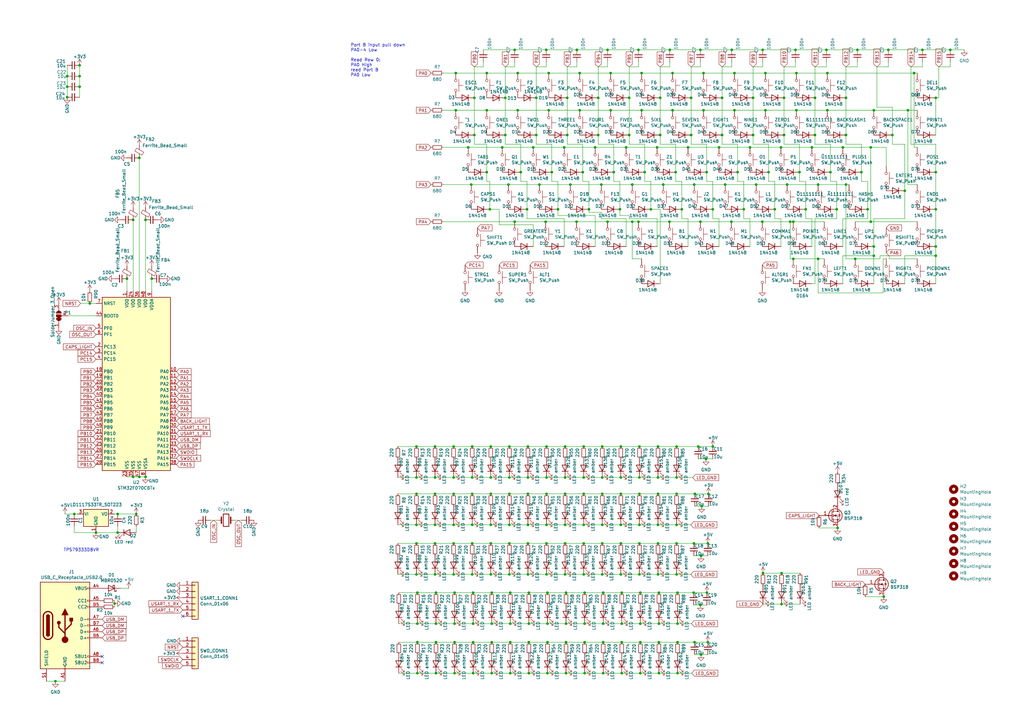
<source format=kicad_sch>
(kicad_sch (version 20211123) (generator eeschema)
  (paper "A3")
  (title_block (title "Mechanical Keyboard 01"))
  (junction (at 358.394 101.092))
  (junction (at 194.056 243.078))
  (junction (at 269.875 195.834))
  (junction (at 270.256 263.398))
  (junction (at 251.714 70.612))
  (junction (at 224.536 243.078))
  (junction (at 277.114 70.612))
  (junction (at 275.844 29.972))
  (junction (at 334.264 55.372))
  (junction (at 262.255 222.885))
  (junction (at 57.15 195.58))
  (junction (at 232.156 263.398))
  (junction (at 216.535 215.265))
  (junction (at 275.844 45.212))
  (junction (at 305.054 85.852))
  (junction (at 249.174 20.447))
  (junction (at 284.48 243.078))
  (junction (at 254.635 183.134))
  (junction (at 48.26 210.82))
  (junction (at 383.794 101.092))
  (junction (at 216.916 243.078))
  (junction (at 277.495 202.565))
  (junction (at 205.994 60.452))
  (junction (at 266.954 85.852))
  (junction (at 62.23 114.3))
  (junction (at 186.055 195.834))
  (junction (at 232.156 243.078))
  (junction (at 207.264 40.132))
  (junction (at 294.894 60.452))
  (junction (at 186.436 276.098))
  (junction (at 247.015 202.565))
  (junction (at 254.635 235.585))
  (junction (at 225.044 29.972))
  (junction (at 27.559 35.56))
  (junction (at 232.664 55.372))
  (junction (at 259.334 90.932))
  (junction (at 54.61 90.17))
  (junction (at 186.436 263.398))
  (junction (at 186.055 235.585))
  (junction (at 339.344 29.972))
  (junction (at 346.964 75.692))
  (junction (at 231.775 202.565))
  (junction (at 231.775 215.265))
  (junction (at 52.07 114.3))
  (junction (at 312.674 90.932))
  (junction (at 277.495 183.134))
  (junction (at 178.435 183.134))
  (junction (at 231.775 195.834))
  (junction (at 332.994 60.452))
  (junction (at 383.794 85.852))
  (junction (at 250.444 29.972))
  (junction (at 250.444 45.212))
  (junction (at 255.016 276.098))
  (junction (at 59.69 90.17))
  (junction (at 383.794 104.902))
  (junction (at 186.055 202.565))
  (junction (at 170.815 195.834))
  (junction (at 270.256 243.078))
  (junction (at 239.395 195.834))
  (junction (at 262.636 243.078))
  (junction (at 209.296 263.398))
  (junction (at 320.548 235.077))
  (junction (at 262.255 235.585))
  (junction (at 218.694 60.452))
  (junction (at 208.915 215.265))
  (junction (at 30.48 210.82))
  (junction (at 211.074 20.447))
  (junction (at 186.055 222.885))
  (junction (at 216.535 222.885))
  (junction (at 171.196 263.398))
  (junction (at 312.801 20.447))
  (junction (at 279.654 85.852))
  (junction (at 216.535 202.565))
  (junction (at 208.534 75.692))
  (junction (at 236.474 90.932))
  (junction (at 57.15 64.77))
  (junction (at 277.876 255.778))
  (junction (at 289.56 188.214))
  (junction (at 216.535 183.134))
  (junction (at 208.915 183.134))
  (junction (at 320.294 60.452))
  (junction (at 216.916 276.098))
  (junction (at 269.875 222.885))
  (junction (at 317.754 85.852))
  (junction (at 231.775 183.134))
  (junction (at 178.435 222.885))
  (junction (at 36.83 124.46))
  (junction (at 239.776 243.078))
  (junction (at 224.536 276.098))
  (junction (at 339.344 45.212))
  (junction (at 224.536 255.778))
  (junction (at 178.435 195.834))
  (junction (at 201.295 222.885))
  (junction (at 326.644 29.972))
  (junction (at 269.494 60.452))
  (junction (at 170.815 202.565))
  (junction (at 226.314 70.612))
  (junction (at 269.875 235.585))
  (junction (at 321.564 55.372))
  (junction (at 277.495 235.585))
  (junction (at 224.028 20.447))
  (junction (at 325.374 90.932))
  (junction (at 221.234 75.692))
  (junction (at 244.094 60.452))
  (junction (at 208.915 235.585))
  (junction (at 216.535 195.834))
  (junction (at 290.322 222.885))
  (junction (at 186.436 243.078))
  (junction (at 262.255 195.834))
  (junction (at 284.607 222.885))
  (junction (at 269.875 215.265))
  (junction (at 22.733 279.4))
  (junction (at 290.322 263.398))
  (junction (at 287.528 227.965))
  (junction (at 236.601 20.447))
  (junction (at 358.394 45.212))
  (junction (at 247.015 222.885))
  (junction (at 364.363 20.447))
  (junction (at 208.915 222.885))
  (junction (at 287.782 207.645))
  (junction (at 178.816 243.078))
  (junction (at 308.864 40.132))
  (junction (at 209.296 255.778))
  (junction (at 209.296 276.098))
  (junction (at 371.094 78.232))
  (junction (at 320.548 247.777))
  (junction (at 254.635 195.834))
  (junction (at 247.015 195.834))
  (junction (at 224.155 222.885))
  (junction (at 259.334 75.692))
  (junction (at 171.196 243.078))
  (junction (at 324.104 90.932))
  (junction (at 193.675 235.585))
  (junction (at 239.776 276.098))
  (junction (at 239.776 263.398))
  (junction (at 233.934 75.692))
  (junction (at 269.875 183.134))
  (junction (at 255.016 263.398))
  (junction (at 232.664 40.132))
  (junction (at 59.69 195.58))
  (junction (at 216.916 255.778))
  (junction (at 258.064 40.132))
  (junction (at 186.055 215.265))
  (junction (at 292.354 85.852))
  (junction (at 262.255 202.565))
  (junction (at 46.99 247.523))
  (junction (at 296.164 55.372))
  (junction (at 193.675 222.885))
  (junction (at 301.244 29.972))
  (junction (at 186.944 45.212))
  (junction (at 48.26 218.44))
  (junction (at 193.294 75.692))
  (junction (at 254.635 222.885))
  (junction (at 178.816 263.398))
  (junction (at 201.295 202.565))
  (junction (at 325.374 106.172))
  (junction (at 270.256 276.098))
  (junction (at 290.576 202.565))
  (junction (at 357.124 60.452))
  (junction (at 389.763 20.447))
  (junction (at 277.876 276.098))
  (junction (at 223.774 90.932))
  (junction (at 201.295 215.265))
  (junction (at 200.914 85.852))
  (junction (at 302.514 70.612))
  (junction (at 343.535 216.535))
  (junction (at 216.916 263.398))
  (junction (at 282.194 60.452))
  (junction (at 262.255 183.134))
  (junction (at 330.454 85.852))
  (junction (at 338.963 20.447))
  (junction (at 231.775 222.885))
  (junction (at 245.364 55.372))
  (junction (at 193.675 183.134))
  (junction (at 287.274 248.158))
  (junction (at 194.056 255.778))
  (junction (at 312.928 235.077))
  (junction (at 192.024 60.452))
  (junction (at 237.744 45.212))
  (junction (at 264.414 70.612))
  (junction (at 27.559 31.242))
  (junction (at 340.614 70.612))
  (junction (at 284.988 202.565))
  (junction (at 343.154 85.852))
  (junction (at 249.174 90.932))
  (junction (at 261.874 20.447))
  (junction (at 201.295 183.134))
  (junction (at 254.254 85.852))
  (junction (at 224.155 215.265))
  (junction (at 287.274 90.932))
  (junction (at 353.314 70.612))
  (junction (at 287.274 20.447))
  (junction (at 178.435 215.265))
  (junction (at 288.544 29.972))
  (junction (at 351.663 20.447))
  (junction (at 334.264 40.132))
  (junction (at 199.644 29.972))
  (junction (at 201.295 235.585))
  (junction (at 283.464 40.132))
  (junction (at 232.156 276.098))
  (junction (at 186.944 29.972))
  (junction (at 239.395 202.565))
  (junction (at 326.263 20.447))
  (junction (at 186.055 183.134))
  (junction (at 32.639 31.242))
  (junction (at 219.964 55.372))
  (junction (at 383.794 70.612))
  (junction (at 307.594 60.452))
  (junction (at 255.016 243.078))
  (junction (at 193.675 202.565))
  (junction (at 345.694 60.452))
  (junction (at 55.88 210.82))
  (junction (at 216.535 235.585))
  (junction (at 246.634 75.692))
  (junction (at 270.764 40.132))
  (junction (at 170.815 183.134))
  (junction (at 322.834 75.692))
  (junction (at 315.214 70.612))
  (junction (at 239.014 70.612))
  (junction (at 239.395 222.885))
  (junction (at 194.564 40.132))
  (junction (at 357.124 90.932))
  (junction (at 219.964 40.132))
  (junction (at 270.256 255.778))
  (junction (at 287.528 268.478))
  (junction (at 358.394 104.902))
  (junction (at 228.854 85.852))
  (junction (at 277.495 222.885))
  (junction (at 247.396 255.778))
  (junction (at 239.395 183.134))
  (junction (at 178.435 202.565))
  (junction (at 262.636 263.398))
  (junction (at 313.944 29.972))
  (junction (at 201.295 195.834))
  (junction (at 299.974 90.932))
  (junction (at 212.344 45.212))
  (junction (at 239.395 235.585))
  (junction (at 245.364 40.132))
  (junction (at 247.015 183.134))
  (junction (at 54.61 195.58))
  (junction (at 378.333 20.447))
  (junction (at 237.744 29.972))
  (junction (at 301.244 45.212))
  (junction (at 254.635 215.265))
  (junction (at 201.676 255.778))
  (junction (at 258.064 55.372))
  (junction (at 292.354 183.134))
  (junction (at 224.155 235.585))
  (junction (at 372.364 45.212))
  (junction (at 239.395 215.265))
  (junction (at 194.056 276.098))
  (junction (at 286.385 183.134))
  (junction (at 201.676 263.398))
  (junction (at 32.639 26.797))
  (junction (at 247.396 243.078))
  (junction (at 289.814 70.612))
  (junction (at 201.676 243.078))
  (junction (at 207.264 55.372))
  (junction (at 208.915 202.565))
  (junction (at 231.775 235.585))
  (junction (at 186.436 255.778))
  (junction (at 201.676 276.098))
  (junction (at 178.816 276.098))
  (junction (at 355.854 85.852))
  (junction (at 277.495 195.834))
  (junction (at 326.644 45.212))
  (junction (at 277.876 243.078))
  (junction (at 383.794 40.132))
  (junction (at 262.636 255.778))
  (junction (at 346.964 55.372))
  (junction (at 171.196 255.778))
  (junction (at 231.394 60.452))
  (junction (at 277.495 215.265))
  (junction (at 296.164 40.132))
  (junction (at 284.861 263.398))
  (junction (at 247.396 263.398))
  (junction (at 310.134 75.692))
  (junction (at 366.014 55.372))
  (junction (at 272.034 75.692))
  (junction (at 213.614 70.612))
  (junction (at 178.435 235.585))
  (junction (at 288.544 45.212))
  (junction (at 321.564 40.132))
  (junction (at 274.701 20.447))
  (junction (at 247.015 215.265))
  (junction (at 274.574 90.932))
  (junction (at 224.155 202.565))
  (junction (at 199.644 70.612))
  (junction (at 247.015 235.585))
  (junction (at 170.815 222.885))
  (junction (at 211.074 90.932))
  (junction (at 350.774 106.172))
  (junction (at 209.296 243.078))
  (junction (at 284.734 75.692))
  (junction (at 224.155 183.134))
  (junction (at 269.875 202.565))
  (junction (at 171.196 276.098))
  (junction (at 178.816 255.778))
  (junction (at 170.815 215.265))
  (junction (at 335.534 106.172))
  (junction (at 199.644 45.212))
  (junction (at 256.794 60.452))
  (junction (at 193.675 215.265))
  (junction (at 193.675 195.834))
  (junction (at 297.434 75.692))
  (junction (at 308.864 55.372))
  (junction (at 170.815 235.585))
  (junction (at 346.964 40.132))
  (junction (at 216.154 85.852))
  (junction (at 263.144 45.212))
  (junction (at 262.255 215.265))
  (junction (at 247.396 276.098))
  (junction (at 32.639 35.56))
  (junction (at 261.874 90.932))
  (junction (at 313.944 45.212))
  (junction (at 241.554 85.852))
  (junction (at 194.056 263.398))
  (junction (at 289.941 243.078))
  (junction (at 283.464 55.372))
  (junction (at 362.458 244.729))
  (junction (at 224.536 263.398))
  (junction (at 232.156 255.778))
  (junction (at 239.776 255.778))
  (junction (at 255.016 255.778))
  (junction (at 263.144 29.972))
  (junction (at 335.534 75.692))
  (junction (at 194.564 55.372))
  (junction (at 27.559 39.878))
  (junction (at 374.904 29.972))
  (junction (at 224.155 195.834))
  (junction (at 212.344 29.972))
  (junction (at 262.636 276.098))
  (junction (at 270.764 55.372))
  (junction (at 327.914 70.612))
  (junction (at 225.044 45.212))
  (junction (at 277.876 263.398))
  (junction (at 300.101 20.447))
  (junction (at 208.915 195.834))
  (junction (at 254.635 202.565))
  (junction (at 39.37 218.44))
  (no_connect (at 41.91 271.78))
  (no_connect (at 41.91 269.24))
  (no_connect (at 74.93 252.73))
  (wire (pts (xy 259.334 75.692) (xy 272.034 75.692)))
  (wire (pts (xy 327.914 59.182) (xy 327.914 70.612)))
  (wire (pts (xy 308.864 55.372) (xy 308.864 59.182)))
  (wire (pts (xy 224.155 202.565) (xy 231.775 202.565)))
  (wire (pts (xy 312.801 25.527) (xy 312.801 27.432)))
  (wire (pts (xy 244.094 88.392) (xy 244.094 101.092)))
  (wire (pts (xy 340.614 59.182) (xy 340.614 70.612)))
  (wire (pts (xy 211.074 90.932) (xy 223.774 90.932)))
  (wire (pts (xy 371.094 116.332) (xy 371.094 104.902)))
  (wire (pts (xy 315.214 70.612) (xy 315.214 74.422)))
  (wire (pts (xy 338.963 20.447) (xy 351.663 20.447)))
  (wire (pts (xy 358.394 89.662) (xy 358.394 101.092)))
  (wire (pts (xy 239.776 263.398) (xy 247.396 263.398)))
  (wire (pts (xy 198.247 25.527) (xy 198.247 27.432)))
  (wire (pts (xy 353.314 74.422) (xy 355.854 74.422)))
  (wire (pts (xy 254.635 183.134) (xy 262.255 183.134)))
  (wire (pts (xy 27.559 26.797) (xy 27.559 31.242)))
  (wire (pts (xy 19.05 279.4) (xy 22.733 279.4)))
  (wire (pts (xy 30.48 215.9) (xy 30.48 218.44)))
  (wire (pts (xy 246.634 87.122) (xy 246.634 89.662)))
  (wire (pts (xy 326.263 27.432) (xy 321.564 27.432)))
  (wire (pts (xy 54.61 195.58) (xy 57.15 195.58)))
  (wire (pts (xy 193.675 195.834) (xy 201.295 195.834)))
  (wire (pts (xy 320.548 235.077) (xy 328.168 235.077)))
  (wire (pts (xy 371.094 104.902) (xy 383.794 104.902)))
  (wire (pts (xy 287.528 268.478) (xy 290.322 268.478)))
  (wire (pts (xy 283.464 55.372) (xy 283.464 59.182)))
  (wire (pts (xy 287.528 227.965) (xy 290.322 227.965)))
  (wire (pts (xy 216.535 195.834) (xy 224.155 195.834)))
  (wire (pts (xy 372.364 45.212) (xy 376.174 45.212)))
  (wire (pts (xy 163.576 243.078) (xy 171.196 243.078)))
  (wire (pts (xy 357.124 60.452) (xy 363.474 60.452)))
  (wire (pts (xy 283.464 40.132) (xy 283.464 55.372)))
  (wire (pts (xy 247.015 215.265) (xy 239.395 215.265)))
  (wire (pts (xy 330.454 85.852) (xy 330.454 89.662)))
  (wire (pts (xy 224.536 263.398) (xy 232.156 263.398)))
  (wire (pts (xy 258.064 40.132) (xy 258.064 55.372)))
  (wire (pts (xy 266.954 85.852) (xy 270.764 85.852)))
  (wire (pts (xy 366.014 55.372) (xy 366.014 59.182)))
  (wire (pts (xy 30.48 210.82) (xy 31.75 210.82)))
  (wire (pts (xy 373.634 59.182) (xy 383.794 59.182)))
  (wire (pts (xy 345.694 104.902) (xy 358.394 104.902)))
  (wire (pts (xy 292.354 74.422) (xy 292.354 85.852)))
  (wire (pts (xy 259.334 106.172) (xy 263.144 106.172)))
  (wire (pts (xy 201.295 215.265) (xy 193.675 215.265)))
  (wire (pts (xy 326.644 29.972) (xy 339.344 29.972)))
  (wire (pts (xy 264.414 70.612) (xy 264.414 74.422)))
  (wire (pts (xy 247.396 243.078) (xy 255.016 243.078)))
  (wire (pts (xy 289.814 70.612) (xy 289.814 74.422)))
  (wire (pts (xy 232.156 263.398) (xy 239.776 263.398)))
  (wire (pts (xy 277.495 183.134) (xy 286.385 183.134)))
  (wire (pts (xy 320.548 247.777) (xy 328.168 247.777)))
  (wire (pts (xy 277.495 222.885) (xy 284.607 222.885)))
  (wire (pts (xy 163.576 255.778) (xy 171.196 255.778)))
  (wire (pts (xy 378.333 25.527) (xy 378.333 27.432)))
  (wire (pts (xy 46.99 210.82) (xy 48.26 210.82)))
  (wire (pts (xy 163.576 276.098) (xy 171.196 276.098)))
  (wire (pts (xy 255.016 263.398) (xy 262.636 263.398)))
  (wire (pts (xy 224.028 20.447) (xy 236.601 20.447)))
  (wire (pts (xy 170.815 183.134) (xy 178.435 183.134)))
  (wire (pts (xy 334.264 55.372) (xy 334.264 59.182)))
  (wire (pts (xy 216.916 243.078) (xy 224.536 243.078)))
  (wire (pts (xy 335.534 106.172) (xy 338.074 106.172)))
  (wire (pts (xy 186.055 235.585) (xy 193.675 235.585)))
  (wire (pts (xy 269.494 60.452) (xy 282.194 60.452)))
  (wire (pts (xy 335.534 75.692) (xy 346.964 75.692)))
  (wire (pts (xy 213.614 70.612) (xy 213.614 74.422)))
  (wire (pts (xy 373.634 27.432) (xy 373.634 59.182)))
  (wire (pts (xy 321.564 55.372) (xy 321.564 59.182)))
  (wire (pts (xy 231.775 195.834) (xy 239.395 195.834)))
  (wire (pts (xy 292.354 89.662) (xy 294.894 89.662)))
  (wire (pts (xy 259.334 90.932) (xy 259.334 106.172)))
  (wire (pts (xy 211.074 27.432) (xy 207.264 27.432)))
  (wire (pts (xy 262.255 183.134) (xy 269.875 183.134)))
  (wire (pts (xy 262.255 215.265) (xy 254.635 215.265)))
  (wire (pts (xy 287.782 207.645) (xy 290.576 207.645)))
  (wire (pts (xy 239.395 222.885) (xy 247.015 222.885)))
  (wire (pts (xy 178.816 276.098) (xy 186.436 276.098)))
  (wire (pts (xy 350.774 90.932) (xy 357.124 90.932)))
  (wire (pts (xy 216.535 215.265) (xy 208.915 215.265)))
  (wire (pts (xy 208.534 75.692) (xy 221.234 75.692)))
  (wire (pts (xy 296.164 55.372) (xy 296.164 59.182)))
  (wire (pts (xy 277.114 70.612) (xy 277.114 74.422)))
  (wire (pts (xy 362.204 120.142) (xy 362.204 106.172)))
  (wire (pts (xy 346.964 106.172) (xy 346.964 75.692)))
  (wire (pts (xy 315.214 59.182) (xy 315.214 70.612)))
  (wire (pts (xy 317.754 85.852) (xy 317.754 89.662)))
  (wire (pts (xy 32.639 26.797) (xy 32.639 31.242)))
  (wire (pts (xy 274.701 27.432) (xy 270.764 27.432)))
  (wire (pts (xy 325.374 106.172) (xy 324.104 106.172)))
  (wire (pts (xy 251.714 70.612) (xy 251.714 74.422)))
  (wire (pts (xy 201.295 235.585) (xy 208.915 235.585)))
  (wire (pts (xy 317.754 89.662) (xy 320.294 89.662)))
  (wire (pts (xy 288.544 45.212) (xy 301.244 45.212)))
  (wire (pts (xy 313.944 45.212) (xy 326.644 45.212)))
  (wire (pts (xy 39.37 218.44) (xy 48.26 218.44)))
  (wire (pts (xy 207.264 59.182) (xy 213.614 59.182)))
  (wire (pts (xy 261.874 27.432) (xy 258.064 27.432)))
  (wire (pts (xy 199.644 70.612) (xy 199.644 74.422)))
  (wire (pts (xy 209.296 255.778) (xy 216.916 255.778)))
  (wire (pts (xy 46.99 247.523) (xy 46.99 248.92)))
  (wire (pts (xy 33.02 124.46) (xy 36.83 124.46)))
  (wire (pts (xy 300.101 25.527) (xy 300.101 27.432)))
  (wire (pts (xy 269.875 235.585) (xy 277.495 235.585)))
  (wire (pts (xy 340.614 70.612) (xy 340.614 74.422)))
  (wire (pts (xy 193.675 235.585) (xy 201.295 235.585)))
  (wire (pts (xy 362.204 106.172) (xy 363.474 106.172)))
  (wire (pts (xy 346.964 59.182) (xy 353.314 59.182)))
  (wire (pts (xy 277.114 59.182) (xy 277.114 70.612)))
  (wire (pts (xy 327.914 70.612) (xy 327.914 74.422)))
  (wire (pts (xy 335.534 120.142) (xy 362.204 120.142)))
  (wire (pts (xy 178.816 255.778) (xy 186.436 255.778)))
  (wire (pts (xy 332.994 60.452) (xy 345.694 60.452)))
  (wire (pts (xy 232.664 40.132) (xy 232.664 55.372)))
  (wire (pts (xy 258.064 89.662) (xy 269.494 89.662)))
  (wire (pts (xy 219.964 40.132) (xy 219.964 55.372)))
  (wire (pts (xy 249.174 25.527) (xy 249.174 27.432)))
  (wire (pts (xy 193.675 222.885) (xy 201.295 222.885)))
  (wire (pts (xy 334.264 116.332) (xy 332.994 116.332)))
  (wire (pts (xy 171.196 243.078) (xy 178.816 243.078)))
  (wire (pts (xy 254.254 88.392) (xy 258.064 88.392)))
  (wire (pts (xy 232.664 27.432) (xy 232.664 40.132)))
  (wire (pts (xy 245.364 40.132) (xy 245.364 55.372)))
  (wire (pts (xy 26.67 210.82) (xy 30.48 210.82)))
  (wire (pts (xy 366.014 43.942) (xy 366.014 55.372)))
  (wire (pts (xy 286.385 188.214) (xy 289.56 188.214)))
  (wire (pts (xy 228.854 74.422) (xy 228.854 85.852)))
  (wire (pts (xy 52.07 195.58) (xy 54.61 195.58)))
  (wire (pts (xy 322.834 75.692) (xy 335.534 75.692)))
  (wire (pts (xy 201.676 276.098) (xy 209.296 276.098)))
  (wire (pts (xy 289.814 59.182) (xy 289.814 70.612)))
  (wire (pts (xy 320.294 89.662) (xy 320.294 101.092)))
  (wire (pts (xy 224.155 222.885) (xy 231.775 222.885)))
  (wire (pts (xy 383.794 40.132) (xy 383.794 55.372)))
  (wire (pts (xy 363.474 60.452) (xy 363.474 68.072)))
  (wire (pts (xy 218.694 60.452) (xy 231.394 60.452)))
  (wire (pts (xy 30.48 218.44) (xy 39.37 218.44)))
  (wire (pts (xy 186.436 243.078) (xy 194.056 243.078)))
  (wire (pts (xy 236.601 27.432) (xy 232.664 27.432)))
  (wire (pts (xy 170.815 235.585) (xy 178.435 235.585)))
  (wire (pts (xy 224.028 25.527) (xy 224.028 27.432)))
  (wire (pts (xy 251.714 74.422) (xy 254.254 74.422)))
  (wire (pts (xy 231.775 215.265) (xy 224.155 215.265)))
  (wire (pts (xy 255.016 276.098) (xy 262.636 276.098)))
  (wire (pts (xy 241.554 87.122) (xy 246.634 87.122)))
  (wire (pts (xy 343.154 85.852) (xy 343.154 89.662)))
  (wire (pts (xy 239.395 215.265) (xy 231.775 215.265)))
  (wire (pts (xy 59.69 90.17) (xy 59.69 119.38)))
  (wire (pts (xy 211.074 25.527) (xy 211.074 27.432)))
  (wire (pts (xy 312.674 90.932) (xy 324.104 90.932)))
  (wire (pts (xy 307.594 60.452) (xy 320.294 60.452)))
  (wire (pts (xy 241.554 74.422) (xy 241.554 85.852)))
  (wire (pts (xy 181.864 29.972) (xy 186.944 29.972)))
  (wire (pts (xy 277.495 235.585) (xy 283.337 235.585)))
  (wire (pts (xy 284.607 227.965) (xy 287.528 227.965)))
  (wire (pts (xy 262.255 235.585) (xy 269.875 235.585)))
  (wire (pts (xy 178.816 243.078) (xy 186.436 243.078)))
  (wire (pts (xy 213.614 74.422) (xy 216.154 74.422)))
  (wire (pts (xy 277.876 263.398) (xy 284.861 263.398)))
  (wire (pts (xy 287.274 248.158) (xy 289.941 248.158)))
  (wire (pts (xy 181.864 60.452) (xy 192.024 60.452)))
  (wire (pts (xy 52.07 119.38) (xy 52.07 114.3)))
  (wire (pts (xy 277.495 215.265) (xy 269.875 215.265)))
  (wire (pts (xy 200.914 74.422) (xy 200.914 85.852)))
  (wire (pts (xy 269.494 89.662) (xy 269.494 101.092)))
  (wire (pts (xy 232.664 59.182) (xy 239.014 59.182)))
  (wire (pts (xy 241.554 85.852) (xy 241.554 87.122)))
  (wire (pts (xy 254.635 215.265) (xy 247.015 215.265)))
  (wire (pts (xy 178.435 235.585) (xy 186.055 235.585)))
  (wire (pts (xy 284.734 75.692) (xy 297.434 75.692)))
  (wire (pts (xy 254.635 195.834) (xy 262.255 195.834)))
  (wire (pts (xy 357.124 90.932) (xy 376.174 90.932)))
  (wire (pts (xy 231.775 222.885) (xy 239.395 222.885)))
  (wire (pts (xy 216.916 255.778) (xy 224.536 255.778)))
  (wire (pts (xy 261.874 25.527) (xy 261.874 27.432)))
  (wire (pts (xy 339.344 45.212) (xy 358.394 45.212)))
  (wire (pts (xy 360.934 104.902) (xy 364.744 104.902)))
  (wire (pts (xy 194.056 255.778) (xy 201.676 255.778)))
  (wire (pts (xy 201.676 255.778) (xy 209.296 255.778)))
  (wire (pts (xy 321.564 27.432) (xy 321.564 40.132)))
  (wire (pts (xy 245.364 59.182) (xy 251.714 59.182)))
  (wire (pts (xy 289.814 74.422) (xy 292.354 74.422)))
  (wire (pts (xy 364.744 104.902) (xy 364.744 106.172)))
  (wire (pts (xy 346.964 55.372) (xy 346.964 59.182)))
  (wire (pts (xy 275.844 45.212) (xy 288.544 45.212)))
  (wire (pts (xy 371.094 89.662) (xy 358.394 89.662)))
  (wire (pts (xy 181.864 45.212) (xy 186.944 45.212)))
  (wire (pts (xy 350.774 106.172) (xy 346.964 106.172)))
  (wire (pts (xy 358.394 104.902) (xy 358.394 116.332)))
  (wire (pts (xy 254.635 222.885) (xy 262.255 222.885)))
  (wire (pts (xy 48.26 215.9) (xy 48.26 218.44)))
  (wire (pts (xy 249.174 90.932) (xy 259.334 90.932)))
  (wire (pts (xy 357.124 90.932) (xy 357.124 60.452)))
  (wire (pts (xy 239.776 255.778) (xy 247.396 255.778)))
  (wire (pts (xy 219.964 59.182) (xy 226.314 59.182)))
  (wire (pts (xy 201.295 202.565) (xy 208.915 202.565)))
  (wire (pts (xy 282.194 60.452) (xy 294.894 60.452)))
  (wire (pts (xy 321.564 59.182) (xy 327.914 59.182)))
  (wire (pts (xy 211.074 20.447) (xy 224.028 20.447)))
  (wire (pts (xy 193.675 215.265) (xy 186.055 215.265)))
  (wire (pts (xy 32.639 31.242) (xy 32.639 35.56)))
  (wire (pts (xy 310.134 75.692) (xy 322.834 75.692)))
  (wire (pts (xy 383.794 85.852) (xy 383.794 101.092)))
  (wire (pts (xy 335.915 216.535) (xy 343.535 216.535)))
  (wire (pts (xy 270.256 255.778) (xy 277.876 255.778)))
  (wire (pts (xy 178.435 222.885) (xy 186.055 222.885)))
  (wire (pts (xy 359.664 27.432) (xy 359.664 43.942)))
  (wire (pts (xy 49.53 241.3) (xy 52.832 241.3)))
  (wire (pts (xy 321.564 40.132) (xy 321.564 55.372)))
  (wire (pts (xy 351.663 25.527) (xy 351.663 27.432)))
  (wire (pts (xy 186.436 276.098) (xy 194.056 276.098)))
  (wire (pts (xy 239.014 59.182) (xy 239.014 70.612)))
  (wire (pts (xy 171.196 263.398) (xy 178.816 263.398)))
  (wire (pts (xy 231.394 60.452) (xy 244.094 60.452)))
  (wire (pts (xy 231.775 183.134) (xy 239.395 183.134)))
  (wire (pts (xy 209.296 276.098) (xy 216.916 276.098)))
  (wire (pts (xy 301.244 45.212) (xy 313.944 45.212)))
  (wire (pts (xy 326.263 25.527) (xy 326.263 27.432)))
  (wire (pts (xy 239.395 195.834) (xy 247.015 195.834)))
  (wire (pts (xy 345.694 104.902) (xy 345.694 116.332)))
  (wire (pts (xy 62.23 114.3) (xy 62.23 119.38)))
  (wire (pts (xy 327.914 74.422) (xy 330.454 74.422)))
  (wire (pts (xy 199.644 59.182) (xy 199.644 70.612)))
  (wire (pts (xy 296.164 27.432) (xy 296.164 40.132)))
  (wire (pts (xy 287.274 27.432) (xy 283.464 27.432)))
  (wire (pts (xy 250.444 29.972) (xy 263.144 29.972)))
  (wire (pts (xy 262.636 255.778) (xy 270.256 255.778)))
  (wire (pts (xy 313.944 29.972) (xy 326.644 29.972)))
  (wire (pts (xy 239.014 74.422) (xy 241.554 74.422)))
  (wire (pts (xy 261.874 90.932) (xy 274.574 90.932)))
  (wire (pts (xy 315.214 74.422) (xy 317.754 74.422)))
  (wire (pts (xy 357.124 60.452) (xy 345.694 60.452)))
  (wire (pts (xy 371.094 59.182) (xy 371.094 78.232)))
  (wire (pts (xy 262.636 263.398) (xy 270.256 263.398)))
  (wire (pts (xy 223.774 90.932) (xy 236.474 90.932)))
  (wire (pts (xy 245.364 27.432) (xy 245.364 40.132)))
  (wire (pts (xy 353.314 70.612) (xy 353.314 74.422)))
  (wire (pts (xy 287.274 20.447) (xy 300.101 20.447)))
  (wire (pts (xy 340.614 74.422) (xy 343.154 74.422)))
  (wire (pts (xy 283.464 27.432) (xy 283.464 40.132)))
  (wire (pts (xy 163.195 202.565) (xy 170.815 202.565)))
  (wire (pts (xy 284.607 222.885) (xy 290.322 222.885)))
  (wire (pts (xy 326.644 45.212) (xy 339.344 45.212)))
  (wire (pts (xy 32.639 35.56) (xy 32.639 39.878)))
  (wire (pts (xy 292.354 85.852) (xy 292.354 89.662)))
  (wire (pts (xy 225.044 29.972) (xy 237.744 29.972)))
  (wire (pts (xy 208.915 235.585) (xy 216.535 235.585)))
  (wire (pts (xy 262.255 222.885) (xy 269.875 222.885)))
  (wire (pts (xy 208.915 195.834) (xy 216.535 195.834)))
  (wire (pts (xy 224.155 195.834) (xy 231.775 195.834)))
  (wire (pts (xy 199.644 45.212) (xy 212.344 45.212)))
  (wire (pts (xy 55.88 215.9) (xy 55.88 218.44)))
  (wire (pts (xy 181.864 90.932) (xy 211.074 90.932)))
  (wire (pts (xy 216.154 85.852) (xy 216.154 89.662)))
  (wire (pts (xy 198.247 27.432) (xy 194.564 27.432)))
  (wire (pts (xy 48.26 210.82) (xy 55.88 210.82)))
  (wire (pts (xy 383.794 101.092) (xy 383.794 104.902)))
  (wire (pts (xy 178.435 202.565) (xy 186.055 202.565)))
  (wire (pts (xy 279.654 85.852) (xy 279.654 89.662)))
  (wire (pts (xy 332.994 89.662) (xy 332.994 101.092)))
  (wire (pts (xy 275.844 29.972) (xy 288.544 29.972)))
  (wire (pts (xy 345.694 89.662) (xy 345.694 101.092)))
  (wire (pts (xy 297.434 75.692) (xy 310.134 75.692)))
  (wire (pts (xy 287.274 25.527) (xy 287.274 27.432)))
  (wire (pts (xy 284.48 243.078) (xy 289.941 243.078)))
  (wire (pts (xy 374.904 60.452) (xy 376.174 60.452)))
  (wire (pts (xy 239.395 202.565) (xy 247.015 202.565)))
  (wire (pts (xy 208.915 215.265) (xy 201.295 215.265)))
  (wire (pts (xy 228.854 85.852) (xy 228.854 88.392)))
  (wire (pts (xy 57.15 64.77) (xy 57.15 119.38)))
  (wire (pts (xy 216.916 276.098) (xy 224.536 276.098)))
  (wire (pts (xy 296.164 40.132) (xy 296.164 55.372)))
  (wire (pts (xy 239.014 70.612) (xy 239.014 74.422)))
  (wire (pts (xy 270.256 263.398) (xy 277.876 263.398)))
  (wire (pts (xy 294.894 60.452) (xy 307.594 60.452)))
  (wire (pts (xy 226.314 74.422) (xy 228.854 74.422)))
  (wire (pts (xy 312.928 247.777) (xy 320.548 247.777)))
  (wire (pts (xy 360.934 106.172) (xy 360.934 104.902)))
  (wire (pts (xy 283.464 59.182) (xy 289.814 59.182)))
  (wire (pts (xy 284.988 202.565) (xy 290.576 202.565)))
  (wire (pts (xy 364.363 27.432) (xy 359.664 27.432)))
  (wire (pts (xy 324.104 106.172) (xy 324.104 90.932)))
  (wire (pts (xy 355.854 85.852) (xy 355.854 89.662)))
  (wire (pts (xy 294.894 89.662) (xy 294.894 101.092)))
  (wire (pts (xy 254.254 74.422) (xy 254.254 85.852)))
  (wire (pts (xy 54.61 90.17) (xy 54.61 119.38)))
  (wire (pts (xy 296.164 59.182) (xy 302.514 59.182)))
  (wire (pts (xy 269.875 202.565) (xy 277.495 202.565)))
  (wire (pts (xy 201.676 243.078) (xy 209.296 243.078)))
  (wire (pts (xy 282.194 89.662) (xy 282.194 101.092)))
  (wire (pts (xy 284.988 207.645) (xy 287.782 207.645)))
  (wire (pts (xy 216.535 183.134) (xy 224.155 183.134)))
  (wire (pts (xy 249.174 27.432) (xy 245.364 27.432)))
  (wire (pts (xy 224.536 255.778) (xy 232.156 255.778)))
  (wire (pts (xy 247.015 222.885) (xy 254.635 222.885)))
  (wire (pts (xy 232.156 255.778) (xy 239.776 255.778)))
  (wire (pts (xy 247.015 195.834) (xy 254.635 195.834)))
  (wire (pts (xy 225.044 45.212) (xy 237.744 45.212)))
  (wire (pts (xy 378.333 27.432) (xy 373.634 27.432)))
  (wire (pts (xy 224.155 235.585) (xy 231.775 235.585)))
  (wire (pts (xy 289.56 188.214) (xy 292.354 188.214)))
  (wire (pts (xy 216.916 263.398) (xy 224.536 263.398)))
  (wire (pts (xy 27.94 129.54) (xy 39.37 129.54)))
  (wire (pts (xy 36.83 124.46) (xy 39.37 124.46)))
  (wire (pts (xy 216.154 74.422) (xy 216.154 85.852)))
  (wire (pts (xy 201.295 183.134) (xy 208.915 183.134)))
  (wire (pts (xy 305.054 85.852) (xy 305.054 89.662)))
  (wire (pts (xy 277.495 202.565) (xy 284.988 202.565)))
  (wire (pts (xy 364.744 106.172) (xy 376.174 106.172)))
  (wire (pts (xy 170.815 202.565) (xy 178.435 202.565)))
  (wire (pts (xy 353.314 59.182) (xy 353.314 70.612)))
  (wire (pts (xy 258.064 27.432) (xy 258.064 40.132)))
  (wire (pts (xy 277.495 195.834) (xy 284.099 195.834)))
  (wire (pts (xy 269.875 222.885) (xy 277.495 222.885)))
  (wire (pts (xy 262.255 202.565) (xy 269.875 202.565)))
  (wire (pts (xy 209.296 263.398) (xy 216.916 263.398)))
  (wire (pts (xy 256.794 60.452) (xy 269.494 60.452)))
  (wire (pts (xy 245.364 55.372) (xy 245.364 59.182)))
  (wire (pts (xy 330.454 74.422) (xy 330.454 85.852)))
  (wire (pts (xy 254.254 85.852) (xy 254.254 88.392)))
  (wire (pts (xy 251.714 59.182) (xy 251.714 70.612)))
  (wire (pts (xy 219.964 27.432) (xy 219.964 40.132)))
  (wire (pts (xy 186.944 29.972) (xy 199.644 29.972)))
  (wire (pts (xy 330.454 89.662) (xy 332.994 89.662)))
  (wire (pts (xy 383.794 59.182) (xy 383.794 70.612)))
  (wire (pts (xy 96.52 213.36) (xy 99.06 213.36)))
  (wire (pts (xy 317.754 74.422) (xy 317.754 85.852)))
  (wire (pts (xy 326.263 20.447) (xy 338.963 20.447)))
  (wire (pts (xy 284.861 268.478) (xy 287.528 268.478)))
  (wire (pts (xy 194.056 276.098) (xy 201.676 276.098)))
  (wire (pts (xy 224.155 183.134) (xy 231.775 183.134)))
  (wire (pts (xy 264.414 74.422) (xy 266.954 74.422)))
  (wire (pts (xy 335.534 106.172) (xy 335.534 120.142)))
  (wire (pts (xy 262.636 276.098) (xy 270.256 276.098)))
  (wire (pts (xy 263.144 29.972) (xy 275.844 29.972)))
  (wire (pts (xy 305.054 74.422) (xy 305.054 85.852)))
  (wire (pts (xy 244.094 60.452) (xy 256.794 60.452)))
  (wire (pts (xy 194.564 55.372) (xy 194.564 59.182)))
  (wire (pts (xy 193.294 75.692) (xy 208.534 75.692)))
  (wire (pts (xy 178.435 183.134) (xy 186.055 183.134)))
  (wire (pts (xy 389.763 25.527) (xy 389.763 27.432)))
  (wire (pts (xy 274.574 90.932) (xy 287.274 90.932)))
  (wire (pts (xy 212.344 45.212) (xy 225.044 45.212)))
  (wire (pts (xy 232.664 55.372) (xy 232.664 59.182)))
  (wire (pts (xy 258.064 59.182) (xy 264.414 59.182)))
  (wire (pts (xy 232.156 243.078) (xy 239.776 243.078)))
  (wire (pts (xy 358.394 101.092) (xy 358.394 104.902)))
  (wire (pts (xy 205.994 60.452) (xy 218.694 60.452)))
  (wire (pts (xy 216.535 222.885) (xy 224.155 222.885)))
  (wire (pts (xy 199.644 29.972) (xy 212.344 29.972)))
  (wire (pts (xy 46.99 246.38) (xy 46.99 247.523)))
  (wire (pts (xy 354.838 244.729) (xy 362.458 244.729)))
  (wire (pts (xy 279.654 89.662) (xy 282.194 89.662)))
  (wire (pts (xy 204.724 92.202) (xy 218.694 92.202)))
  (wire (pts (xy 343.154 74.422) (xy 343.154 85.852)))
  (wire (pts (xy 86.36 213.36) (xy 88.9 213.36)))
  (wire (pts (xy 338.963 25.527) (xy 338.963 27.432)))
  (wire (pts (xy 194.564 59.182) (xy 199.644 59.182)))
  (wire (pts (xy 247.015 183.134) (xy 254.635 183.134)))
  (wire (pts (xy 312.801 27.432) (xy 308.864 27.432)))
  (wire (pts (xy 338.963 27.432) (xy 334.264 27.432)))
  (wire (pts (xy 385.064 27.432) (xy 385.064 40.132)))
  (wire (pts (xy 307.594 89.662) (xy 307.594 101.092)))
  (wire (pts (xy 325.374 106.172) (xy 335.534 106.172)))
  (wire (pts (xy 199.644 74.422) (xy 200.914 74.422)))
  (wire (pts (xy 239.395 183.134) (xy 247.015 183.134)))
  (wire (pts (xy 259.334 90.932) (xy 261.874 90.932)))
  (wire (pts (xy 300.101 27.432) (xy 296.164 27.432)))
  (wire (pts (xy 334.264 40.132) (xy 334.264 55.372)))
  (wire (pts (xy 308.864 59.182) (xy 315.214 59.182)))
  (wire (pts (xy 270.764 40.132) (xy 270.764 55.372)))
  (wire (pts (xy 27.559 31.242) (xy 27.559 35.56)))
  (wire (pts (xy 208.915 183.134) (xy 216.535 183.134)))
  (wire (pts (xy 325.374 90.932) (xy 338.074 90.932)))
  (wire (pts (xy 255.016 255.778) (xy 262.636 255.778)))
  (wire (pts (xy 334.264 59.182) (xy 340.614 59.182)))
  (wire (pts (xy 186.944 45.212) (xy 199.644 45.212)))
  (wire (pts (xy 178.435 195.834) (xy 186.055 195.834)))
  (wire (pts (xy 269.875 215.265) (xy 262.255 215.265)))
  (wire (pts (xy 308.864 40.132) (xy 308.864 55.372)))
  (wire (pts (xy 359.664 43.942) (xy 366.014 43.942)))
  (wire (pts (xy 258.064 88.392) (xy 258.064 89.662)))
  (wire (pts (xy 198.247 20.447) (xy 211.074 20.447)))
  (wire (pts (xy 247.396 263.398) (xy 255.016 263.398)))
  (wire (pts (xy 383.794 70.612) (xy 383.794 85.852)))
  (wire (pts (xy 302.514 70.612) (xy 302.514 74.422)))
  (wire (pts (xy 186.436 263.398) (xy 194.056 263.398)))
  (wire (pts (xy 279.654 74.422) (xy 279.654 85.852)))
  (wire (pts (xy 389.763 20.447) (xy 395.478 20.447)))
  (wire (pts (xy 277.495 215.265) (xy 283.337 215.265)))
  (wire (pts (xy 57.15 195.58) (xy 59.69 195.58)))
  (wire (pts (xy 221.234 75.692) (xy 233.934 75.692)))
  (wire (pts (xy 324.104 90.932) (xy 325.374 90.932)))
  (wire (pts (xy 192.024 60.452) (xy 205.994 60.452)))
  (wire (pts (xy 170.815 215.265) (xy 163.195 215.265)))
  (wire (pts (xy 266.954 74.422) (xy 266.954 85.852)))
  (wire (pts (xy 269.875 195.834) (xy 277.495 195.834)))
  (wire (pts (xy 300.101 20.447) (xy 312.801 20.447)))
  (wire (pts (xy 339.344 29.972) (xy 374.904 29.972)))
  (wire (pts (xy 277.876 243.078) (xy 284.48 243.078)))
  (wire (pts (xy 358.394 45.212) (xy 372.364 45.212)))
  (wire (pts (xy 302.514 74.422) (xy 305.054 74.422)))
  (wire (pts (xy 364.363 20.447) (xy 378.333 20.447)))
  (wire (pts (xy 351.663 20.447) (xy 364.363 20.447)))
  (wire (pts (xy 181.864 75.692) (xy 193.294 75.692)))
  (wire (pts (xy 247.396 276.098) (xy 255.016 276.098)))
  (wire (pts (xy 201.295 222.885) (xy 208.915 222.885)))
  (wire (pts (xy 224.028 27.432) (xy 219.964 27.432)))
  (wire (pts (xy 171.196 276.098) (xy 178.816 276.098)))
  (wire (pts (xy 249.174 20.447) (xy 261.874 20.447)))
  (wire (pts (xy 270.256 276.098) (xy 277.876 276.098)))
  (wire (pts (xy 163.195 183.134) (xy 170.815 183.134)))
  (wire (pts (xy 270.764 85.852) (xy 270.764 116.332)))
  (wire (pts (xy 374.904 29.972) (xy 376.174 29.972)))
  (wire (pts (xy 224.536 243.078) (xy 232.156 243.078)))
  (wire (pts (xy 351.663 27.432) (xy 346.964 27.432)))
  (wire (pts (xy 366.014 59.182) (xy 371.094 59.182)))
  (wire (pts (xy 237.744 29.972) (xy 250.444 29.972)))
  (wire (pts (xy 346.964 27.432) (xy 346.964 40.132)))
  (wire (pts (xy 213.614 59.182) (xy 213.614 70.612)))
  (wire (pts (xy 345.694 89.662) (xy 355.854 89.662)))
  (wire (pts (xy 239.776 276.098) (xy 247.396 276.098)))
  (wire (pts (xy 247.396 255.778) (xy 255.016 255.778)))
  (wire (pts (xy 258.064 55.372) (xy 258.064 59.182)))
  (wire (pts (xy 262.255 195.834) (xy 269.875 195.834)))
  (wire (pts (xy 201.676 263.398) (xy 209.296 263.398)))
  (wire (pts (xy 208.915 202.565) (xy 216.535 202.565)))
  (wire (pts (xy 334.264 27.432) (xy 334.264 40.132)))
  (wire (pts (xy 194.564 27.432) (xy 194.564 40.132)))
  (wire (pts (xy 374.904 29.972) (xy 374.904 60.452)))
  (wire (pts (xy 231.775 235.585) (xy 239.395 235.585)))
  (wire (pts (xy 194.564 40.132) (xy 194.564 55.372)))
  (wire (pts (xy 232.156 276.098) (xy 239.776 276.098)))
  (wire (pts (xy 263.144 45.212) (xy 275.844 45.212)))
  (wire (pts (xy 355.854 74.422) (xy 355.854 85.852)))
  (wire (pts (xy 302.514 59.182) (xy 302.514 70.612)))
  (wire (pts (xy 334.264 89.662) (xy 343.154 89.662)))
  (wire (pts (xy 284.48 248.158) (xy 287.274 248.158)))
  (wire (pts (xy 274.701 20.447) (xy 287.274 20.447)))
  (wire (pts (xy 288.544 29.972) (xy 301.244 29.972)))
  (wire (pts (xy 171.196 255.778) (xy 178.816 255.778)))
  (wire (pts (xy 170.815 222.885) (xy 178.435 222.885)))
  (wire (pts (xy 207.264 55.372) (xy 207.264 59.182)))
  (wire (pts (xy 186.055 183.134) (xy 193.675 183.134)))
  (wire (pts (xy 269.875 183.134) (xy 277.495 183.134)))
  (wire (pts (xy 250.444 45.212) (xy 263.144 45.212)))
  (wire (pts (xy 186.436 255.778) (xy 194.056 255.778)))
  (wire (pts (xy 277.114 74.422) (xy 279.654 74.422)))
  (wire (pts (xy 286.385 183.134) (xy 292.354 183.134)))
  (wire (pts (xy 254.635 202.565) (xy 262.255 202.565)))
  (wire (pts (xy 163.195 222.885) (xy 170.815 222.885)))
  (wire (pts (xy 212.344 29.972) (xy 225.044 29.972)))
  (wire (pts (xy 186.055 215.265) (xy 178.435 215.265)))
  (wire (pts (xy 372.364 75.692) (xy 372.364 45.212)))
  (wire (pts (xy 201.295 195.834) (xy 208.915 195.834)))
  (wire (pts (xy 346.964 40.132) (xy 346.964 55.372)))
  (wire (pts (xy 277.876 276.098) (xy 283.718 276.098)))
  (wire (pts (xy 194.056 243.078) (xy 201.676 243.078)))
  (wire (pts (xy 371.094 78.232) (xy 371.094 89.662)))
  (wire (pts (xy 236.601 25.527) (xy 236.601 27.432)))
  (wire (pts (xy 231.775 202.565) (xy 239.395 202.565)))
  (wire (pts (xy 264.414 59.182) (xy 264.414 70.612)))
  (wire (pts (xy 301.244 29.972) (xy 313.944 29.972)))
  (wire (pts (xy 207.264 27.432) (xy 207.264 40.132)))
  (wire (pts (xy 186.055 222.885) (xy 193.675 222.885)))
  (wire (pts (xy 178.435 215.265) (xy 170.815 215.265)))
  (wire (pts (xy 239.395 235.585) (xy 247.015 235.585)))
  (wire (pts (xy 247.015 202.565) (xy 254.635 202.565)))
  (wire (pts (xy 350.774 106.172) (xy 360.934 106.172)))
  (wire (pts (xy 277.876 255.778) (xy 283.591 255.778)))
  (wire (pts (xy 239.776 243.078) (xy 247.396 243.078)))
  (wire (pts (xy 224.536 276.098) (xy 232.156 276.098)))
  (wire (pts (xy 308.864 27.432) (xy 308.864 40.132)))
  (wire (pts (xy 207.264 40.132) (xy 207.264 55.372)))
  (wire (pts (xy 163.195 235.585) (xy 170.815 235.585)))
  (wire (pts (xy 270.764 27.432) (xy 270.764 40.132)))
  (wire (pts (xy 261.874 20.447) (xy 274.701 20.447)))
  (wire (pts (xy 233.934 75.692) (xy 246.634 75.692)))
  (wire (pts (xy 274.701 25.527) (xy 274.701 27.432)))
  (wire (pts (xy 246.634 89.662) (xy 256.794 89.662)))
  (wire (pts (xy 383.794 40.132) (xy 385.064 40.132)))
  (wire (pts (xy 312.801 20.447) (xy 326.263 20.447)))
  (wire (pts (xy 186.055 202.565) (xy 193.675 202.565)))
  (wire (pts (xy 22.733 279.4) (xy 26.67 279.4)))
  (wire (pts (xy 299.974 90.932) (xy 312.674 90.932)))
  (wire (pts (xy 247.015 235.585) (xy 254.635 235.585)))
  (wire (pts (xy 262.636 243.078) (xy 270.256 243.078)))
  (wire (pts (xy 254.635 235.585) (xy 262.255 235.585)))
  (wire (pts (xy 383.794 104.902) (xy 383.794 116.332)))
  (wire (pts (xy 218.694 92.202) (xy 218.694 101.092)))
  (wire (pts (xy 216.535 202.565) (xy 224.155 202.565)))
  (wire (pts (xy 193.675 183.134) (xy 201.295 183.134)))
  (wire (pts (xy 216.535 235.585) (xy 224.155 235.585)))
  (wire (pts (xy 364.363 25.527) (xy 364.363 27.432)))
  (wire (pts (xy 346.964 75.692) (xy 348.234 75.692)))
  (wire (pts (xy 226.314 59.182) (xy 226.314 70.612)))
  (wire (pts (xy 284.861 263.398) (xy 290.322 263.398)))
  (wire (pts (xy 186.055 195.834) (xy 193.675 195.834)))
  (wire (pts (xy 270.256 243.078) (xy 277.876 243.078)))
  (wire (pts (xy 236.601 20.447) (xy 249.174 20.447)))
  (wire (pts (xy 246.634 75.692) (xy 259.334 75.692)))
  (wire (pts (xy 312.928 235.077) (xy 320.548 235.077)))
  (wire (pts (xy 178.816 263.398) (xy 186.436 263.398)))
  (wire (pts (xy 163.195 195.834) (xy 170.815 195.834)))
  (wire (pts (xy 194.056 263.398) (xy 201.676 263.398)))
  (wire (pts (xy 163.576 263.398) (xy 171.196 263.398)))
  (wire (pts (xy 209.296 243.078) (xy 216.916 243.078)))
  (wire (pts (xy 27.559 35.56) (xy 27.559 39.878)))
  (wire (pts (xy 226.314 70.612) (xy 226.314 74.422)))
  (wire (pts (xy 236.474 90.932) (xy 249.174 90.932)))
  (wire (pts (xy 270.764 59.182) (xy 277.114 59.182)))
  (wire (pts (xy 320.294 60.452) (xy 332.994 60.452)))
  (wire (pts (xy 204.724 85.852) (xy 204.724 92.202)))
  (wire (pts (xy 389.763 27.432) (xy 385.064 27.432)))
  (wire (pts (xy 231.394 89.662) (xy 231.394 101.092)))
  (wire (pts (xy 193.675 202.565) (xy 201.295 202.565)))
  (wire (pts (xy 305.054 89.662) (xy 307.594 89.662)))
  (wire (pts (xy 208.915 222.885) (xy 216.535 222.885)))
  (wire (pts (xy 255.016 243.078) (xy 262.636 243.078)))
  (wire (pts (xy 224.155 215.265) (xy 216.535 215.265)))
  (wire (pts (xy 216.154 89.662) (xy 231.394 89.662)))
  (wire (pts (xy 272.034 75.692) (xy 284.734 75.692)))
  (wire (pts (xy 256.794 89.662) (xy 256.794 101.092)))
  (wire (pts (xy 270.764 55.372) (xy 270.764 59.182)))
  (wire (pts (xy 228.854 88.392) (xy 244.094 88.392)))
  (wire (pts (xy 376.174 75.692) (xy 372.364 75.692)))
  (wire (pts (xy 287.274 90.932) (xy 299.974 90.932)))
  (wire (pts (xy 200.914 85.852) (xy 204.724 85.852)))
  (wire (pts (xy 378.333 20.447) (xy 389.763 20.447)))
  (wire (pts (xy 219.964 55.372) (xy 219.964 59.182)))
  (wire (pts (xy 237.744 45.212) (xy 250.444 45.212)))
  (wire (pts (xy 334.264 89.662) (xy 334.264 116.332)))
  (wire (pts (xy 170.815 195.834) (xy 178.435 195.834)))
  (text "TPS79333DBVR" (at 26.035 226.441 0) (effects (font (size 1.27 1.27)) (justify left bottom)))
  (text "Port B input pull down\nPA0-4 Low\n\nRead Row 0:\nPA0 High\nread Port B\nPA0 Low" (at 143.764 31.623 0) (effects (font (size 1.27 1.27)) (justify left bottom)))
  (global_label "SWDIO" (shape input) (at 74.93 273.05 180) (property "Intersheet References" "${INTERSHEET_REFS}" (effects hide)))
  (global_label "PB15" (shape input) (at 385.064 27.432 90) (property "Intersheet References" "${INTERSHEET_REFS}" (effects hide)))
  (global_label "PA6" (shape input) (at 72.39 167.64 0) (property "Intersheet References" "${INTERSHEET_REFS}" (effects hide)))
  (global_label "NRST" (shape input) (at 33.02 124.46 180) (property "Intersheet References" "${INTERSHEET_REFS}" (effects hide)))
  (global_label "LED_GND" (shape input) (at 362.458 234.569 180) (property "Intersheet References" "${INTERSHEET_REFS}" (effects hide)))
  (global_label "PC14" (shape input) (at 190.754 108.712 0) (property "Intersheet References" "${INTERSHEET_REFS}" (effects hide)))
  (global_label "USART_1_RX" (shape input) (at 72.39 177.8 0) (property "Intersheet References" "${INTERSHEET_REFS}" (effects hide)))
  (global_label "PB5" (shape input) (at 39.37 165.1 180) (property "Intersheet References" "${INTERSHEET_REFS}" (effects hide)))
  (global_label "CAPS_LIGHT" (shape input) (at 335.915 211.455 180) (property "Intersheet References" "${INTERSHEET_REFS}" (effects hide)))
  (global_label "PC15" (shape input) (at 39.37 147.32 180) (property "Intersheet References" "${INTERSHEET_REFS}" (effects hide)))
  (global_label "PB10" (shape input) (at 321.564 27.432 90) (property "Intersheet References" "${INTERSHEET_REFS}" (effects hide)))
  (global_label "LED_GND" (shape input) (at 312.928 247.777 180) (property "Intersheet References" "${INTERSHEET_REFS}" (effects hide)))
  (global_label "PB10" (shape input) (at 39.37 177.8 180) (property "Intersheet References" "${INTERSHEET_REFS}" (effects hide)))
  (global_label "OSC_OUT" (shape input) (at 39.37 137.16 180) (property "Intersheet References" "${INTERSHEET_REFS}" (effects hide)))
  (global_label "USB_DM" (shape input) (at 72.39 180.34 0) (property "Intersheet References" "${INTERSHEET_REFS}" (effects hide)))
  (global_label "PB13" (shape input) (at 359.664 27.432 90) (property "Intersheet References" "${INTERSHEET_REFS}" (effects hide)))
  (global_label "LED_GND" (shape input) (at 284.099 195.834 0) (property "Intersheet References" "${INTERSHEET_REFS}" (effects hide)))
  (global_label "PB2" (shape input) (at 39.37 157.48 180) (property "Intersheet References" "${INTERSHEET_REFS}" (effects hide)))
  (global_label "USB_DP" (shape input) (at 72.39 182.88 0) (property "Intersheet References" "${INTERSHEET_REFS}" (effects hide)))
  (global_label "USB_DP" (shape input) (at 41.91 259.08 0) (property "Intersheet References" "${INTERSHEET_REFS}" (effects hide)))
  (global_label "USART_1_TX" (shape input) (at 72.39 175.26 0) (property "Intersheet References" "${INTERSHEET_REFS}" (effects hide)))
  (global_label "PB9" (shape input) (at 308.864 27.432 90) (property "Intersheet References" "${INTERSHEET_REFS}" (effects hide)))
  (global_label "PA15" (shape input) (at 72.39 190.5 0) (property "Intersheet References" "${INTERSHEET_REFS}" (effects hide)))
  (global_label "LED_GND" (shape input) (at 283.718 276.098 0) (property "Intersheet References" "${INTERSHEET_REFS}" (effects hide)))
  (global_label "PA7" (shape input) (at 195.834 93.472 0) (property "Intersheet References" "${INTERSHEET_REFS}" (effects hide)))
  (global_label "PB11" (shape input) (at 334.264 27.432 90) (property "Intersheet References" "${INTERSHEET_REFS}" (effects hide)))
  (global_label "SWDCLK" (shape input) (at 72.39 187.96 0) (property "Intersheet References" "${INTERSHEET_REFS}" (effects hide)))
  (global_label "USB_DM" (shape input) (at 41.91 254 0) (property "Intersheet References" "${INTERSHEET_REFS}" (effects hide)))
  (global_label "PA1" (shape input) (at 176.784 45.212 180) (property "Intersheet References" "${INTERSHEET_REFS}" (effects hide)))
  (global_label "PB2" (shape input) (at 219.964 27.432 90) (property "Intersheet References" "${INTERSHEET_REFS}" (effects hide)))
  (global_label "PA0" (shape input) (at 72.39 152.4 0) (property "Intersheet References" "${INTERSHEET_REFS}" (effects hide)))
  (global_label "CAPS_LIGHT" (shape input) (at 39.37 142.24 180) (property "Intersheet References" "${INTERSHEET_REFS}" (effects hide)))
  (global_label "PB4" (shape input) (at 39.37 162.56 180) (property "Intersheet References" "${INTERSHEET_REFS}" (effects hide)))
  (global_label "PB4" (shape input) (at 245.364 27.432 90) (property "Intersheet References" "${INTERSHEET_REFS}" (effects hide)))
  (global_label "PB11" (shape input) (at 39.37 180.34 180) (property "Intersheet References" "${INTERSHEET_REFS}" (effects hide)))
  (global_label "PA2" (shape input) (at 72.39 157.48 0) (property "Intersheet References" "${INTERSHEET_REFS}" (effects hide)))
  (global_label "LED_GND" (shape input) (at 283.337 215.265 0) (property "Intersheet References" "${INTERSHEET_REFS}" (effects hide)))
  (global_label "PB14" (shape input) (at 373.634 27.432 90) (property "Intersheet References" "${INTERSHEET_REFS}" (effects hide)))
  (global_label "PB1" (shape input) (at 39.37 154.94 180) (property "Intersheet References" "${INTERSHEET_REFS}" (effects hide)))
  (global_label "PA0" (shape input) (at 176.784 29.972 180) (property "Intersheet References" "${INTERSHEET_REFS}" (effects hide)))
  (global_label "PB8" (shape input) (at 296.164 27.432 90) (property "Intersheet References" "${INTERSHEET_REFS}" (effects hide)))
  (global_label "PB0" (shape input) (at 194.564 27.432 90) (property "Intersheet References" "${INTERSHEET_REFS}" (effects hide)))
  (global_label "BACK_LIGHT" (shape input) (at 72.39 172.72 0) (property "Intersheet References" "${INTERSHEET_REFS}" (effects hide)))
  (global_label "PB0" (shape input) (at 39.37 152.4 180) (property "Intersheet References" "${INTERSHEET_REFS}" (effects hide)))
  (global_label "USB_DM" (shape input) (at 41.91 256.54 0) (property "Intersheet References" "${INTERSHEET_REFS}" (effects hide)))
  (global_label "OSC_IN" (shape input) (at 87.63 213.36 270) (property "Intersheet References" "${INTERSHEET_REFS}" (effects hide)))
  (global_label "OSC_IN" (shape input) (at 39.37 134.62 180) (property "Intersheet References" "${INTERSHEET_REFS}" (effects hide)))
  (global_label "PC15" (shape input) (at 204.724 108.712 0) (property "Intersheet References" "${INTERSHEET_REFS}" (effects hide)))
  (global_label "PB8" (shape input) (at 39.37 172.72 180) (property "Intersheet References" "${INTERSHEET_REFS}" (effects hide)))
  (global_label "PA4" (shape input) (at 72.39 162.56 0) (property "Intersheet References" "${INTERSHEET_REFS}" (effects hide)))
  (global_label "PB6" (shape input) (at 39.37 167.64 180) (property "Intersheet References" "${INTERSHEET_REFS}" (effects hide)))
  (global_label "LED_GND" (shape input) (at 283.591 255.778 0) (property "Intersheet References" "${INTERSHEET_REFS}" (effects hide)))
  (global_label "PB6" (shape input) (at 270.764 27.432 90) (property "Intersheet References" "${INTERSHEET_REFS}" (effects hide)))
  (global_label "PB13" (shape input) (at 39.37 185.42 180) (property "Intersheet References" "${INTERSHEET_REFS}" (effects hide)))
  (global_label "PA3" (shape input) (at 176.784 75.692 180) (property "Intersheet References" "${INTERSHEET_REFS}" (effects hide)))
  (global_label "PC14" (shape input) (at 39.37 144.78 180) (property "Intersheet References" "${INTERSHEET_REFS}" (effects hide)))
  (global_label "SWDIO" (shape input) (at 72.39 185.42 0) (property "Intersheet References" "${INTERSHEET_REFS}" (effects hide)))
  (global_label "PA3" (shape input) (at 72.39 160.02 0) (property "Intersheet References" "${INTERSHEET_REFS}" (effects hide)))
  (global_label "PB14" (shape input) (at 39.37 187.96 180) (property "Intersheet References" "${INTERSHEET_REFS}" (effects hide)))
  (global_label "PA6" (shape input) (at 363.474 103.632 0) (property "Intersheet References" "${INTERSHEET_REFS}" (effects hide)))
  (global_label "GND" (shape input) (at 363.474 93.472 0) (property "Intersheet References" "${INTERSHEET_REFS}" (effects hide)))
  (global_label "PA5" (shape input) (at 312.674 108.712 0) (property "Intersheet References" "${INTERSHEET_REFS}" (effects hide)))
  (global_label "NRST" (shape input) (at 74.93 265.43 180) (property "Intersheet References" "${INTERSHEET_REFS}" (effects hide)))
  (global_label "PA2" (shape input) (at 176.784 60.452 180) (property "Intersheet References" "${INTERSHEET_REFS}" (effects hide)))
  (global_label "PB3" (shape input) (at 39.37 160.02 180) (property "Intersheet References" "${INTERSHEET_REFS}" (effects hide)))
  (global_label "PA5" (shape input) (at 72.39 165.1 0) (property "Intersheet References" "${INTERSHEET_REFS}" (effects hide)))
  (global_label "PB9" (shape input) (at 39.37 175.26 180) (property "Intersheet References" "${INTERSHEET_REFS}" (effects hide)))
  (global_label "PB7" (shape input) (at 39.37 170.18 180) (property "Intersheet References" "${INTERSHEET_REFS}" (effects hide)))
  (global_label "PA1" (shape input) (at 72.39 154.94 0) (property "Intersheet References" "${INTERSHEET_REFS}" (effects hide)))
  (global_label "USART_1_TX" (shape input) (at 74.93 250.19 180) (property "Intersheet References" "${INTERSHEET_REFS}" (effects hide)))
  (global_label "PB1" (shape input) (at 207.264 27.432 90) (property "Intersheet References" "${INTERSHEET_REFS}" (effects hide)))
  (global_label "PB5" (shape input) (at 258.064 27.432 90) (property "Intersheet References" "${INTERSHEET_REFS}" (effects hide)))
  (global_label "LED_GND" (shape input) (at 283.337 235.585 0) (property "Intersheet References" "${INTERSHEET_REFS}" (effects hide)))
  (global_label "BACK_LIGHT" (shape input) (at 354.838 239.649 180) (property "Intersheet References" "${INTERSHEET_REFS}" (effects hide)))
  (global_label "SWDCLK" (shape input) (at 74.93 270.51 180) (property "Intersheet References" "${INTERSHEET_REFS}" (effects hide)))
  (global_label "PB7" (shape input) (at 283.464 27.432 90) (property "Intersheet References" "${INTERSHEET_REFS}" (effects hide)))
  (global_label "PA4" (shape input) (at 176.784 90.932 180) (property "Intersheet References" "${INTERSHEET_REFS}" (effects hide)))
  (global_label "USART_1_RX" (shape input) (at 74.93 247.65 180) (property "Intersheet References" "${INTERSHEET_REFS}" (effects hide)))
  (global_label "PB3" (shape input) (at 232.664 27.432 90) (property "Intersheet References" "${INTERSHEET_REFS}" (effects hide)))
  (global_label "PA15" (shape input) (at 217.424 108.712 0) (property "Intersheet References" "${INTERSHEET_REFS}" (effects hide)))
  (global_label "USB_DP" (shape input) (at 41.91 261.62 0) (property "Intersheet References" "${INTERSHEET_REFS}" (effects hide)))
  (global_label "PB12" (shape input) (at 346.964 27.432 90) (property "Intersheet References" "${INTERSHEET_REFS}" (effects hide)))
  (global_label "OSC_OUT" (shape input) (at 97.79 213.36 270) (property "Intersheet References" "${INTERSHEET_REFS}" (effects hide)))
  (global_label "PA7" (shape input) (at 72.39 170.18 0) (property "Intersheet References" "${INTERSHEET_REFS}" (effects hide)))
  (global_label "PB15" (shape input) (at 39.37 190.5 180) (property "Intersheet References" "${INTERSHEET_REFS}" (effects hide)))
  (global_label "PB12" (shape input) (at 39.37 182.88 180) (property "Intersheet References" "${INTERSHEET_REFS}" (effects hide)))
  (symbol (lib_id "Switch:SW_Push") (at 186.944 35.052 270) (unit 1)
    (property "Reference" "ESC1" (at 190.7032 33.8836 90) (effects (justify left)))
    (property "Value" "SW_Push" (at 190.7032 36.195 90) (effects (justify left)))
    (property "Footprint" "Button_Switch_Keyboard:SW_Cherry_MX_1.00u_PCB" (effects hide))
  )
  (symbol (lib_id "Diode:1N4148") (at 190.754 40.132 180) (unit 1)
    (property "Reference" "D3" (at 183.896 40.005 0) (effects (justify right)))
    (property "Value" "1N4148" (at 185.166 42.672 0) (effects (justify right)))
    (property "Footprint" "Diode_SMD:D_0603_1608Metric_Pad1.05x0.95mm_HandSolder" (effects hide))
    (property "Datasheet" "https://assets.nexperia.com/documents/data-sheet/1N4148_1N4448.pdf" (effects hide))
  )
  (symbol (lib_id "Switch:SW_Push") (at 199.644 35.052 270) (unit 1)
    (property "Reference" "F1" (at 203.4032 33.8836 90) (effects (justify left)))
    (property "Value" "SW_Push" (at 203.4032 36.195 90) (effects (justify left)))
    (property "Footprint" "Button_Switch_Keyboard:SW_Cherry_MX_1.00u_PCB" (effects hide))
  )
  (symbol (lib_id "Diode:1N4148") (at 203.454 40.132 180) (unit 1)
    (property "Reference" "D8" (at 196.469 40.132 0) (effects (justify right)))
    (property "Value" "1N4148" (at 200.914 37.592 0) (effects (justify right)))
    (property "Footprint" "Diode_SMD:D_0603_1608Metric_Pad1.05x0.95mm_HandSolder" (effects hide))
    (property "Datasheet" "https://assets.nexperia.com/documents/data-sheet/1N4148_1N4448.pdf" (effects hide))
  )
  (symbol (lib_id "Switch:SW_Push") (at 212.344 35.052 270) (unit 1)
    (property "Reference" "F2" (at 216.1032 33.8836 90) (effects (justify left)))
    (property "Value" "SW_Push" (at 216.1032 36.195 90) (effects (justify left)))
    (property "Footprint" "Button_Switch_Keyboard:SW_Cherry_MX_1.00u_PCB" (effects hide))
  )
  (symbol (lib_id "Diode:1N4148") (at 216.154 40.132 180) (unit 1)
    (property "Reference" "D13" (at 208.026 40.259 0) (effects (justify right)))
    (property "Value" "1N4148" (at 214.884 37.592 0) (effects (justify right)))
    (property "Footprint" "Diode_SMD:D_0603_1608Metric_Pad1.05x0.95mm_HandSolder" (effects hide))
    (property "Datasheet" "https://assets.nexperia.com/documents/data-sheet/1N4148_1N4448.pdf" (effects hide))
  )
  (symbol (lib_id "Switch:SW_Push") (at 225.044 35.052 270) (unit 1)
    (property "Reference" "F3" (at 228.8032 33.8836 90) (effects (justify left)))
    (property "Value" "SW_Push" (at 228.8032 36.195 90) (effects (justify left)))
    (property "Footprint" "Button_Switch_Keyboard:SW_Cherry_MX_1.00u_PCB" (effects hide))
  )
  (symbol (lib_id "Diode:1N4148") (at 228.854 40.132 180) (unit 1)
    (property "Reference" "D19" (at 220.853 40.132 0) (effects (justify right)))
    (property "Value" "1N4148" (at 223.774 42.672 0) (effects (justify right)))
    (property "Footprint" "Diode_SMD:D_0603_1608Metric_Pad1.05x0.95mm_HandSolder" (effects hide))
    (property "Datasheet" "https://assets.nexperia.com/documents/data-sheet/1N4148_1N4448.pdf" (effects hide))
  )
  (symbol (lib_id "Switch:SW_Push") (at 237.744 35.052 270) (unit 1)
    (property "Reference" "F4" (at 241.5032 33.8836 90) (effects (justify left)))
    (property "Value" "SW_Push" (at 241.5032 36.195 90) (effects (justify left)))
    (property "Footprint" "Button_Switch_Keyboard:SW_Cherry_MX_1.00u_PCB" (effects hide))
  )
  (symbol (lib_id "Diode:1N4148") (at 241.554 40.132 180) (unit 1)
    (property "Reference" "D24" (at 235.204 38.862 0) (effects (justify right)))
    (property "Value" "1N4148" (at 236.474 42.672 0) (effects (justify right)))
    (property "Footprint" "Diode_SMD:D_0603_1608Metric_Pad1.05x0.95mm_HandSolder" (effects hide))
    (property "Datasheet" "https://assets.nexperia.com/documents/data-sheet/1N4148_1N4448.pdf" (effects hide))
  )
  (symbol (lib_id "Switch:SW_Push") (at 250.444 35.052 270) (unit 1)
    (property "Reference" "F5" (at 254.2032 33.8836 90) (effects (justify left)))
    (property "Value" "SW_Push" (at 254.2032 36.195 90) (effects (justify left)))
    (property "Footprint" "Button_Switch_Keyboard:SW_Cherry_MX_1.00u_PCB" (effects hide))
  )
  (symbol (lib_id "Diode:1N4148") (at 254.254 40.132 180) (unit 1)
    (property "Reference" "D29" (at 247.904 38.862 0) (effects (justify right)))
    (property "Value" "1N4148" (at 249.174 42.672 0) (effects (justify right)))
    (property "Footprint" "Diode_SMD:D_0603_1608Metric_Pad1.05x0.95mm_HandSolder" (effects hide))
    (property "Datasheet" "https://assets.nexperia.com/documents/data-sheet/1N4148_1N4448.pdf" (effects hide))
  )
  (symbol (lib_id "Switch:SW_Push") (at 263.144 35.052 270) (unit 1)
    (property "Reference" "F6" (at 266.9032 33.8836 90) (effects (justify left)))
    (property "Value" "SW_Push" (at 266.9032 36.195 90) (effects (justify left)))
    (property "Footprint" "Button_Switch_Keyboard:SW_Cherry_MX_1.00u_PCB" (effects hide))
  )
  (symbol (lib_id "Diode:1N4148") (at 266.954 40.132 180) (unit 1)
    (property "Reference" "D34" (at 260.604 38.862 0) (effects (justify right)))
    (property "Value" "1N4148" (at 261.874 42.672 0) (effects (justify right)))
    (property "Footprint" "Diode_SMD:D_0603_1608Metric_Pad1.05x0.95mm_HandSolder" (effects hide))
    (property "Datasheet" "https://assets.nexperia.com/documents/data-sheet/1N4148_1N4448.pdf" (effects hide))
  )
  (symbol (lib_id "Switch:SW_Push") (at 275.844 35.052 270) (unit 1)
    (property "Reference" "F7" (at 279.6032 33.8836 90) (effects (justify left)))
    (property "Value" "SW_Push" (at 279.6032 36.195 90) (effects (justify left)))
    (property "Footprint" "Button_Switch_Keyboard:SW_Cherry_MX_1.00u_PCB" (effects hide))
  )
  (symbol (lib_id "Diode:1N4148") (at 279.654 40.132 180) (unit 1)
    (property "Reference" "D39" (at 273.304 38.862 0) (effects (justify right)))
    (property "Value" "1N4148" (at 274.574 42.672 0) (effects (justify right)))
    (property "Footprint" "Diode_SMD:D_0603_1608Metric_Pad1.05x0.95mm_HandSolder" (effects hide))
    (property "Datasheet" "https://assets.nexperia.com/documents/data-sheet/1N4148_1N4448.pdf" (effects hide))
  )
  (symbol (lib_id "Switch:SW_Push") (at 288.544 35.052 270) (unit 1)
    (property "Reference" "F8" (at 292.3032 33.8836 90) (effects (justify left)))
    (property "Value" "SW_Push" (at 292.3032 36.195 90) (effects (justify left)))
    (property "Footprint" "Button_Switch_Keyboard:SW_Cherry_MX_1.00u_PCB" (effects hide))
  )
  (symbol (lib_id "Diode:1N4148") (at 292.354 40.132 180) (unit 1)
    (property "Reference" "D44" (at 286.004 38.862 0) (effects (justify right)))
    (property "Value" "1N4148" (at 287.274 42.672 0) (effects (justify right)))
    (property "Footprint" "Diode_SMD:D_0603_1608Metric_Pad1.05x0.95mm_HandSolder" (effects hide))
    (property "Datasheet" "https://assets.nexperia.com/documents/data-sheet/1N4148_1N4448.pdf" (effects hide))
  )
  (symbol (lib_id "Switch:SW_Push") (at 301.244 35.052 270) (unit 1)
    (property "Reference" "F9" (at 305.0032 33.8836 90) (effects (justify left)))
    (property "Value" "SW_Push" (at 305.0032 36.195 90) (effects (justify left)))
    (property "Footprint" "Button_Switch_Keyboard:SW_Cherry_MX_1.00u_PCB" (effects hide))
  )
  (symbol (lib_id "Diode:1N4148") (at 305.054 40.132 180) (unit 1)
    (property "Reference" "D49" (at 298.704 38.862 0) (effects (justify right)))
    (property "Value" "1N4148" (at 299.974 42.672 0) (effects (justify right)))
    (property "Footprint" "Diode_SMD:D_0603_1608Metric_Pad1.05x0.95mm_HandSolder" (effects hide))
    (property "Datasheet" "https://assets.nexperia.com/documents/data-sheet/1N4148_1N4448.pdf" (effects hide))
  )
  (symbol (lib_id "Switch:SW_Push") (at 313.944 35.052 270) (unit 1)
    (property "Reference" "F10" (at 317.7032 33.8836 90) (effects (justify left)))
    (property "Value" "SW_Push" (at 317.7032 36.195 90) (effects (justify left)))
    (property "Footprint" "Button_Switch_Keyboard:SW_Cherry_MX_1.00u_PCB" (effects hide))
  )
  (symbol (lib_id "Diode:1N4148") (at 317.754 40.132 180) (unit 1)
    (property "Reference" "D54" (at 311.404 38.862 0) (effects (justify right)))
    (property "Value" "1N4148" (at 312.674 42.672 0) (effects (justify right)))
    (property "Footprint" "Diode_SMD:D_0603_1608Metric_Pad1.05x0.95mm_HandSolder" (effects hide))
    (property "Datasheet" "https://assets.nexperia.com/documents/data-sheet/1N4148_1N4448.pdf" (effects hide))
  )
  (symbol (lib_id "Switch:SW_Push") (at 326.644 35.052 270) (unit 1)
    (property "Reference" "F11" (at 330.4032 33.8836 90) (effects (justify left)))
    (property "Value" "SW_Push" (at 330.4032 36.195 90) (effects (justify left)))
    (property "Footprint" "Button_Switch_Keyboard:SW_Cherry_MX_1.00u_PCB" (effects hide))
  )
  (symbol (lib_id "Diode:1N4148") (at 330.454 40.132 180) (unit 1)
    (property "Reference" "D59" (at 324.104 38.862 0) (effects (justify right)))
    (property "Value" "1N4148" (at 325.374 42.672 0) (effects (justify right)))
    (property "Footprint" "Diode_SMD:D_0603_1608Metric_Pad1.05x0.95mm_HandSolder" (effects hide))
    (property "Datasheet" "https://assets.nexperia.com/documents/data-sheet/1N4148_1N4448.pdf" (effects hide))
  )
  (symbol (lib_id "Switch:SW_Push") (at 339.344 35.052 270) (unit 1)
    (property "Reference" "F12" (at 343.1032 33.8836 90) (effects (justify left)))
    (property "Value" "SW_Push" (at 343.1032 36.195 90) (effects (justify left)))
    (property "Footprint" "Button_Switch_Keyboard:SW_Cherry_MX_1.00u_PCB" (effects hide))
  )
  (symbol (lib_id "Diode:1N4148") (at 343.154 40.132 180) (unit 1)
    (property "Reference" "D64" (at 336.804 38.862 0) (effects (justify right)))
    (property "Value" "1N4148" (at 338.074 42.672 0) (effects (justify right)))
    (property "Footprint" "Diode_SMD:D_0603_1608Metric_Pad1.05x0.95mm_HandSolder" (effects hide))
    (property "Datasheet" "https://assets.nexperia.com/documents/data-sheet/1N4148_1N4448.pdf" (effects hide))
  )
  (symbol (lib_id "Switch:SW_Push") (at 376.174 35.052 270) (unit 1)
    (property "Reference" "DEL1" (at 379.9332 33.8836 90) (effects (justify left)))
    (property "Value" "SW_Push" (at 379.9332 36.195 90) (effects (justify left)))
    (property "Footprint" "Button_Switch_Keyboard:SW_Cherry_MX_1.00u_PCB" (effects hide))
  )
  (symbol (lib_id "Diode:1N4148") (at 379.984 40.132 180) (unit 1)
    (property "Reference" "D68" (at 373.634 38.862 0) (effects (justify right)))
    (property "Value" "1N4148" (at 374.904 42.672 0) (effects (justify right)))
    (property "Footprint" "Diode_SMD:D_0603_1608Metric_Pad1.05x0.95mm_HandSolder" (effects hide))
    (property "Datasheet" "https://assets.nexperia.com/documents/data-sheet/1N4148_1N4448.pdf" (effects hide))
  )
  (symbol (lib_id "Switch:SW_Push") (at 376.174 50.292 270) (unit 1)
    (property "Reference" "PRINT1" (at 379.9332 49.1236 90) (effects (justify left)))
    (property "Value" "SW_Push" (at 379.9332 51.435 90) (effects (justify left)))
    (property "Footprint" "Button_Switch_Keyboard:SW_Cherry_MX_1.00u_PCB" (effects hide))
  )
  (symbol (lib_id "Diode:1N4148") (at 379.984 55.372 180) (unit 1)
    (property "Reference" "D72" (at 373.634 54.102 0) (effects (justify right)))
    (property "Value" "1N4148" (at 374.904 57.912 0) (effects (justify right)))
    (property "Footprint" "Diode_SMD:D_0603_1608Metric_Pad1.05x0.95mm_HandSolder" (effects hide))
    (property "Datasheet" "https://assets.nexperia.com/documents/data-sheet/1N4148_1N4448.pdf" (effects hide))
  )
  (symbol (lib_id "Switch:SW_Push") (at 376.174 65.532 270) (unit 1)
    (property "Reference" "POS1" (at 379.9332 64.3636 90) (effects (justify left)))
    (property "Value" "SW_Push" (at 379.9332 66.675 90) (effects (justify left)))
    (property "Footprint" "Button_Switch_Keyboard:SW_Cherry_MX_1.00u_PCB" (effects hide))
  )
  (symbol (lib_id "Diode:1N4148") (at 379.984 70.612 180) (unit 1)
    (property "Reference" "D76" (at 373.634 69.342 0) (effects (justify right)))
    (property "Value" "1N4148" (at 374.904 73.152 0) (effects (justify right)))
    (property "Footprint" "Diode_SMD:D_0603_1608Metric_Pad1.05x0.95mm_HandSolder" (effects hide))
    (property "Datasheet" "https://assets.nexperia.com/documents/data-sheet/1N4148_1N4448.pdf" (effects hide))
  )
  (symbol (lib_id "Switch:SW_Push") (at 186.944 50.292 270) (unit 1)
    (property "Reference" "^1" (at 190.7032 49.1236 90) (effects (justify left)))
    (property "Value" "SW_Push" (at 190.7032 51.435 90) (effects (justify left)))
    (property "Footprint" "Button_Switch_Keyboard:SW_Cherry_MX_1.00u_PCB" (effects hide))
  )
  (symbol (lib_id "Diode:1N4148") (at 190.754 55.372 180) (unit 1)
    (property "Reference" "D4" (at 184.404 54.102 0) (effects (justify right)))
    (property "Value" "1N4148" (at 185.674 57.912 0) (effects (justify right)))
    (property "Footprint" "Diode_SMD:D_0603_1608Metric_Pad1.05x0.95mm_HandSolder" (effects hide))
    (property "Datasheet" "https://assets.nexperia.com/documents/data-sheet/1N4148_1N4448.pdf" (effects hide))
  )
  (symbol (lib_id "Switch:SW_Push") (at 199.644 50.292 270) (unit 1)
    (property "Reference" "ONE1" (at 203.4032 49.1236 90) (effects (justify left)))
    (property "Value" "SW_Push" (at 203.4032 51.435 90) (effects (justify left)))
    (property "Footprint" "Button_Switch_Keyboard:SW_Cherry_MX_1.00u_PCB" (effects hide))
  )
  (symbol (lib_id "Diode:1N4148") (at 203.454 55.372 180) (unit 1)
    (property "Reference" "D9" (at 197.104 54.102 0) (effects (justify right)))
    (property "Value" "1N4148" (at 198.374 57.912 0) (effects (justify right)))
    (property "Footprint" "Diode_SMD:D_0603_1608Metric_Pad1.05x0.95mm_HandSolder" (effects hide))
    (property "Datasheet" "https://assets.nexperia.com/documents/data-sheet/1N4148_1N4448.pdf" (effects hide))
  )
  (symbol (lib_id "Switch:SW_Push") (at 212.344 50.292 270) (unit 1)
    (property "Reference" "TWO1" (at 216.1032 49.1236 90) (effects (justify left)))
    (property "Value" "SW_Push" (at 216.1032 51.435 90) (effects (justify left)))
    (property "Footprint" "Button_Switch_Keyboard:SW_Cherry_MX_1.00u_PCB" (effects hide))
  )
  (symbol (lib_id "Diode:1N4148") (at 216.154 55.372 180) (unit 1)
    (property "Reference" "D14" (at 209.804 54.102 0) (effects (justify right)))
    (property "Value" "1N4148" (at 211.074 57.912 0) (effects (justify right)))
    (property "Footprint" "Diode_SMD:D_0603_1608Metric_Pad1.05x0.95mm_HandSolder" (effects hide))
    (property "Datasheet" "https://assets.nexperia.com/documents/data-sheet/1N4148_1N4448.pdf" (effects hide))
  )
  (symbol (lib_id "Switch:SW_Push") (at 225.044 50.292 270) (unit 1)
    (property "Reference" "THREE1" (at 228.8032 49.1236 90) (effects (justify left)))
    (property "Value" "SW_Push" (at 228.8032 51.435 90) (effects (justify left)))
    (property "Footprint" "Button_Switch_Keyboard:SW_Cherry_MX_1.00u_PCB" (effects hide))
  )
  (symbol (lib_id "Diode:1N4148") (at 228.854 55.372 180) (unit 1)
    (property "Reference" "D20" (at 222.504 54.102 0) (effects (justify right)))
    (property "Value" "1N4148" (at 223.774 57.912 0) (effects (justify right)))
    (property "Footprint" "Diode_SMD:D_0603_1608Metric_Pad1.05x0.95mm_HandSolder" (effects hide))
    (property "Datasheet" "https://assets.nexperia.com/documents/data-sheet/1N4148_1N4448.pdf" (effects hide))
  )
  (symbol (lib_id "Switch:SW_Push") (at 237.744 50.292 270) (unit 1)
    (property "Reference" "FOUR1" (at 241.5032 49.1236 90) (effects (justify left)))
    (property "Value" "SW_Push" (at 241.5032 51.435 90) (effects (justify left)))
    (property "Footprint" "Button_Switch_Keyboard:SW_Cherry_MX_1.00u_PCB" (effects hide))
  )
  (symbol (lib_id "Diode:1N4148") (at 241.554 55.372 180) (unit 1)
    (property "Reference" "D25" (at 235.204 54.102 0) (effects (justify right)))
    (property "Value" "1N4148" (at 236.474 57.912 0) (effects (justify right)))
    (property "Footprint" "Diode_SMD:D_0603_1608Metric_Pad1.05x0.95mm_HandSolder" (effects hide))
    (property "Datasheet" "https://assets.nexperia.com/documents/data-sheet/1N4148_1N4448.pdf" (effects hide))
  )
  (symbol (lib_id "Switch:SW_Push") (at 250.444 50.292 270) (unit 1)
    (property "Reference" "FIVE1" (at 254.2032 49.1236 90) (effects (justify left)))
    (property "Value" "SW_Push" (at 254.2032 51.435 90) (effects (justify left)))
    (property "Footprint" "Button_Switch_Keyboard:SW_Cherry_MX_1.00u_PCB" (effects hide))
  )
  (symbol (lib_id "Diode:1N4148") (at 254.254 55.372 180) (unit 1)
    (property "Reference" "D30" (at 247.904 54.102 0) (effects (justify right)))
    (property "Value" "1N4148" (at 249.174 57.912 0) (effects (justify right)))
    (property "Footprint" "Diode_SMD:D_0603_1608Metric_Pad1.05x0.95mm_HandSolder" (effects hide))
    (property "Datasheet" "https://assets.nexperia.com/documents/data-sheet/1N4148_1N4448.pdf" (effects hide))
  )
  (symbol (lib_id "Switch:SW_Push") (at 263.144 50.292 270) (unit 1)
    (property "Reference" "SIX1" (at 266.9032 49.1236 90) (effects (justify left)))
    (property "Value" "SW_Push" (at 266.9032 51.435 90) (effects (justify left)))
    (property "Footprint" "Button_Switch_Keyboard:SW_Cherry_MX_1.00u_PCB" (effects hide))
  )
  (symbol (lib_id "Diode:1N4148") (at 266.954 55.372 180) (unit 1)
    (property "Reference" "D35" (at 260.604 54.102 0) (effects (justify right)))
    (property "Value" "1N4148" (at 261.874 57.912 0) (effects (justify right)))
    (property "Footprint" "Diode_SMD:D_0603_1608Metric_Pad1.05x0.95mm_HandSolder" (effects hide))
    (property "Datasheet" "https://assets.nexperia.com/documents/data-sheet/1N4148_1N4448.pdf" (effects hide))
  )
  (symbol (lib_id "Switch:SW_Push") (at 275.844 50.292 270) (unit 1)
    (property "Reference" "SEVEN1" (at 279.6032 49.1236 90) (effects (justify left)))
    (property "Value" "SW_Push" (at 279.6032 51.435 90) (effects (justify left)))
    (property "Footprint" "Button_Switch_Keyboard:SW_Cherry_MX_1.00u_PCB" (effects hide))
  )
  (symbol (lib_id "Diode:1N4148") (at 279.654 55.372 180) (unit 1)
    (property "Reference" "D40" (at 273.304 54.102 0) (effects (justify right)))
    (property "Value" "1N4148" (at 274.574 57.912 0) (effects (justify right)))
    (property "Footprint" "Diode_SMD:D_0603_1608Metric_Pad1.05x0.95mm_HandSolder" (effects hide))
    (property "Datasheet" "https://assets.nexperia.com/documents/data-sheet/1N4148_1N4448.pdf" (effects hide))
  )
  (symbol (lib_id "Switch:SW_Push") (at 288.544 50.292 270) (unit 1)
    (property "Reference" "EIGHT1" (at 292.3032 49.1236 90) (effects (justify left)))
    (property "Value" "SW_Push" (at 292.3032 51.435 90) (effects (justify left)))
    (property "Footprint" "Button_Switch_Keyboard:SW_Cherry_MX_1.00u_PCB" (effects hide))
  )
  (symbol (lib_id "Diode:1N4148") (at 292.354 55.372 180) (unit 1)
    (property "Reference" "D45" (at 286.004 54.102 0) (effects (justify right)))
    (property "Value" "1N4148" (at 287.274 57.912 0) (effects (justify right)))
    (property "Footprint" "Diode_SMD:D_0603_1608Metric_Pad1.05x0.95mm_HandSolder" (effects hide))
    (property "Datasheet" "https://assets.nexperia.com/documents/data-sheet/1N4148_1N4448.pdf" (effects hide))
  )
  (symbol (lib_id "Switch:SW_Push") (at 301.244 50.292 270) (unit 1)
    (property "Reference" "NINE1" (at 305.0032 49.1236 90) (effects (justify left)))
    (property "Value" "SW_Push" (at 305.0032 51.435 90) (effects (justify left)))
    (property "Footprint" "Button_Switch_Keyboard:SW_Cherry_MX_1.00u_PCB" (effects hide))
  )
  (symbol (lib_id "Diode:1N4148") (at 305.054 55.372 180) (unit 1)
    (property "Reference" "D50" (at 298.704 54.102 0) (effects (justify right)))
    (property "Value" "1N4148" (at 299.974 57.912 0) (effects (justify right)))
    (property "Footprint" "Diode_SMD:D_0603_1608Metric_Pad1.05x0.95mm_HandSolder" (effects hide))
    (property "Datasheet" "https://assets.nexperia.com/documents/data-sheet/1N4148_1N4448.pdf" (effects hide))
  )
  (symbol (lib_id "Switch:SW_Push") (at 313.944 50.292 270) (unit 1)
    (property "Reference" "ZERO1" (at 317.7032 49.1236 90) (effects (justify left)))
    (property "Value" "SW_Push" (at 317.7032 51.435 90) (effects (justify left)))
    (property "Footprint" "Button_Switch_Keyboard:SW_Cherry_MX_1.00u_PCB" (effects hide))
  )
  (symbol (lib_id "Diode:1N4148") (at 317.754 55.372 180) (unit 1)
    (property "Reference" "D55" (at 311.404 54.102 0) (effects (justify right)))
    (property "Value" "1N4148" (at 312.674 57.912 0) (effects (justify right)))
    (property "Footprint" "Diode_SMD:D_0603_1608Metric_Pad1.05x0.95mm_HandSolder" (effects hide))
    (property "Datasheet" "https://assets.nexperia.com/documents/data-sheet/1N4148_1N4448.pdf" (effects hide))
  )
  (symbol (lib_id "Switch:SW_Push") (at 326.644 50.292 270) (unit 1)
    (property "Reference" "ß11111111" (at 330.4032 49.1236 90) (effects (justify left)))
    (property "Value" "SW_Push" (at 330.4032 51.435 90) (effects (justify left)))
    (property "Footprint" "Button_Switch_Keyboard:SW_Cherry_MX_1.00u_PCB" (effects hide))
  )
  (symbol (lib_id "Diode:1N4148") (at 330.454 55.372 180) (unit 1)
    (property "Reference" "D60" (at 324.104 54.102 0) (effects (justify right)))
    (property "Value" "1N4148" (at 325.374 57.912 0) (effects (justify right)))
    (property "Footprint" "Diode_SMD:D_0603_1608Metric_Pad1.05x0.95mm_HandSolder" (effects hide))
    (property "Datasheet" "https://assets.nexperia.com/documents/data-sheet/1N4148_1N4448.pdf" (effects hide))
  )
  (symbol (lib_id "Switch:SW_Push") (at 339.344 50.292 270) (unit 1)
    (property "Reference" "BACKSLASH1" (at 343.1032 49.1236 90) (effects (justify left)))
    (property "Value" "SW_Push" (at 343.1032 51.435 90) (effects (justify left)))
    (property "Footprint" "Button_Switch_Keyboard:SW_Cherry_MX_1.00u_PCB" (effects hide))
  )
  (symbol (lib_id "Diode:1N4148") (at 343.154 55.372 180) (unit 1)
    (property "Reference" "D65" (at 336.804 54.102 0) (effects (justify right)))
    (property "Value" "1N4148" (at 338.074 57.912 0) (effects (justify right)))
    (property "Footprint" "Diode_SMD:D_0603_1608Metric_Pad1.05x0.95mm_HandSolder" (effects hide))
    (property "Datasheet" "https://assets.nexperia.com/documents/data-sheet/1N4148_1N4448.pdf" (effects hide))
  )
  (symbol (lib_id "Switch:SW_Push") (at 358.394 50.292 270) (unit 1)
    (property "Reference" "BACKSPACE1" (at 362.1532 49.1236 90) (effects (justify left)))
    (property "Value" "SW_Push" (at 362.1532 51.435 90) (effects (justify left)))
    (property "Footprint" "Button_Switch_Keyboard:SW_Cherry_MX_2.00u_PCB" (effects hide))
  )
  (symbol (lib_id "Diode:1N4148") (at 362.204 55.372 180) (unit 1)
    (property "Reference" "D69" (at 355.854 54.102 0) (effects (justify right)))
    (property "Value" "1N4148" (at 357.124 57.912 0) (effects (justify right)))
    (property "Footprint" "Diode_SMD:D_0603_1608Metric_Pad1.05x0.95mm_HandSolder" (effects hide))
    (property "Datasheet" "https://assets.nexperia.com/documents/data-sheet/1N4148_1N4448.pdf" (effects hide))
  )
  (symbol (lib_id "Switch:SW_Push") (at 376.174 80.772 270) (unit 1)
    (property "Reference" "END1" (at 379.9332 79.6036 90) (effects (justify left)))
    (property "Value" "SW_Push" (at 379.9332 81.915 90) (effects (justify left)))
    (property "Footprint" "Button_Switch_Keyboard:SW_Cherry_MX_1.00u_PCB" (effects hide))
  )
  (symbol (lib_id "Diode:1N4148") (at 379.984 85.852 180) (unit 1)
    (property "Reference" "D73" (at 373.634 84.582 0) (effects (justify right)))
    (property "Value" "1N4148" (at 374.904 88.392 0) (effects (justify right)))
    (property "Footprint" "Diode_SMD:D_0603_1608Metric_Pad1.05x0.95mm_HandSolder" (effects hide))
    (property "Datasheet" "https://assets.nexperia.com/documents/data-sheet/1N4148_1N4448.pdf" (effects hide))
  )
  (symbol (lib_id "Switch:SW_Push") (at 376.174 96.012 270) (unit 1)
    (property "Reference" "PICUP1" (at 379.9332 94.8436 90) (effects (justify left)))
    (property "Value" "SW_Push" (at 379.9332 97.155 90) (effects (justify left)))
    (property "Footprint" "Button_Switch_Keyboard:SW_Cherry_MX_1.00u_PCB" (effects hide))
  )
  (symbol (lib_id "Diode:1N4148") (at 379.984 101.092 180) (unit 1)
    (property "Reference" "D77" (at 373.634 99.822 0) (effects (justify right)))
    (property "Value" "1N4148" (at 374.904 103.632 0) (effects (justify right)))
    (property "Footprint" "Diode_SMD:D_0603_1608Metric_Pad1.05x0.95mm_HandSolder" (effects hide))
    (property "Datasheet" "https://assets.nexperia.com/documents/data-sheet/1N4148_1N4448.pdf" (effects hide))
  )
  (symbol (lib_id "Switch:SW_Push") (at 192.024 65.532 270) (unit 1)
    (property "Reference" "TAB1" (at 195.7832 64.3636 90) (effects (justify left)))
    (property "Value" "SW_Push" (at 195.7832 66.675 90) (effects (justify left)))
    (property "Footprint" "Button_Switch_Keyboard:SW_Cherry_MX_1.50u_PCB" (effects hide))
  )
  (symbol (lib_id "Diode:1N4148") (at 195.834 70.612 180) (unit 1)
    (property "Reference" "D5" (at 189.484 69.342 0) (effects (justify right)))
    (property "Value" "1N4148" (at 190.754 73.152 0) (effects (justify right)))
    (property "Footprint" "Diode_SMD:D_0603_1608Metric_Pad1.05x0.95mm_HandSolder" (effects hide))
    (property "Datasheet" "https://assets.nexperia.com/documents/data-sheet/1N4148_1N4448.pdf" (effects hide))
  )
  (symbol (lib_id "Switch:SW_Push") (at 205.994 65.532 270) (unit 1)
    (property "Reference" "Q1" (at 209.7532 64.3636 90) (effects (justify left)))
    (property "Value" "SW_Push" (at 209.7532 66.675 90) (effects (justify left)))
    (property "Footprint" "Button_Switch_Keyboard:SW_Cherry_MX_1.00u_PCB" (effects hide))
  )
  (symbol (lib_id "Diode:1N4148") (at 209.804 70.612 180) (unit 1)
    (property "Reference" "D10" (at 203.454 69.342 0) (effects (justify right)))
    (property "Value" "1N4148" (at 204.724 73.152 0) (effects (justify right)))
    (property "Footprint" "Diode_SMD:D_0603_1608Metric_Pad1.05x0.95mm_HandSolder" (effects hide))
    (property "Datasheet" "https://assets.nexperia.com/documents/data-sheet/1N4148_1N4448.pdf" (effects hide))
  )
  (symbol (lib_id "Switch:SW_Push") (at 218.694 65.532 270) (unit 1)
    (property "Reference" "W1" (at 222.4532 64.3636 90) (effects (justify left)))
    (property "Value" "SW_Push" (at 222.4532 66.675 90) (effects (justify left)))
    (property "Footprint" "Button_Switch_Keyboard:SW_Cherry_MX_1.00u_PCB" (effects hide))
  )
  (symbol (lib_id "Diode:1N4148") (at 222.504 70.612 180) (unit 1)
    (property "Reference" "D15" (at 216.154 69.342 0) (effects (justify right)))
    (property "Value" "1N4148" (at 217.424 73.152 0) (effects (justify right)))
    (property "Footprint" "Diode_SMD:D_0603_1608Metric_Pad1.05x0.95mm_HandSolder" (effects hide))
    (property "Datasheet" "https://assets.nexperia.com/documents/data-sheet/1N4148_1N4448.pdf" (effects hide))
  )
  (symbol (lib_id "Switch:SW_Push") (at 231.394 65.532 270) (unit 1)
    (property "Reference" "E1" (at 235.1532 64.3636 90) (effects (justify left)))
    (property "Value" "SW_Push" (at 235.1532 66.675 90) (effects (justify left)))
    (property "Footprint" "Button_Switch_Keyboard:SW_Cherry_MX_1.00u_PCB" (effects hide))
  )
  (symbol (lib_id "Diode:1N4148") (at 235.204 70.612 180) (unit 1)
    (property "Reference" "D21" (at 228.854 69.342 0) (effects (justify right)))
    (property "Value" "1N4148" (at 230.124 73.152 0) (effects (justify right)))
    (property "Footprint" "Diode_SMD:D_0603_1608Metric_Pad1.05x0.95mm_HandSolder" (effects hide))
    (property "Datasheet" "https://assets.nexperia.com/documents/data-sheet/1N4148_1N4448.pdf" (effects hide))
  )
  (symbol (lib_id "Switch:SW_Push") (at 244.094 65.532 270) (unit 1)
    (property "Reference" "R4" (at 247.8532 64.3636 90) (effects (justify left)))
    (property "Value" "SW_Push" (at 247.8532 66.675 90) (effects (justify left)))
    (property "Footprint" "Button_Switch_Keyboard:SW_Cherry_MX_1.00u_PCB" (effects hide))
  )
  (symbol (lib_id "Diode:1N4148") (at 247.904 70.612 180) (unit 1)
    (property "Reference" "D26" (at 241.554 69.342 0) (effects (justify right)))
    (property "Value" "1N4148" (at 242.824 73.152 0) (effects (justify right)))
    (property "Footprint" "Diode_SMD:D_0603_1608Metric_Pad1.05x0.95mm_HandSolder" (effects hide))
    (property "Datasheet" "https://assets.nexperia.com/documents/data-sheet/1N4148_1N4448.pdf" (effects hide))
  )
  (symbol (lib_id "Switch:SW_Push") (at 256.794 65.532 270) (unit 1)
    (property "Reference" "T1" (at 260.5532 64.3636 90) (effects (justify left)))
    (property "Value" "SW_Push" (at 260.5532 66.675 90) (effects (justify left)))
    (property "Footprint" "Button_Switch_Keyboard:SW_Cherry_MX_1.00u_PCB" (effects hide))
  )
  (symbol (lib_id "Diode:1N4148") (at 260.604 70.612 180) (unit 1)
    (property "Reference" "D31" (at 254.254 69.342 0) (effects (justify right)))
    (property "Value" "1N4148" (at 255.524 73.152 0) (effects (justify right)))
    (property "Footprint" "Diode_SMD:D_0603_1608Metric_Pad1.05x0.95mm_HandSolder" (effects hide))
    (property "Datasheet" "https://assets.nexperia.com/documents/data-sheet/1N4148_1N4448.pdf" (effects hide))
  )
  (symbol (lib_id "Switch:SW_Push") (at 269.494 65.532 270) (unit 1)
    (property "Reference" "Z1" (at 273.2532 64.3636 90) (effects (justify left)))
    (property "Value" "SW_Push" (at 273.2532 66.675 90) (effects (justify left)))
    (property "Footprint" "Button_Switch_Keyboard:SW_Cherry_MX_1.00u_PCB" (effects hide))
  )
  (symbol (lib_id "Diode:1N4148") (at 273.304 70.612 180) (unit 1)
    (property "Reference" "D36" (at 266.954 69.342 0) (effects (justify right)))
    (property "Value" "1N4148" (at 268.224 73.152 0) (effects (justify right)))
    (property "Footprint" "Diode_SMD:D_0603_1608Metric_Pad1.05x0.95mm_HandSolder" (effects hide))
    (property "Datasheet" "https://assets.nexperia.com/documents/data-sheet/1N4148_1N4448.pdf" (effects hide))
  )
  (symbol (lib_id "Switch:SW_Push") (at 282.194 65.532 270) (unit 1)
    (property "Reference" "U3" (at 285.9532 64.3636 90) (effects (justify left)))
    (property "Value" "SW_Push" (at 285.9532 66.675 90) (effects (justify left)))
    (property "Footprint" "Button_Switch_Keyboard:SW_Cherry_MX_1.00u_PCB" (effects hide))
  )
  (symbol (lib_id "Diode:1N4148") (at 286.004 70.612 180) (unit 1)
    (property "Reference" "D41" (at 279.654 69.342 0) (effects (justify right)))
    (property "Value" "1N4148" (at 280.924 73.152 0) (effects (justify right)))
    (property "Footprint" "Diode_SMD:D_0603_1608Metric_Pad1.05x0.95mm_HandSolder" (effects hide))
    (property "Datasheet" "https://assets.nexperia.com/documents/data-sheet/1N4148_1N4448.pdf" (effects hide))
  )
  (symbol (lib_id "Switch:SW_Push") (at 294.894 65.532 270) (unit 1)
    (property "Reference" "I1" (at 298.6532 64.3636 90) (effects (justify left)))
    (property "Value" "SW_Push" (at 298.6532 66.675 90) (effects (justify left)))
    (property "Footprint" "Button_Switch_Keyboard:SW_Cherry_MX_1.00u_PCB" (effects hide))
  )
  (symbol (lib_id "Diode:1N4148") (at 298.704 70.612 180) (unit 1)
    (property "Reference" "D46" (at 292.354 69.342 0) (effects (justify right)))
    (property "Value" "1N4148" (at 293.624 73.152 0) (effects (justify right)))
    (property "Footprint" "Diode_SMD:D_0603_1608Metric_Pad1.05x0.95mm_HandSolder" (effects hide))
    (property "Datasheet" "https://assets.nexperia.com/documents/data-sheet/1N4148_1N4448.pdf" (effects hide))
  )
  (symbol (lib_id "Switch:SW_Push") (at 307.594 65.532 270) (unit 1)
    (property "Reference" "O1" (at 311.3532 64.3636 90) (effects (justify left)))
    (property "Value" "SW_Push" (at 311.3532 66.675 90) (effects (justify left)))
    (property "Footprint" "Button_Switch_Keyboard:SW_Cherry_MX_1.00u_PCB" (effects hide))
  )
  (symbol (lib_id "Diode:1N4148") (at 311.404 70.612 180) (unit 1)
    (property "Reference" "D51" (at 305.054 69.342 0) (effects (justify right)))
    (property "Value" "1N4148" (at 306.324 73.152 0) (effects (justify right)))
    (property "Footprint" "Diode_SMD:D_0603_1608Metric_Pad1.05x0.95mm_HandSolder" (effects hide))
    (property "Datasheet" "https://assets.nexperia.com/documents/data-sheet/1N4148_1N4448.pdf" (effects hide))
  )
  (symbol (lib_id "Switch:SW_Push") (at 320.294 65.532 270) (unit 1)
    (property "Reference" "P1" (at 324.0532 64.3636 90) (effects (justify left)))
    (property "Value" "SW_Push" (at 324.0532 66.675 90) (effects (justify left)))
    (property "Footprint" "Button_Switch_Keyboard:SW_Cherry_MX_1.00u_PCB" (effects hide))
  )
  (symbol (lib_id "Diode:1N4148") (at 324.104 70.612 180) (unit 1)
    (property "Reference" "D56" (at 317.754 69.342 0) (effects (justify right)))
    (property "Value" "1N4148" (at 319.024 73.152 0) (effects (justify right)))
    (property "Footprint" "Diode_SMD:D_0603_1608Metric_Pad1.05x0.95mm_HandSolder" (effects hide))
    (property "Datasheet" "https://assets.nexperia.com/documents/data-sheet/1N4148_1N4448.pdf" (effects hide))
  )
  (symbol (lib_id "Switch:SW_Push") (at 332.994 65.532 270) (unit 1)
    (property "Reference" "Ü11111111" (at 336.7532 64.3636 90) (effects (justify left)))
    (property "Value" "SW_Push" (at 336.7532 66.675 90) (effects (justify left)))
    (property "Footprint" "Button_Switch_Keyboard:SW_Cherry_MX_1.00u_PCB" (effects hide))
  )
  (symbol (lib_id "Diode:1N4148") (at 336.804 70.612 180) (unit 1)
    (property "Reference" "D61" (at 330.454 69.342 0) (effects (justify right)))
    (property "Value" "1N4148" (at 331.724 73.152 0) (effects (justify right)))
    (property "Footprint" "Diode_SMD:D_0603_1608Metric_Pad1.05x0.95mm_HandSolder" (effects hide))
    (property "Datasheet" "https://assets.nexperia.com/documents/data-sheet/1N4148_1N4448.pdf" (effects hide))
  )
  (symbol (lib_id "Switch:SW_Push") (at 345.694 65.532 270) (unit 1)
    (property "Reference" "PLUS1" (at 349.4532 64.3636 90) (effects (justify left)))
    (property "Value" "SW_Push" (at 349.4532 66.675 90) (effects (justify left)))
    (property "Footprint" "Button_Switch_Keyboard:SW_Cherry_MX_1.00u_PCB" (effects hide))
  )
  (symbol (lib_id "Diode:1N4148") (at 349.504 70.612 180) (unit 1)
    (property "Reference" "D66" (at 343.154 69.342 0) (effects (justify right)))
    (property "Value" "1N4148" (at 344.424 73.152 0) (effects (justify right)))
    (property "Footprint" "Diode_SMD:D_0603_1608Metric_Pad1.05x0.95mm_HandSolder" (effects hide))
    (property "Datasheet" "https://assets.nexperia.com/documents/data-sheet/1N4148_1N4448.pdf" (effects hide))
  )
  (symbol (lib_id "Switch:SW_Push") (at 363.474 73.152 270) (unit 1)
    (property "Reference" "ENTER1" (at 367.2332 71.9836 90) (effects (justify left)))
    (property "Value" "SW_Push" (at 367.2332 74.295 90) (effects (justify left)))
    (property "Footprint" "Button_Switch_Keyboard:SW_Cherry_MX_ISOEnter_PCB" (effects hide))
  )
  (symbol (lib_id "Diode:1N4148") (at 367.284 78.232 180) (unit 1)
    (property "Reference" "D70" (at 360.934 76.962 0) (effects (justify right)))
    (property "Value" "1N4148" (at 362.204 80.772 0) (effects (justify right)))
    (property "Footprint" "Diode_SMD:D_0603_1608Metric_Pad1.05x0.95mm_HandSolder" (effects hide))
    (property "Datasheet" "https://assets.nexperia.com/documents/data-sheet/1N4148_1N4448.pdf" (effects hide))
  )
  (symbol (lib_id "Switch:SW_Push") (at 363.474 111.252 270) (unit 1)
    (property "Reference" "RIGHT1" (at 367.2332 110.0836 90) (effects (justify left)))
    (property "Value" "SW_Push" (at 367.2332 112.395 90) (effects (justify left)))
    (property "Footprint" "Button_Switch_Keyboard:SW_Cherry_MX_1.00u_PCB" (effects hide))
  )
  (symbol (lib_id "Diode:1N4148") (at 367.284 116.332 180) (unit 1)
    (property "Reference" "D74" (at 360.934 115.062 0) (effects (justify right)))
    (property "Value" "1N4148" (at 362.204 118.872 0) (effects (justify right)))
    (property "Footprint" "Diode_SMD:D_0603_1608Metric_Pad1.05x0.95mm_HandSolder" (effects hide))
    (property "Datasheet" "https://assets.nexperia.com/documents/data-sheet/1N4148_1N4448.pdf" (effects hide))
  )
  (symbol (lib_id "Switch:SW_Push") (at 376.174 111.252 270) (unit 1)
    (property "Reference" "PICDOWN1" (at 379.9332 110.0836 90) (effects (justify left)))
    (property "Value" "SW_Push" (at 379.9332 112.395 90) (effects (justify left)))
    (property "Footprint" "Button_Switch_Keyboard:SW_Cherry_MX_1.00u_PCB" (effects hide))
  )
  (symbol (lib_id "Diode:1N4148") (at 379.984 116.332 180) (unit 1)
    (property "Reference" "D78" (at 373.634 115.062 0) (effects (justify right)))
    (property "Value" "1N4148" (at 374.904 118.872 0) (effects (justify right)))
    (property "Footprint" "Diode_SMD:D_0603_1608Metric_Pad1.05x0.95mm_HandSolder" (effects hide))
    (property "Datasheet" "https://assets.nexperia.com/documents/data-sheet/1N4148_1N4448.pdf" (effects hide))
  )
  (symbol (lib_id "Switch:SW_Push") (at 193.294 80.772 270) (unit 1)
    (property "Reference" "CAPS1" (at 197.0532 79.6036 90) (effects (justify left)))
    (property "Value" "SW_Push" (at 197.0532 81.915 90) (effects (justify left)))
    (property "Footprint" "Button_Switch_Keyboard:SW_Cherry_MX_1.75u_PCB" (effects hide))
  )
  (symbol (lib_id "Diode:1N4148") (at 197.104 85.852 180) (unit 1)
    (property "Reference" "D6" (at 190.754 84.582 0) (effects (justify right)))
    (property "Value" "1N4148" (at 192.024 88.392 0) (effects (justify right)))
    (property "Footprint" "Diode_SMD:D_0603_1608Metric_Pad1.05x0.95mm_HandSolder" (effects hide))
    (property "Datasheet" "https://assets.nexperia.com/documents/data-sheet/1N4148_1N4448.pdf" (effects hide))
  )
  (symbol (lib_id "Switch:SW_Push") (at 208.534 80.772 270) (unit 1)
    (property "Reference" "A1" (at 212.2932 79.6036 90) (effects (justify left)))
    (property "Value" "SW_Push" (at 212.2932 81.915 90) (effects (justify left)))
    (property "Footprint" "Button_Switch_Keyboard:SW_Cherry_MX_1.00u_PCB" (effects hide))
  )
  (symbol (lib_id "Diode:1N4148") (at 212.344 85.852 180) (unit 1)
    (property "Reference" "D11" (at 205.994 84.582 0) (effects (justify right)))
    (property "Value" "1N4148" (at 207.264 88.392 0) (effects (justify right)))
    (property "Footprint" "Diode_SMD:D_0603_1608Metric_Pad1.05x0.95mm_HandSolder" (effects hide))
    (property "Datasheet" "https://assets.nexperia.com/documents/data-sheet/1N4148_1N4448.pdf" (effects hide))
  )
  (symbol (lib_id "Switch:SW_Push") (at 221.234 80.772 270) (unit 1)
    (property "Reference" "S1" (at 224.9932 79.6036 90) (effects (justify left)))
    (property "Value" "SW_Push" (at 224.9932 81.915 90) (effects (justify left)))
    (property "Footprint" "Button_Switch_Keyboard:SW_Cherry_MX_1.00u_PCB" (effects hide))
  )
  (symbol (lib_id "Diode:1N4148") (at 225.044 85.852 180) (unit 1)
    (property "Reference" "D16" (at 218.694 84.582 0) (effects (justify right)))
    (property "Value" "1N4148" (at 219.964 88.392 0) (effects (justify right)))
    (property "Footprint" "Diode_SMD:D_0603_1608Metric_Pad1.05x0.95mm_HandSolder" (effects hide))
    (property "Datasheet" "https://assets.nexperia.com/documents/data-sheet/1N4148_1N4448.pdf" (effects hide))
  )
  (symbol (lib_id "Switch:SW_Push") (at 233.934 80.772 270) (unit 1)
    (property "Reference" "D18" (at 237.6932 79.6036 90) (effects (justify left)))
    (property "Value" "SW_Push" (at 237.6932 81.915 90) (effects (justify left)))
    (property "Footprint" "Button_Switch_Keyboard:SW_Cherry_MX_1.00u_PCB" (effects hide))
  )
  (symbol (lib_id "Diode:1N4148") (at 237.744 85.852 180) (unit 1)
    (property "Reference" "D22" (at 231.394 84.582 0) (effects (justify right)))
    (property "Value" "1N4148" (at 232.664 88.392 0) (effects (justify right)))
    (property "Footprint" "Diode_SMD:D_0603_1608Metric_Pad1.05x0.95mm_HandSolder" (effects hide))
    (property "Datasheet" "https://assets.nexperia.com/documents/data-sheet/1N4148_1N4448.pdf" (effects hide))
  )
  (symbol (lib_id "Switch:SW_Push") (at 246.634 80.772 270) (unit 1)
    (property "Reference" "F13" (at 250.3932 79.6036 90) (effects (justify left)))
    (property "Value" "SW_Push" (at 250.3932 81.915 90) (effects (justify left)))
    (property "Footprint" "Button_Switch_Keyboard:SW_Cherry_MX_1.00u_PCB" (effects hide))
  )
  (symbol (lib_id "Diode:1N4148") (at 250.444 85.852 180) (unit 1)
    (property "Reference" "D27" (at 244.094 84.582 0) (effects (justify right)))
    (property "Value" "1N4148" (at 245.364 88.392 0) (effects (justify right)))
    (property "Footprint" "Diode_SMD:D_0603_1608Metric_Pad1.05x0.95mm_HandSolder" (effects hide))
    (property "Datasheet" "https://assets.nexperia.com/documents/data-sheet/1N4148_1N4448.pdf" (effects hide))
  )
  (symbol (lib_id "Switch:SW_Push") (at 259.334 80.772 270) (unit 1)
    (property "Reference" "G1" (at 263.0932 79.6036 90) (effects (justify left)))
    (property "Value" "SW_Push" (at 263.0932 81.915 90) (effects (justify left)))
    (property "Footprint" "Button_Switch_Keyboard:SW_Cherry_MX_1.00u_PCB" (effects hide))
  )
  (symbol (lib_id "Diode:1N4148") (at 263.144 85.852 180) (unit 1)
    (property "Reference" "D32" (at 256.794 84.582 0) (effects (justify right)))
    (property "Value" "1N4148" (at 258.064 88.392 0) (effects (justify right)))
    (property "Footprint" "Diode_SMD:D_0603_1608Metric_Pad1.05x0.95mm_HandSolder" (effects hide))
    (property "Datasheet" "https://assets.nexperia.com/documents/data-sheet/1N4148_1N4448.pdf" (effects hide))
  )
  (symbol (lib_id "Switch:SW_Push") (at 272.034 80.772 270) (unit 1)
    (property "Reference" "H1" (at 275.7932 79.6036 90) (effects (justify left)))
    (property "Value" "SW_Push" (at 275.7932 81.915 90) (effects (justify left)))
    (property "Footprint" "Button_Switch_Keyboard:SW_Cherry_MX_1.00u_PCB" (effects hide))
  )
  (symbol (lib_id "Diode:1N4148") (at 275.844 85.852 180) (unit 1)
    (property "Reference" "D37" (at 269.494 84.582 0) (effects (justify right)))
    (property "Value" "1N4148" (at 270.764 88.392 0) (effects (justify right)))
    (property "Footprint" "Diode_SMD:D_0603_1608Metric_Pad1.05x0.95mm_HandSolder" (effects hide))
    (property "Datasheet" "https://assets.nexperia.com/documents/data-sheet/1N4148_1N4448.pdf" (effects hide))
  )
  (symbol (lib_id "Switch:SW_Push") (at 284.734 80.772 270) (unit 1)
    (property "Reference" "J2" (at 288.4932 79.6036 90) (effects (justify left)))
    (property "Value" "SW_Push" (at 288.4932 81.915 90) (effects (justify left)))
    (property "Footprint" "Button_Switch_Keyboard:SW_Cherry_MX_1.00u_PCB" (effects hide))
  )
  (symbol (lib_id "Diode:1N4148") (at 288.544 85.852 180) (unit 1)
    (property "Reference" "D42" (at 282.194 84.582 0) (effects (justify right)))
    (property "Value" "1N4148" (at 283.464 88.392 0) (effects (justify right)))
    (property "Footprint" "Diode_SMD:D_0603_1608Metric_Pad1.05x0.95mm_HandSolder" (effects hide))
    (property "Datasheet" "https://assets.nexperia.com/documents/data-sheet/1N4148_1N4448.pdf" (effects hide))
  )
  (symbol (lib_id "Switch:SW_Push") (at 297.434 80.772 270) (unit 1)
    (property "Reference" "K1" (at 301.1932 79.6036 90) (effects (justify left)))
    (property "Value" "SW_Push" (at 301.1932 81.915 90) (effects (justify left)))
    (property "Footprint" "Button_Switch_Keyboard:SW_Cherry_MX_1.00u_PCB" (effects hide))
  )
  (symbol (lib_id "Diode:1N4148") (at 301.244 85.852 180) (unit 1)
    (property "Reference" "D47" (at 294.894 84.582 0) (effects (justify right)))
    (property "Value" "1N4148" (at 296.164 88.392 0) (effects (justify right)))
    (property "Footprint" "Diode_SMD:D_0603_1608Metric_Pad1.05x0.95mm_HandSolder" (effects hide))
    (property "Datasheet" "https://assets.nexperia.com/documents/data-sheet/1N4148_1N4448.pdf" (effects hide))
  )
  (symbol (lib_id "Switch:SW_Push") (at 310.134 80.772 270) (unit 1)
    (property "Reference" "L1" (at 313.8932 79.6036 90) (effects (justify left)))
    (property "Value" "SW_Push" (at 313.8932 81.915 90) (effects (justify left)))
    (property "Footprint" "Button_Switch_Keyboard:SW_Cherry_MX_1.00u_PCB" (effects hide))
  )
  (symbol (lib_id "Diode:1N4148") (at 313.944 85.852 180) (unit 1)
    (property "Reference" "D52" (at 307.594 84.582 0) (effects (justify right)))
    (property "Value" "1N4148" (at 308.864 88.392 0) (effects (justify right)))
    (property "Footprint" "Diode_SMD:D_0603_1608Metric_Pad1.05x0.95mm_HandSolder" (effects hide))
    (property "Datasheet" "https://assets.nexperia.com/documents/data-sheet/1N4148_1N4448.pdf" (effects hide))
  )
  (symbol (lib_id "Switch:SW_Push") (at 322.834 80.772 270) (unit 1)
    (property "Reference" "Ö11111111" (at 326.5932 79.6036 90) (effects (justify left)))
    (property "Value" "SW_Push" (at 326.5932 81.915 90) (effects (justify left)))
    (property "Footprint" "Button_Switch_Keyboard:SW_Cherry_MX_1.00u_PCB" (effects hide))
  )
  (symbol (lib_id "Diode:1N4148") (at 326.644 85.852 180) (unit 1)
    (property "Reference" "D57" (at 320.294 84.582 0) (effects (justify right)))
    (property "Value" "1N4148" (at 321.564 88.392 0) (effects (justify right)))
    (property "Footprint" "Diode_SMD:D_0603_1608Metric_Pad1.05x0.95mm_HandSolder" (effects hide))
    (property "Datasheet" "https://assets.nexperia.com/documents/data-sheet/1N4148_1N4448.pdf" (effects hide))
  )
  (symbol (lib_id "Switch:SW_Push") (at 335.534 80.772 270) (unit 1)
    (property "Reference" "Ä11111111" (at 339.2932 79.6036 90) (effects (justify left)))
    (property "Value" "SW_Push" (at 339.2932 81.915 90) (effects (justify left)))
    (property "Footprint" "Button_Switch_Keyboard:SW_Cherry_MX_1.00u_PCB" (effects hide))
  )
  (symbol (lib_id "Diode:1N4148") (at 339.344 85.852 180) (unit 1)
    (property "Reference" "D62" (at 332.994 84.582 0) (effects (justify right)))
    (property "Value" "1N4148" (at 334.264 88.392 0) (effects (justify right)))
    (property "Footprint" "Diode_SMD:D_0603_1608Metric_Pad1.05x0.95mm_HandSolder" (effects hide))
    (property "Datasheet" "https://assets.nexperia.com/documents/data-sheet/1N4148_1N4448.pdf" (effects hide))
  )
  (symbol (lib_id "Switch:SW_Push") (at 348.234 80.772 270) (unit 1)
    (property "Reference" "HASH1" (at 351.9932 79.6036 90) (effects (justify left)))
    (property "Value" "SW_Push" (at 351.9932 81.915 90) (effects (justify left)))
    (property "Footprint" "Button_Switch_Keyboard:SW_Cherry_MX_1.00u_PCB" (effects hide))
  )
  (symbol (lib_id "Diode:1N4148") (at 352.044 85.852 180) (unit 1)
    (property "Reference" "D67" (at 345.694 84.582 0) (effects (justify right)))
    (property "Value" "1N4148" (at 346.964 88.392 0) (effects (justify right)))
    (property "Footprint" "Diode_SMD:D_0603_1608Metric_Pad1.05x0.95mm_HandSolder" (effects hide))
    (property "Datasheet" "https://assets.nexperia.com/documents/data-sheet/1N4148_1N4448.pdf" (effects hide))
  )
  (symbol (lib_id "Switch:SW_Push") (at 350.774 96.012 270) (unit 1)
    (property "Reference" "UP1" (at 354.5332 94.8436 90) (effects (justify left)))
    (property "Value" "SW_Push" (at 354.5332 97.155 90) (effects (justify left)))
    (property "Footprint" "Button_Switch_Keyboard:SW_Cherry_MX_1.00u_PCB" (effects hide))
  )
  (symbol (lib_id "Diode:1N4148") (at 354.584 101.092 180) (unit 1)
    (property "Reference" "D71" (at 348.234 99.822 0) (effects (justify right)))
    (property "Value" "1N4148" (at 349.504 103.632 0) (effects (justify right)))
    (property "Footprint" "Diode_SMD:D_0603_1608Metric_Pad1.05x0.95mm_HandSolder" (effects hide))
    (property "Datasheet" "https://assets.nexperia.com/documents/data-sheet/1N4148_1N4448.pdf" (effects hide))
  )
  (symbol (lib_id "Switch:SW_Push") (at 350.774 111.252 270) (unit 1)
    (property "Reference" "DOWN1" (at 354.5332 110.0836 90) (effects (justify left)))
    (property "Value" "SW_Push" (at 354.5332 112.395 90) (effects (justify left)))
    (property "Footprint" "Button_Switch_Keyboard:SW_Cherry_MX_1.00u_PCB" (effects hide))
  )
  (symbol (lib_id "Diode:1N4148") (at 354.584 116.332 180) (unit 1)
    (property "Reference" "D75" (at 348.234 115.062 0) (effects (justify right)))
    (property "Value" "1N4148" (at 349.504 118.872 0) (effects (justify right)))
    (property "Footprint" "Diode_SMD:D_0603_1608Metric_Pad1.05x0.95mm_HandSolder" (effects hide))
    (property "Datasheet" "https://assets.nexperia.com/documents/data-sheet/1N4148_1N4448.pdf" (effects hide))
  )
  (symbol (lib_id "Switch:SW_Push") (at 338.074 111.252 270) (unit 1)
    (property "Reference" "LEFT1" (at 341.8332 110.0836 90) (effects (justify left)))
    (property "Value" "SW_Push" (at 341.8332 112.395 90) (effects (justify left)))
    (property "Footprint" "Button_Switch_Keyboard:SW_Cherry_MX_1.00u_PCB" (effects hide))
  )
  (symbol (lib_id "Diode:1N4148") (at 341.884 116.332 180) (unit 1)
    (property "Reference" "D79" (at 335.534 115.062 0) (effects (justify right)))
    (property "Value" "1N4148" (at 336.804 118.872 0) (effects (justify right)))
    (property "Footprint" "Diode_SMD:D_0603_1608Metric_Pad1.05x0.95mm_HandSolder" (effects hide))
    (property "Datasheet" "https://assets.nexperia.com/documents/data-sheet/1N4148_1N4448.pdf" (effects hide))
  )
  (symbol (lib_id "Switch:SW_Push") (at 211.074 96.012 270) (unit 1)
    (property "Reference" "GREATER1" (at 214.8332 94.8436 90) (effects (justify left)))
    (property "Value" "SW_Push" (at 214.8332 97.155 90) (effects (justify left)))
    (property "Footprint" "Button_Switch_Keyboard:SW_Cherry_MX_1.00u_PCB" (effects hide))
  )
  (symbol (lib_id "Diode:1N4148") (at 214.884 101.092 180) (unit 1)
    (property "Reference" "D7" (at 208.534 99.822 0) (effects (justify right)))
    (property "Value" "1N4148" (at 209.804 103.632 0) (effects (justify right)))
    (property "Footprint" "Diode_SMD:D_0603_1608Metric_Pad1.05x0.95mm_HandSolder" (effects hide))
    (property "Datasheet" "https://assets.nexperia.com/documents/data-sheet/1N4148_1N4448.pdf" (effects hide))
    (property "URL" "https://de.farnell.com/taiwan-semiconductor/1n4148w/kleinsignaldiode-300v-0-15a-sod/dp/2677464?st=1n4148" (effects hide))
  )
  (symbol (lib_id "Switch:SW_Push") (at 223.774 96.012 270) (unit 1)
    (property "Reference" "Y1" (at 227.5332 94.8436 90) (effects (justify left)))
    (property "Value" "SW_Push" (at 227.5332 97.155 90) (effects (justify left)))
    (property "Footprint" "Button_Switch_Keyboard:SW_Cherry_MX_1.00u_PCB" (effects hide))
  )
  (symbol (lib_id "Diode:1N4148") (at 227.584 101.092 180) (unit 1)
    (property "Reference" "D12" (at 221.234 99.822 0) (effects (justify right)))
    (property "Value" "1N4148" (at 222.504 103.632 0) (effects (justify right)))
    (property "Footprint" "Diode_SMD:D_0603_1608Metric_Pad1.05x0.95mm_HandSolder" (effects hide))
    (property "Datasheet" "https://assets.nexperia.com/documents/data-sheet/1N4148_1N4448.pdf" (effects hide))
  )
  (symbol (lib_id "Switch:SW_Push") (at 236.474 96.012 270) (unit 1)
    (property "Reference" "X1" (at 240.2332 94.8436 90) (effects (justify left)))
    (property "Value" "SW_Push" (at 240.2332 97.155 90) (effects (justify left)))
    (property "Footprint" "Button_Switch_Keyboard:SW_Cherry_MX_1.00u_PCB" (effects hide))
  )
  (symbol (lib_id "Diode:1N4148") (at 240.284 101.092 180) (unit 1)
    (property "Reference" "D17" (at 233.934 99.822 0) (effects (justify right)))
    (property "Value" "1N4148" (at 235.204 103.632 0) (effects (justify right)))
    (property "Footprint" "Diode_SMD:D_0603_1608Metric_Pad1.05x0.95mm_HandSolder" (effects hide))
    (property "Datasheet" "https://assets.nexperia.com/documents/data-sheet/1N4148_1N4448.pdf" (effects hide))
  )
  (symbol (lib_id "Switch:SW_Push") (at 249.174 96.012 270) (unit 1)
    (property "Reference" "C8" (at 252.9332 94.8436 90) (effects (justify left)))
    (property "Value" "SW_Push" (at 252.9332 97.155 90) (effects (justify left)))
    (property "Footprint" "Button_Switch_Keyboard:SW_Cherry_MX_1.00u_PCB" (effects hide))
  )
  (symbol (lib_id "Diode:1N4148") (at 252.984 101.092 180) (unit 1)
    (property "Reference" "D23" (at 246.634 99.822 0) (effects (justify right)))
    (property "Value" "1N4148" (at 247.904 103.632 0) (effects (justify right)))
    (property "Footprint" "Diode_SMD:D_0603_1608Metric_Pad1.05x0.95mm_HandSolder" (effects hide))
    (property "Datasheet" "https://assets.nexperia.com/documents/data-sheet/1N4148_1N4448.pdf" (effects hide))
  )
  (symbol (lib_id "Switch:SW_Push") (at 261.874 96.012 270) (unit 1)
    (property "Reference" "V1" (at 265.6332 94.8436 90) (effects (justify left)))
    (property "Value" "SW_Push" (at 265.6332 97.155 90) (effects (justify left)))
    (property "Footprint" "Button_Switch_Keyboard:SW_Cherry_MX_1.00u_PCB" (effects hide))
  )
  (symbol (lib_id "Diode:1N4148") (at 265.684 101.092 180) (unit 1)
    (property "Reference" "D28" (at 259.334 99.822 0) (effects (justify right)))
    (property "Value" "1N4148" (at 260.604 103.632 0) (effects (justify right)))
    (property "Footprint" "Diode_SMD:D_0603_1608Metric_Pad1.05x0.95mm_HandSolder" (effects hide))
    (property "Datasheet" "https://assets.nexperia.com/documents/data-sheet/1N4148_1N4448.pdf" (effects hide))
  )
  (symbol (lib_id "Switch:SW_Push") (at 274.574 96.012 270) (unit 1)
    (property "Reference" "B1" (at 278.3332 94.8436 90) (effects (justify left)))
    (property "Value" "SW_Push" (at 278.3332 97.155 90) (effects (justify left)))
    (property "Footprint" "Button_Switch_Keyboard:SW_Cherry_MX_1.00u_PCB" (effects hide))
  )
  (symbol (lib_id "Diode:1N4148") (at 278.384 101.092 180) (unit 1)
    (property "Reference" "D33" (at 272.034 99.822 0) (effects (justify right)))
    (property "Value" "1N4148" (at 273.304 103.632 0) (effects (justify right)))
    (property "Footprint" "Diode_SMD:D_0603_1608Metric_Pad1.05x0.95mm_HandSolder" (effects hide))
    (property "Datasheet" "https://assets.nexperia.com/documents/data-sheet/1N4148_1N4448.pdf" (effects hide))
  )
  (symbol (lib_id "Switch:SW_Push") (at 263.144 111.252 270) (unit 1)
    (property "Reference" "SPACE1" (at 266.9032 110.0836 90) (effects (justify left)))
    (property "Value" "SW_Push" (at 266.9032 112.395 90) (effects (justify left)))
    (property "Footprint" "Button_Switch_Keyboard:SW_Cherry_MX_6.25u_PCB" (effects hide))
  )
  (symbol (lib_id "Diode:1N4148") (at 266.954 116.332 180) (unit 1)
    (property "Reference" "D38" (at 260.604 115.062 0) (effects (justify right)))
    (property "Value" "1N4148" (at 261.874 118.872 0) (effects (justify right)))
    (property "Footprint" "Diode_SMD:D_0603_1608Metric_Pad1.05x0.95mm_HandSolder" (effects hide))
    (property "Datasheet" "https://assets.nexperia.com/documents/data-sheet/1N4148_1N4448.pdf" (effects hide))
  )
  (symbol (lib_id "Switch:SW_Push") (at 287.274 96.012 270) (unit 1)
    (property "Reference" "N1" (at 291.0332 94.8436 90) (effects (justify left)))
    (property "Value" "SW_Push" (at 291.0332 97.155 90) (effects (justify left)))
    (property "Footprint" "Button_Switch_Keyboard:SW_Cherry_MX_1.00u_PCB" (effects hide))
  )
  (symbol (lib_id "Diode:1N4148") (at 291.084 101.092 180) (unit 1)
    (property "Reference" "D43" (at 284.734 99.822 0) (effects (justify right)))
    (property "Value" "1N4148" (at 286.004 103.632 0) (effects (justify right)))
    (property "Footprint" "Diode_SMD:D_0603_1608Metric_Pad1.05x0.95mm_HandSolder" (effects hide))
    (property "Datasheet" "https://assets.nexperia.com/documents/data-sheet/1N4148_1N4448.pdf" (effects hide))
  )
  (symbol (lib_id "Switch:SW_Push") (at 299.974 96.012 270) (unit 1)
    (property "Reference" "M1" (at 303.7332 94.8436 90) (effects (justify left)))
    (property "Value" "SW_Push" (at 303.7332 97.155 90) (effects (justify left)))
    (property "Footprint" "Button_Switch_Keyboard:SW_Cherry_MX_1.00u_PCB" (effects hide))
  )
  (symbol (lib_id "Diode:1N4148") (at 303.784 101.092 180) (unit 1)
    (property "Reference" "D48" (at 297.434 99.822 0) (effects (justify right)))
    (property "Value" "1N4148" (at 298.704 103.632 0) (effects (justify right)))
    (property "Footprint" "Diode_SMD:D_0603_1608Metric_Pad1.05x0.95mm_HandSolder" (effects hide))
    (property "Datasheet" "https://assets.nexperia.com/documents/data-sheet/1N4148_1N4448.pdf" (effects hide))
  )
  (symbol (lib_id "Switch:SW_Push") (at 312.674 96.012 270) (unit 1)
    (property "Reference" "COMMA1" (at 316.4332 94.8436 90) (effects (justify left)))
    (property "Value" "SW_Push" (at 316.4332 97.155 90) (effects (justify left)))
    (property "Footprint" "Button_Switch_Keyboard:SW_Cherry_MX_1.00u_PCB" (effects hide))
  )
  (symbol (lib_id "Diode:1N4148") (at 316.484 101.092 180) (unit 1)
    (property "Reference" "D53" (at 310.134 99.822 0) (effects (justify right)))
    (property "Value" "1N4148" (at 311.404 103.632 0) (effects (justify right)))
    (property "Footprint" "Diode_SMD:D_0603_1608Metric_Pad1.05x0.95mm_HandSolder" (effects hide))
    (property "Datasheet" "https://assets.nexperia.com/documents/data-sheet/1N4148_1N4448.pdf" (effects hide))
  )
  (symbol (lib_id "Switch:SW_Push") (at 325.374 96.012 270) (unit 1)
    (property "Reference" "POINT1" (at 329.1332 94.8436 90) (effects (justify left)))
    (property "Value" "SW_Push" (at 329.1332 97.155 90) (effects (justify left)))
    (property "Footprint" "Button_Switch_Keyboard:SW_Cherry_MX_1.00u_PCB" (effects hide))
  )
  (symbol (lib_id "Diode:1N4148") (at 329.184 101.092 180) (unit 1)
    (property "Reference" "D58" (at 322.834 99.822 0) (effects (justify right)))
    (property "Value" "1N4148" (at 324.104 103.632 0) (effects (justify right)))
    (property "Footprint" "Diode_SMD:D_0603_1608Metric_Pad1.05x0.95mm_HandSolder" (effects hide))
    (property "Datasheet" "https://assets.nexperia.com/documents/data-sheet/1N4148_1N4448.pdf" (effects hide))
  )
  (symbol (lib_id "Switch:SW_Push") (at 338.074 96.012 270) (unit 1)
    (property "Reference" "LINE1" (at 341.8332 94.8436 90) (effects (justify left)))
    (property "Value" "SW_Push" (at 341.8332 97.155 90) (effects (justify left)))
    (property "Footprint" "Button_Switch_Keyboard:SW_Cherry_MX_1.00u_PCB" (effects hide))
  )
  (symbol (lib_id "Diode:1N4148") (at 341.884 101.092 180) (unit 1)
    (property "Reference" "D63" (at 335.534 99.822 0) (effects (justify right)))
    (property "Value" "1N4148" (at 336.804 103.632 0) (effects (justify right)))
    (property "Footprint" "Diode_SMD:D_0603_1608Metric_Pad1.05x0.95mm_HandSolder" (effects hide))
    (property "Datasheet" "https://assets.nexperia.com/documents/data-sheet/1N4148_1N4448.pdf" (effects hide))
  )
  (symbol (lib_id "Switch:SW_Push") (at 325.374 111.252 270) (unit 1)
    (property "Reference" "FN1" (at 329.1332 110.0836 90) (effects (justify left)))
    (property "Value" "SW_Push" (at 329.1332 112.395 90) (effects (justify left)))
    (property "Footprint" "Button_Switch_Keyboard:SW_Cherry_MX_1.00u_PCB" (effects hide))
  )
  (symbol (lib_id "Diode:1N4148") (at 329.184 116.332 180) (unit 1)
    (property "Reference" "D164" (at 326.517 121.285 0) (effects (justify right)))
    (property "Value" "1N4148" (at 324.104 118.872 0) (effects (justify right)))
    (property "Footprint" "Diode_SMD:D_0603_1608Metric_Pad1.05x0.95mm_HandSolder" (effects hide))
    (property "Datasheet" "https://assets.nexperia.com/documents/data-sheet/1N4148_1N4448.pdf" (effects hide))
  )
  (symbol (lib_id "Device:C_Small") (at 286.385 185.674 180) (unit 1)
    (property "Reference" "C16" (at 288.417 184.15 0))
    (property "Value" "10u" (at 288.671 187.325 0))
    (property "Footprint" "Capacitor_SMD:C_0603_1608Metric_Pad1.08x0.95mm_HandSolder" (effects hide))
    (property "URL" "https://de.farnell.com/samsung-electro-mechanics/cl10a106mq8nnnc/kondensator-10uf-6-3v-mlcc-0603/dp/3013391" (effects hide))
  )
  (symbol (lib_id "mkb_01-rescue:Ferrite_Bead_Small-Device") (at 52.07 111.76 0) (unit 1)
    (property "Reference" "FB1" (at 49.53 102.87 0) (effects (justify left)))
    (property "Value" "Ferrite_Bead_Small" (at 48.26 111.76 90) (effects (justify left)))
    (property "Footprint" "Inductor_SMD:L_0603_1608Metric_Pad1.05x0.95mm_HandSolder" (effects hide))
    (property "Datasheet" "https://www.farnell.com/datasheets/1756147.pdf" (effects hide))
    (property "URL" "https://de.farnell.com/murata/blm18ag102sn1d/ferritperle-0-5ohm-0-4a-25-0603/dp/1515671" (effects hide))
  )
  (symbol (lib_id "Device:LED") (at 328.168 243.967 90) (unit 1)
    (property "Reference" "D163" (at 329.438 241.427 0))
    (property "Value" "LED amber" (at 331.978 245.237 0))
    (property "Footprint" "LED_SMD:LED_0402_1005Metric_Pad0.77x0.64mm_HandSolder" (effects hide))
    (property "Datasheet" "https://www.farnell.com/datasheets/2344828.pdf" (effects hide))
    (property "URL" "https://de.farnell.com/broadcom-limited/hsma-c280/led-gelb-90mcd-592nm-0402/dp/2494320RL" (effects hide))
  )
  (symbol (lib_id "Device:R_Small") (at 328.168 237.617 0) (unit 1)
    (property "Reference" "R91" (at 330.708 237.617 90))
    (property "Value" "220" (at 325.628 237.617 90))
    (property "Footprint" "Resistor_SMD:R_0603_1608Metric_Pad0.98x0.95mm_HandSolder" (effects hide))
    (property "URL" "https://de.farnell.com/walsin/wr06x221-jtl/dickschichtwiderstand-220r-5-0/dp/2670694" (effects hide))
  )
  (symbol (lib_id "Switch:SW_Push") (at 190.754 113.792 270) (unit 1)
    (property "Reference" "STRG1" (at 194.5132 112.6236 90) (effects (justify left)))
    (property "Value" "SW_Push" (at 194.5132 114.935 90) (effects (justify left)))
    (property "Footprint" "Button_Switch_Keyboard:SW_Cherry_MX_1.25u_PCB" (effects hide))
  )
  (symbol (lib_id "Switch:SW_Push") (at 204.724 113.792 270) (unit 1)
    (property "Reference" "SUPER1" (at 208.4832 112.6236 90) (effects (justify left)))
    (property "Value" "SW_Push" (at 208.4832 114.935 90) (effects (justify left)))
    (property "Footprint" "Button_Switch_Keyboard:SW_Cherry_MX_1.00u_PCB" (effects hide))
  )
  (symbol (lib_id "Switch:SW_Push") (at 217.424 113.792 270) (unit 1)
    (property "Reference" "ALT1" (at 221.1832 112.6236 90) (effects (justify left)))
    (property "Value" "SW_Push" (at 221.1832 114.935 90) (effects (justify left)))
    (property "Footprint" "Button_Switch_Keyboard:SW_Cherry_MX_1.25u_PCB" (effects hide))
  )
  (symbol (lib_id "Switch:SW_Push") (at 195.834 98.552 270) (unit 1)
    (property "Reference" "SHIFT1" (at 199.5932 97.3836 90) (effects (justify left)))
    (property "Value" "SW_Push" (at 199.5932 99.695 90) (effects (justify left)))
    (property "Footprint" "Button_Switch_Keyboard:SW_Cherry_MX_2.00u_PCB" (effects hide))
  )
  (symbol (lib_id "Switch:SW_Push") (at 363.474 98.552 270) (unit 1)
    (property "Reference" "RSHIFT1" (at 367.2332 97.3836 90) (effects (justify left)))
    (property "Value" "SW_Push" (at 367.2332 99.695 90) (effects (justify left)))
    (property "Footprint" "Button_Switch_Keyboard:SW_Cherry_MX_1.00u_PCB" (effects hide))
  )
  (symbol (lib_id "Switch:SW_Push") (at 312.674 113.792 270) (unit 1)
    (property "Reference" "ALTGR1" (at 316.4332 112.6236 90) (effects (justify left)))
    (property "Value" "SW_Push" (at 316.4332 114.935 90) (effects (justify left)))
    (property "Footprint" "Button_Switch_Keyboard:SW_Cherry_MX_1.25u_PCB" (effects hide))
  )
  (symbol (lib_id "Device:C_Small") (at 292.354 185.674 180) (unit 1)
    (property "Reference" "C11" (at 294.513 184.15 0))
    (property "Value" "10u" (at 294.513 187.325 0))
    (property "Footprint" "Capacitor_SMD:C_0603_1608Metric_Pad1.08x0.95mm_HandSolder" (effects hide))
    (property "URL" "https://de.farnell.com/samsung-electro-mechanics/cl10a106mq8nnnc/kondensator-10uf-6-3v-mlcc-0603/dp/3013391" (effects hide))
  )
  (symbol (lib_id "Device:C_Small") (at 290.576 205.105 180) (unit 1)
    (property "Reference" "C12" (at 292.481 203.581 0))
    (property "Value" "10u" (at 292.608 206.629 0))
    (property "Footprint" "Capacitor_SMD:C_0603_1608Metric_Pad1.08x0.95mm_HandSolder" (effects hide))
    (property "URL" "https://de.farnell.com/samsung-electro-mechanics/cl10a106mq8nnnc/kondensator-10uf-6-3v-mlcc-0603/dp/3013391" (effects hide))
  )
  (symbol (lib_id "Device:C_Small") (at 284.988 205.105 180) (unit 1)
    (property "Reference" "C17" (at 287.02 203.581 0))
    (property "Value" "10u" (at 287.02 206.629 0))
    (property "Footprint" "Capacitor_SMD:C_0603_1608Metric_Pad1.08x0.95mm_HandSolder" (effects hide))
    (property "URL" "https://de.farnell.com/samsung-electro-mechanics/cl10a106mq8nnnc/kondensator-10uf-6-3v-mlcc-0603/dp/3013391" (effects hide))
  )
  (symbol (lib_id "Device:C_Small") (at 290.322 225.425 180) (unit 1)
    (property "Reference" "C13" (at 292.227 223.901 0))
    (property "Value" "10u" (at 292.481 226.949 0))
    (property "Footprint" "Capacitor_SMD:C_0603_1608Metric_Pad1.08x0.95mm_HandSolder" (effects hide))
    (property "URL" "https://de.farnell.com/samsung-electro-mechanics/cl10a106mq8nnnc/kondensator-10uf-6-3v-mlcc-0603/dp/3013391" (effects hide))
  )
  (symbol (lib_id "Device:C_Small") (at 284.607 225.425 180) (unit 1)
    (property "Reference" "C18" (at 286.639 223.901 0))
    (property "Value" "10u" (at 286.893 227.076 0))
    (property "Footprint" "Capacitor_SMD:C_0603_1608Metric_Pad1.08x0.95mm_HandSolder" (effects hide))
    (property "URL" "https://de.farnell.com/samsung-electro-mechanics/cl10a106mq8nnnc/kondensator-10uf-6-3v-mlcc-0603/dp/3013391" (effects hide))
  )
  (symbol (lib_id "Device:C_Small") (at 284.48 245.618 180) (unit 1)
    (property "Reference" "C14" (at 286.639 244.094 0))
    (property "Value" "10u" (at 286.639 247.269 0))
    (property "Footprint" "Capacitor_SMD:C_0603_1608Metric_Pad1.08x0.95mm_HandSolder" (effects hide))
    (property "URL" "https://de.farnell.com/samsung-electro-mechanics/cl10a106mq8nnnc/kondensator-10uf-6-3v-mlcc-0603/dp/3013391" (effects hide))
  )
  (symbol (lib_id "Connector:USB_C_Receptacle_USB2.0") (at 26.67 256.54 0) (unit 1)
    (property "Reference" "J1" (at 29.3878 234.5182 0))
    (property "Value" "USB_C_Receptacle_USB2.0" (at 29.3878 236.8296 0))
    (property "Footprint" "Connector_USB:USB_C_Receptacle_GCT_USB4085" (effects hide))
    (property "Datasheet" "https://www.farnell.com/datasheets/2674755.pdf" (effects hide))
    (property "URL" "https://de.farnell.com/gct-global-connector-technology/usb4085-gf-a/usb-buchse-2-0-typ-c-16pos/dp/2924867" (effects hide))
  )
  (symbol (lib_id "mkb_01-rescue:Ferrite_Bead_Small-Device") (at 62.23 111.76 0) (unit 1)
    (property "Reference" "FB4" (at 66.04 106.68 0) (effects (justify left)))
    (property "Value" "Ferrite_Bead_Small" (at 64.77 111.76 90) (effects (justify left)))
    (property "Footprint" "Inductor_SMD:L_0603_1608Metric_Pad1.05x0.95mm_HandSolder" (effects hide))
    (property "Datasheet" "https://www.farnell.com/datasheets/1756147.pdf" (effects hide))
    (property "URL" "https://de.farnell.com/murata/blm18ag102sn1d/ferritperle-0-5ohm-0-4a-25-0603/dp/1515671" (effects hide))
  )
  (symbol (lib_id "Device:C_Small") (at 289.941 245.618 180) (unit 1)
    (property "Reference" "C19" (at 292.1 244.094 0))
    (property "Value" "10u" (at 292.1 247.269 0))
    (property "Footprint" "Capacitor_SMD:C_0603_1608Metric_Pad1.08x0.95mm_HandSolder" (effects hide))
    (property "URL" "https://de.farnell.com/samsung-electro-mechanics/cl10a106mq8nnnc/kondensator-10uf-6-3v-mlcc-0603/dp/3013391" (effects hide))
  )
  (symbol (lib_id "Diode:MBR0520") (at 45.72 241.3 180) (unit 1)
    (property "Reference" "D1" (at 45.72 235.7882 0))
    (property "Value" "MBR0520" (at 45.72 238.0996 0))
    (property "Footprint" "Diode_SMD:D_SOD-123" (effects hide))
    (property "Datasheet" "http://www.mccsemi.com/up_pdf/MBR0520~MBR0580(SOD123).pdf" (effects hide))
    (property "URL" "https://de.farnell.com/on-semiconductor/mbr0520l/schottky-diode-0-5a-20v-smd/dp/1467521?st=MBR0520L" (effects hide))
  )
  (symbol (lib_id "Device:C_Small") (at 284.861 265.938 180) (unit 1)
    (property "Reference" "C15" (at 286.893 264.541 0))
    (property "Value" "10u" (at 286.893 267.589 0))
    (property "Footprint" "Capacitor_SMD:C_0603_1608Metric_Pad1.08x0.95mm_HandSolder" (effects hide))
    (property "URL" "https://de.farnell.com/samsung-electro-mechanics/cl10a106mq8nnnc/kondensator-10uf-6-3v-mlcc-0603/dp/3013391" (effects hide))
  )
  (symbol (lib_id "Device:C_Small") (at 290.322 265.938 180) (unit 1)
    (property "Reference" "C20" (at 292.354 264.414 0))
    (property "Value" "10u" (at 292.354 267.589 0))
    (property "Footprint" "Capacitor_SMD:C_0603_1608Metric_Pad1.08x0.95mm_HandSolder" (effects hide))
    (property "URL" "https://de.farnell.com/samsung-electro-mechanics/cl10a106mq8nnnc/kondensator-10uf-6-3v-mlcc-0603/dp/3013391" (effects hide))
  )
  (symbol (lib_id "Connector_Generic:Conn_01x06") (at 80.01 245.11 0) (unit 1)
    (property "Reference" "USART_1_CONN1" (at 82.042 245.3132 0) (effects (justify left)))
    (property "Value" "Conn_01x06" (at 82.042 247.6246 0) (effects (justify left)))
    (property "Footprint" "Connector_PinSocket_2.54mm:PinSocket_1x06_P2.54mm_Horizontal" (effects hide))
  )
  (symbol (lib_id "Connector_Generic:Conn_01x05") (at 80.01 267.97 0) (unit 1)
    (property "Reference" "SWD_CONN1" (at 82.042 266.9032 0) (effects (justify left)))
    (property "Value" "Conn_01x05" (at 82.042 269.2146 0) (effects (justify left)))
    (property "Footprint" "Connector_PinSocket_2.54mm:PinSocket_1x05_P2.54mm_Horizontal" (effects hide))
  )
  (symbol (lib_id "mkb_01-rescue:Ferrite_Bead_Small-Device") (at 59.69 87.63 0) (unit 1)
    (property "Reference" "FB3" (at 62.23 82.55 0) (effects (justify left)))
    (property "Value" "Ferrite_Bead_Small" (at 60.96 85.09 0) (effects (justify left)))
    (property "Footprint" "Inductor_SMD:L_0603_1608Metric_Pad1.05x0.95mm_HandSolder" (effects hide))
    (property "Datasheet" "https://www.farnell.com/datasheets/1756147.pdf" (effects hide))
    (property "URL" "https://de.farnell.com/murata/blm18ag102sn1d/ferritperle-0-5ohm-0-4a-25-0603/dp/1515671" (effects hide))
  )
  (symbol (lib_id "Device:R_Small") (at 44.45 246.38 90) (unit 1)
    (property "Reference" "R1" (at 48.26 245.11 90))
    (property "Value" "10k" (at 44.45 243.84 90))
    (property "Footprint" "Resistor_SMD:R_0603_1608Metric_Pad0.98x0.95mm_HandSolder" (effects hide))
    (property "URL" "https://de.farnell.com/walsin/wr06x103-jtl/dickschichtwiderstand-10k-5-0/dp/2670595" (effects hide))
  )
  (symbol (lib_id "Device:R_Small") (at 44.45 248.92 270) (unit 1)
    (property "Reference" "R2" (at 40.894 250.19 90))
    (property "Value" "10k" (at 44.45 251.46 90))
    (property "Footprint" "Resistor_SMD:R_0603_1608Metric_Pad0.98x0.95mm_HandSolder" (effects hide))
    (property "URL" "https://de.farnell.com/walsin/wr06x103-jtl/dickschichtwiderstand-10k-5-0/dp/2670595" (effects hide))
  )
  (symbol (lib_id "Device:C_Small") (at 49.53 114.3 270) (unit 1)
    (property "Reference" "C2" (at 46.99 116.84 90))
    (property "Value" "100n" (at 44.45 111.76 90))
    (property "Footprint" "Capacitor_SMD:C_0603_1608Metric_Pad1.08x0.95mm_HandSolder" (effects hide))
  )
  (symbol (lib_id "Device:C_Small") (at 52.07 90.17 270) (unit 1)
    (property "Reference" "C3" (at 49.53 92.71 90))
    (property "Value" "100n" (at 46.99 87.63 90))
    (property "Footprint" "Capacitor_SMD:C_0603_1608Metric_Pad1.08x0.95mm_HandSolder" (effects hide))
  )
  (symbol (lib_id "Device:C_Small") (at 54.61 64.77 270) (unit 1)
    (property "Reference" "C5" (at 52.07 67.31 90))
    (property "Value" "100n" (at 49.53 62.23 90))
    (property "Footprint" "Capacitor_SMD:C_0603_1608Metric_Pad1.08x0.95mm_HandSolder" (effects hide))
  )
  (symbol (lib_id "Device:C_Small") (at 62.23 90.17 90) (unit 1)
    (property "Reference" "C6" (at 64.77 87.63 90))
    (property "Value" "100n" (at 67.31 92.71 90))
    (property "Footprint" "Capacitor_SMD:C_0603_1608Metric_Pad1.08x0.95mm_HandSolder" (effects hide))
  )
  (symbol (lib_id "Device:C_Small") (at 64.77 114.3 90) (unit 1)
    (property "Reference" "C7" (at 66.929 112.903 90))
    (property "Value" "100n" (at 67.691 116.586 90))
    (property "Footprint" "Capacitor_SMD:C_0603_1608Metric_Pad1.08x0.95mm_HandSolder" (effects hide))
  )
  (symbol (lib_id "mkb_01-rescue:Ferrite_Bead_Small-Device") (at 57.15 62.23 0) (unit 1)
    (property "Reference" "FB2" (at 59.69 57.15 0) (effects (justify left)))
    (property "Value" "Ferrite_Bead_Small" (at 58.42 59.69 0) (effects (justify left)))
    (property "Footprint" "Inductor_SMD:L_0603_1608Metric_Pad1.05x0.95mm_HandSolder" (effects hide))
    (property "Datasheet" "https://www.farnell.com/datasheets/1756147.pdf" (effects hide))
    (property "URL" "https://de.farnell.com/murata/blm18ag102sn1d/ferritperle-0-5ohm-0-4a-25-0603/dp/1515671" (effects hide))
  )
  (symbol (lib_id "Jumper:SolderJumper_3_Bridged12") (at 24.13 129.54 90) (unit 1)
    (property "Reference" "JP1" (at 29.21 128.27 90) (effects (justify left)))
    (property "Value" "SolderJumper_3_Open" (at 21.59 138.43 0) (effects (justify left)))
    (property "Footprint" "Jumper:SolderJumper-3_P1.3mm_Bridged12_RoundedPad1.0x1.5mm" (effects hide))
  )
  (symbol (lib_id "Regulator_Linear:LD1117S33TR_SOT223") (at 39.37 210.82 0) (unit 1)
    (property "Reference" "U1" (at 39.37 204.6732 0))
    (property "Value" "LD1117S33TR_SOT223" (at 39.37 206.9846 0))
    (property "Footprint" "Package_TO_SOT_SMD:SOT-223-3_TabPin2" (effects hide))
    (property "Datasheet" "http://www.st.com/st-web-ui/static/active/en/resource/technical/document/datasheet/CD00000544.pdf" (effects hide))
    (property "URL" "https://de.farnell.com/stmicroelectronics/ld1117s33tr/ldo-spann-regler-3-3v-smd-1117/dp/1202826?st=ld1117" (effects hide))
  )
  (symbol (lib_id "Device:C_Small") (at 30.48 213.36 0) (unit 1)
    (property "Reference" "C1" (at 33.02 213.36 90))
    (property "Value" "100n" (at 27.94 213.36 90))
    (property "Footprint" "Capacitor_SMD:C_0603_1608Metric_Pad1.08x0.95mm_HandSolder" (effects hide))
    (property "URL" "https://de.farnell.com/kemet/c0603c104m5ractu/kondensator-0-1-f-50v-20-x7r-0603/dp/2581046" (effects hide))
  )
  (symbol (lib_id "Device:C_Small") (at 48.26 213.36 0) (unit 1)
    (property "Reference" "C4" (at 50.8 213.36 90))
    (property "Value" "10u" (at 45.72 213.36 90))
    (property "Footprint" "Capacitor_SMD:C_0603_1608Metric_Pad1.08x0.95mm_HandSolder" (effects hide))
    (property "URL" "https://de.farnell.com/samsung-electro-mechanics/cl10a106mq8nnnc/kondensator-10uf-6-3v-mlcc-0603/dp/3013391" (effects hide))
  )
  (symbol (lib_id "Device:R_Small") (at 55.88 213.36 0) (unit 1)
    (property "Reference" "R3" (at 58.42 213.36 90))
    (property "Value" "220" (at 53.34 213.36 90))
    (property "Footprint" "Resistor_SMD:R_0603_1608Metric_Pad0.98x0.95mm_HandSolder" (effects hide))
  )
  (symbol (lib_id "Device:LED") (at 52.07 218.44 0) (unit 1)
    (property "Reference" "D2" (at 54.61 219.71 0))
    (property "Value" "LED red" (at 50.8 222.25 0))
    (property "Footprint" "LED_SMD:LED_0603_1608Metric_Pad1.05x0.95mm_HandSolder" (effects hide))
  )
  (symbol (lib_id "mkb_01-rescue:Ferrite_Bead_Small-Device") (at 54.61 87.63 0) (unit 1)
    (property "Reference" "FB5" (at 48.26 81.28 90) (effects (justify left)))
    (property "Value" "Ferrite_Bead_Small" (at 50.8 87.63 90) (effects (justify left)))
    (property "Footprint" "Inductor_SMD:L_0603_1608Metric_Pad1.05x0.95mm_HandSolder" (effects hide))
    (property "Datasheet" "https://www.farnell.com/datasheets/1756147.pdf" (effects hide))
    (property "URL" "https://de.farnell.com/murata/blm18ag102sn1d/ferritperle-0-5ohm-0-4a-25-0603/dp/1515671" (effects hide))
  )
  (symbol (lib_id "Device:R_Small") (at 36.83 121.92 180) (unit 1)
    (property "Reference" "R90" (at 39.37 120.65 90))
    (property "Value" "10k" (at 34.29 121.92 90))
    (property "Footprint" "Resistor_SMD:R_0603_1608Metric_Pad0.98x0.95mm_HandSolder" (effects hide))
    (property "URL" "https://de.farnell.com/walsin/wr06x103-jtl/dickschichtwiderstand-10k-5-0/dp/2670595" (effects hide))
  )
  (symbol (lib_id "Device:Crystal") (at 92.71 213.36 0) (unit 1)
    (property "Reference" "Y2" (at 92.71 206.5528 0))
    (property "Value" "Crystal" (at 92.71 208.8642 0))
    (property "Footprint" "Crystal:Crystal_SMD_Abracon_ABM3-2Pin_5.0x3.2mm_HandSoldering" (effects hide))
    (property "Datasheet" "https://www.farnell.com/datasheets/1754353.pdf" (effects hide))
    (property "URL" "https://de.farnell.com/abracon/abm3-8-000mhz-d2y-t/quarz-8mhz-18pf-smd/dp/2101329" (effects hide))
  )
  (symbol (lib_id "Device:C_Small") (at 83.82 213.36 270) (unit 1)
    (property "Reference" "C9" (at 83.82 215.9 90))
    (property "Value" "18p" (at 83.82 209.55 90))
    (property "Footprint" "Capacitor_SMD:C_0603_1608Metric_Pad1.08x0.95mm_HandSolder" (effects hide))
    (property "URL" "https://de.farnell.com/walsin/0603n180j500ct/kondensator-18pf-50v-5-c0g-np0/dp/2496890" (effects hide))
  )
  (symbol (lib_id "Device:C_Small") (at 101.6 213.36 90) (unit 1)
    (property "Reference" "C10" (at 101.6 215.9 90))
    (property "Value" "18p" (at 101.6 209.55 90))
    (property "Footprint" "Capacitor_SMD:C_0603_1608Metric_Pad1.08x0.95mm_HandSolder" (effects hide))
    (property "URL" "https://de.farnell.com/walsin/0603n180j500ct/kondensator-18pf-50v-5-c0g-np0/dp/2496890" (effects hide))
  )
  (symbol (lib_id "Device:LED") (at 163.195 192.024 90) (unit 1)
    (property "Reference" "D80" (at 164.465 189.484 0))
    (property "Value" "LED amber" (at 167.005 193.294 0))
    (property "Footprint" "LED_SMD:LED_0402_1005Metric_Pad0.77x0.64mm_HandSolder" (effects hide))
    (property "Datasheet" "https://www.farnell.com/datasheets/2344828.pdf" (effects hide))
    (property "URL" "https://de.farnell.com/broadcom-limited/hsma-c280/led-gelb-90mcd-592nm-0402/dp/2494320RL" (effects hide))
  )
  (symbol (lib_id "Device:LED") (at 343.535 202.565 90) (unit 1)
    (property "Reference" "D107" (at 344.805 200.025 0))
    (property "Value" "LED red" (at 347.345 203.835 0))
    (property "Footprint" "LED_SMD:LED_0603_1608Metric_Pad1.05x0.95mm_HandSolder" (effects hide))
    (property "Datasheet" "https://www.farnell.com/datasheets/2943871.pdf" (effects hide))
    (property "URL" "https://de.farnell.com/rohm/sml-d12v1wt86/led-rot-40mcd-630nm/dp/3434721" (effects hide))
  )
  (symbol (lib_id "MCU_ST_STM32F0:STM32F070CBTx") (at 57.15 157.48 0) (unit 1)
    (property "Reference" "U2" (at 55.88 197.8406 0))
    (property "Value" "STM32F070CBTx" (at 55.88 200.152 0))
    (property "Footprint" "Package_QFP:LQFP-48_7x7mm_P0.5mm" (effects hide))
    (property "Datasheet" "http://www.st.com/st-web-ui/static/active/en/resource/technical/document/datasheet/DM00141386.pdf" (effects hide))
    (property "URL" "https://de.farnell.com/stmicroelectronics/stm32f070cbt6/mcu-arm-cortex-m0-48mhz-lqfp-48/dp/2750627?st=stm32f070cb" (effects hide))
  )
  (symbol (lib_id "Device:R_Small") (at 163.195 185.674 0) (unit 1)
    (property "Reference" "R7" (at 165.735 185.674 90))
    (property "Value" "220" (at 160.655 185.674 90))
    (property "Footprint" "Resistor_SMD:R_0603_1608Metric_Pad0.98x0.95mm_HandSolder" (effects hide))
  )
  (symbol (lib_id "Device:LED") (at 170.815 192.024 90) (unit 1)
    (property "Reference" "D86" (at 172.085 189.484 0))
    (property "Value" "LED amber" (at 174.625 193.294 0))
    (property "Footprint" "LED_SMD:LED_0402_1005Metric_Pad0.77x0.64mm_HandSolder" (effects hide))
    (property "Datasheet" "https://www.farnell.com/datasheets/2344828.pdf" (effects hide))
    (property "URL" "https://de.farnell.com/broadcom-limited/hsma-c280/led-gelb-90mcd-592nm-0402/dp/2494320RL" (effects hide))
  )
  (symbol (lib_id "Device:R_Small") (at 170.815 185.674 0) (unit 1)
    (property "Reference" "R13" (at 173.355 185.674 90))
    (property "Value" "220" (at 168.275 185.674 90))
    (property "Footprint" "Resistor_SMD:R_0603_1608Metric_Pad0.98x0.95mm_HandSolder" (effects hide))
  )
  (symbol (lib_id "Device:LED") (at 178.435 192.024 90) (unit 1)
    (property "Reference" "D92" (at 179.705 189.484 0))
    (property "Value" "LED amber" (at 182.245 193.294 0))
    (property "Footprint" "LED_SMD:LED_0402_1005Metric_Pad0.77x0.64mm_HandSolder" (effects hide))
    (property "Datasheet" "https://www.farnell.com/datasheets/2344828.pdf" (effects hide))
    (property "URL" "https://de.farnell.com/broadcom-limited/hsma-c280/led-gelb-90mcd-592nm-0402/dp/2494320RL" (effects hide))
  )
  (symbol (lib_id "Device:R_Small") (at 178.435 185.674 0) (unit 1)
    (property "Reference" "R19" (at 180.975 185.674 90))
    (property "Value" "220" (at 175.895 185.674 90))
    (property "Footprint" "Resistor_SMD:R_0603_1608Metric_Pad0.98x0.95mm_HandSolder" (effects hide))
  )
  (symbol (lib_id "Device:LED") (at 186.055 192.024 90) (unit 1)
    (property "Reference" "D97" (at 187.325 189.484 0))
    (property "Value" "LED amber" (at 189.865 193.294 0))
    (property "Footprint" "LED_SMD:LED_0402_1005Metric_Pad0.77x0.64mm_HandSolder" (effects hide))
    (property "Datasheet" "https://www.farnell.com/datasheets/2344828.pdf" (effects hide))
    (property "URL" "https://de.farnell.com/broadcom-limited/hsma-c280/led-gelb-90mcd-592nm-0402/dp/2494320RL" (effects hide))
  )
  (symbol (lib_id "Device:R_Small") (at 186.055 185.674 0) (unit 1)
    (property "Reference" "R24" (at 188.595 185.674 90))
    (property "Value" "220" (at 183.515 185.674 90))
    (property "Footprint" "Resistor_SMD:R_0603_1608Metric_Pad0.98x0.95mm_HandSolder" (effects hide))
  )
  (symbol (lib_id "Device:LED") (at 193.675 192.024 90) (unit 1)
    (property "Reference" "D102" (at 194.945 189.484 0))
    (property "Value" "LED amber" (at 197.485 193.294 0))
    (property "Footprint" "LED_SMD:LED_0402_1005Metric_Pad0.77x0.64mm_HandSolder" (effects hide))
    (property "Datasheet" "https://www.farnell.com/datasheets/2344828.pdf" (effects hide))
    (property "URL" "https://de.farnell.com/broadcom-limited/hsma-c280/led-gelb-90mcd-592nm-0402/dp/2494320RL" (effects hide))
  )
  (symbol (lib_id "Device:R_Small") (at 193.675 185.674 0) (unit 1)
    (property "Reference" "R29" (at 196.215 185.674 90))
    (property "Value" "220" (at 191.135 185.674 90))
    (property "Footprint" "Resistor_SMD:R_0603_1608Metric_Pad0.98x0.95mm_HandSolder" (effects hide))
  )
  (symbol (lib_id "Device:LED") (at 201.295 192.024 90) (unit 1)
    (property "Reference" "D108" (at 202.565 189.484 0))
    (property "Value" "LED amber" (at 205.105 193.294 0))
    (property "Footprint" "LED_SMD:LED_0402_1005Metric_Pad0.77x0.64mm_HandSolder" (effects hide))
    (property "Datasheet" "https://www.farnell.com/datasheets/2344828.pdf" (effects hide))
    (property "URL" "https://de.farnell.com/broadcom-limited/hsma-c280/led-gelb-90mcd-592nm-0402/dp/2494320RL" (effects hide))
  )
  (symbol (lib_id "Device:R_Small") (at 201.295 185.674 0) (unit 1)
    (property "Reference" "R35" (at 203.835 185.674 90))
    (property "Value" "220" (at 198.755 185.674 90))
    (property "Footprint" "Resistor_SMD:R_0603_1608Metric_Pad0.98x0.95mm_HandSolder" (effects hide))
  )
  (symbol (lib_id "Device:LED") (at 208.915 192.024 90) (unit 1)
    (property "Reference" "D113" (at 210.185 189.484 0))
    (property "Value" "LED amber" (at 212.725 193.294 0))
    (property "Footprint" "LED_SMD:LED_0402_1005Metric_Pad0.77x0.64mm_HandSolder" (effects hide))
    (property "Datasheet" "https://www.farnell.com/datasheets/2344828.pdf" (effects hide))
    (property "URL" "https://de.farnell.com/broadcom-limited/hsma-c280/led-gelb-90mcd-592nm-0402/dp/2494320RL" (effects hide))
  )
  (symbol (lib_id "Device:R_Small") (at 208.915 185.674 0) (unit 1)
    (property "Reference" "R40" (at 211.455 185.674 90))
    (property "Value" "220" (at 206.375 185.674 90))
    (property "Footprint" "Resistor_SMD:R_0603_1608Metric_Pad0.98x0.95mm_HandSolder" (effects hide))
  )
  (symbol (lib_id "Device:LED") (at 216.535 192.024 90) (unit 1)
    (property "Reference" "D118" (at 217.805 189.484 0))
    (property "Value" "LED amber" (at 220.345 193.294 0))
    (property "Footprint" "LED_SMD:LED_0402_1005Metric_Pad0.77x0.64mm_HandSolder" (effects hide))
    (property "Datasheet" "https://www.farnell.com/datasheets/2344828.pdf" (effects hide))
    (property "URL" "https://de.farnell.com/broadcom-limited/hsma-c280/led-gelb-90mcd-592nm-0402/dp/2494320RL" (effects hide))
  )
  (symbol (lib_id "Device:R_Small") (at 216.535 185.674 0) (unit 1)
    (property "Reference" "R45" (at 219.075 185.674 90))
    (property "Value" "220" (at 213.995 185.674 90))
    (property "Footprint" "Resistor_SMD:R_0603_1608Metric_Pad0.98x0.95mm_HandSolder" (effects hide))
  )
  (symbol (lib_id "Device:LED") (at 224.155 192.024 90) (unit 1)
    (property "Reference" "D123" (at 225.425 189.484 0))
    (property "Value" "LED amber" (at 227.965 193.294 0))
    (property "Footprint" "LED_SMD:LED_0402_1005Metric_Pad0.77x0.64mm_HandSolder" (effects hide))
    (property "Datasheet" "https://www.farnell.com/datasheets/2344828.pdf" (effects hide))
    (property "URL" "https://de.farnell.com/broadcom-limited/hsma-c280/led-gelb-90mcd-592nm-0402/dp/2494320RL" (effects hide))
  )
  (symbol (lib_id "Device:R_Small") (at 224.155 185.674 0) (unit 1)
    (property "Reference" "R50" (at 226.695 185.674 90))
    (property "Value" "220" (at 221.615 185.674 90))
    (property "Footprint" "Resistor_SMD:R_0603_1608Metric_Pad0.98x0.95mm_HandSolder" (effects hide))
  )
  (symbol (lib_id "Device:LED") (at 231.775 192.024 90) (unit 1)
    (property "Reference" "D128" (at 233.045 189.484 0))
    (property "Value" "LED amber" (at 235.585 193.294 0))
    (property "Footprint" "LED_SMD:LED_0402_1005Metric_Pad0.77x0.64mm_HandSolder" (effects hide))
    (property "Datasheet" "https://www.farnell.com/datasheets/2344828.pdf" (effects hide))
    (property "URL" "https://de.farnell.com/broadcom-limited/hsma-c280/led-gelb-90mcd-592nm-0402/dp/2494320RL" (effects hide))
  )
  (symbol (lib_id "Device:R_Small") (at 231.775 185.674 0) (unit 1)
    (property "Reference" "R55" (at 234.315 185.674 90))
    (property "Value" "220" (at 229.235 185.674 90))
    (property "Footprint" "Resistor_SMD:R_0603_1608Metric_Pad0.98x0.95mm_HandSolder" (effects hide))
  )
  (symbol (lib_id "Device:LED") (at 239.395 192.024 90) (unit 1)
    (property "Reference" "D133" (at 240.665 189.484 0))
    (property "Value" "LED amber" (at 243.205 193.294 0))
    (property "Footprint" "LED_SMD:LED_0402_1005Metric_Pad0.77x0.64mm_HandSolder" (effects hide))
    (property "Datasheet" "https://www.farnell.com/datasheets/2344828.pdf" (effects hide))
    (property "URL" "https://de.farnell.com/broadcom-limited/hsma-c280/led-gelb-90mcd-592nm-0402/dp/2494320RL" (effects hide))
  )
  (symbol (lib_id "Device:R_Small") (at 239.395 185.674 0) (unit 1)
    (property "Reference" "R60" (at 241.935 185.674 90))
    (property "Value" "220" (at 236.855 185.674 90))
    (property "Footprint" "Resistor_SMD:R_0603_1608Metric_Pad0.98x0.95mm_HandSolder" (effects hide))
  )
  (symbol (lib_id "Device:LED") (at 247.015 192.024 90) (unit 1)
    (property "Reference" "D138" (at 248.285 189.484 0))
    (property "Value" "LED amber" (at 250.825 193.294 0))
    (property "Footprint" "LED_SMD:LED_0402_1005Metric_Pad0.77x0.64mm_HandSolder" (effects hide))
    (property "Datasheet" "https://www.farnell.com/datasheets/2344828.pdf" (effects hide))
    (property "URL" "https://de.farnell.com/broadcom-limited/hsma-c280/led-gelb-90mcd-592nm-0402/dp/2494320RL" (effects hide))
  )
  (symbol (lib_id "Device:R_Small") (at 247.015 185.674 0) (unit 1)
    (property "Reference" "R65" (at 249.555 185.674 90))
    (property "Value" "220" (at 244.475 185.674 90))
    (property "Footprint" "Resistor_SMD:R_0603_1608Metric_Pad0.98x0.95mm_HandSolder" (effects hide))
  )
  (symbol (lib_id "Device:LED") (at 254.635 192.024 90) (unit 1)
    (property "Reference" "D143" (at 255.905 189.484 0))
    (property "Value" "LED amber" (at 258.445 193.294 0))
    (property "Footprint" "LED_SMD:LED_0402_1005Metric_Pad0.77x0.64mm_HandSolder" (effects hide))
    (property "Datasheet" "https://www.farnell.com/datasheets/2344828.pdf" (effects hide))
    (property "URL" "https://de.farnell.com/broadcom-limited/hsma-c280/led-gelb-90mcd-592nm-0402/dp/2494320RL" (effects hide))
  )
  (symbol (lib_id "Device:R_Small") (at 254.635 185.674 0) (unit 1)
    (property "Reference" "R70" (at 257.175 185.674 90))
    (property "Value" "220" (at 252.095 185.674 90))
    (property "Footprint" "Resistor_SMD:R_0603_1608Metric_Pad0.98x0.95mm_HandSolder" (effects hide))
  )
  (symbol (lib_id "Device:LED") (at 262.255 192.024 90) (unit 1)
    (property "Reference" "D148" (at 263.525 189.484 0))
    (property "Value" "LED amber" (at 266.065 193.294 0))
    (property "Footprint" "LED_SMD:LED_0402_1005Metric_Pad0.77x0.64mm_HandSolder" (effects hide))
    (property "Datasheet" "https://www.farnell.com/datasheets/2344828.pdf" (effects hide))
    (property "URL" "https://de.farnell.com/broadcom-limited/hsma-c280/led-gelb-90mcd-592nm-0402/dp/2494320RL" (effects hide))
  )
  (symbol (lib_id "Device:R_Small") (at 262.255 185.674 0) (unit 1)
    (property "Reference" "R75" (at 264.795 185.674 90))
    (property "Value" "220" (at 259.715 185.674 90))
    (property "Footprint" "Resistor_SMD:R_0603_1608Metric_Pad0.98x0.95mm_HandSolder" (effects hide))
  )
  (symbol (lib_id "Device:LED") (at 269.875 192.024 90) (unit 1)
    (property "Reference" "D153" (at 271.145 189.484 0))
    (property "Value" "LED amber" (at 273.685 193.294 0))
    (property "Footprint" "LED_SMD:LED_0402_1005Metric_Pad0.77x0.64mm_HandSolder" (effects hide))
    (property "Datasheet" "https://www.farnell.com/datasheets/2344828.pdf" (effects hide))
    (property "URL" "https://de.farnell.com/broadcom-limited/hsma-c280/led-gelb-90mcd-592nm-0402/dp/2494320RL" (effects hide))
  )
  (symbol (lib_id "Device:R_Small") (at 269.875 185.674 0) (unit 1)
    (property "Reference" "R80" (at 272.415 185.674 90))
    (property "Value" "220" (at 267.335 185.674 90))
    (property "Footprint" "Resistor_SMD:R_0603_1608Metric_Pad0.98x0.95mm_HandSolder" (effects hide))
  )
  (symbol (lib_id "Device:LED") (at 277.495 192.024 90) (unit 1)
    (property "Reference" "D158" (at 278.765 189.484 0))
    (property "Value" "LED amber" (at 281.305 193.294 0))
    (property "Footprint" "LED_SMD:LED_0402_1005Metric_Pad0.77x0.64mm_HandSolder" (effects hide))
    (property "Datasheet" "https://www.farnell.com/datasheets/2344828.pdf" (effects hide))
    (property "URL" "https://de.farnell.com/broadcom-limited/hsma-c280/led-gelb-90mcd-592nm-0402/dp/2494320RL" (effects hide))
  )
  (symbol (lib_id "Device:R_Small") (at 277.495 185.674 0) (unit 1)
    (property "Reference" "R85" (at 280.035 185.674 90))
    (property "Value" "220" (at 274.955 185.674 90))
    (property "Footprint" "Resistor_SMD:R_0603_1608Metric_Pad0.98x0.95mm_HandSolder" (effects hide))
  )
  (symbol (lib_id "Device:LED") (at 163.195 211.455 90) (unit 1)
    (property "Reference" "D81" (at 164.465 208.915 0))
    (property "Value" "LED amber" (at 167.005 212.725 0))
    (property "Footprint" "LED_SMD:LED_0402_1005Metric_Pad0.77x0.64mm_HandSolder" (effects hide))
    (property "Datasheet" "https://www.farnell.com/datasheets/2344828.pdf" (effects hide))
    (property "URL" "https://de.farnell.com/broadcom-limited/hsma-c280/led-gelb-90mcd-592nm-0402/dp/2494320RL" (effects hide))
  )
  (symbol (lib_id "Device:R_Small") (at 163.195 205.105 0) (unit 1)
    (property "Reference" "R8" (at 165.735 205.105 90))
    (property "Value" "220" (at 160.655 205.105 90))
    (property "Footprint" "Resistor_SMD:R_0603_1608Metric_Pad0.98x0.95mm_HandSolder" (effects hide))
  )
  (symbol (lib_id "Device:LED") (at 170.815 211.455 90) (unit 1)
    (property "Reference" "D87" (at 172.085 208.915 0))
    (property "Value" "LED amber" (at 174.625 212.725 0))
    (property "Footprint" "LED_SMD:LED_0402_1005Metric_Pad0.77x0.64mm_HandSolder" (effects hide))
    (property "Datasheet" "https://www.farnell.com/datasheets/2344828.pdf" (effects hide))
    (property "URL" "https://de.farnell.com/broadcom-limited/hsma-c280/led-gelb-90mcd-592nm-0402/dp/2494320RL" (effects hide))
  )
  (symbol (lib_id "Device:R_Small") (at 170.815 205.105 0) (unit 1)
    (property "Reference" "R14" (at 173.355 205.105 90))
    (property "Value" "220" (at 168.275 205.105 90))
    (property "Footprint" "Resistor_SMD:R_0603_1608Metric_Pad0.98x0.95mm_HandSolder" (effects hide))
  )
  (symbol (lib_id "Device:LED") (at 178.435 211.455 90) (unit 1)
    (property "Reference" "D93" (at 179.705 208.915 0))
    (property "Value" "LED amber" (at 182.245 212.725 0))
    (property "Footprint" "LED_SMD:LED_0402_1005Metric_Pad0.77x0.64mm_HandSolder" (effects hide))
    (property "Datasheet" "https://www.farnell.com/datasheets/2344828.pdf" (effects hide))
    (property "URL" "https://de.farnell.com/broadcom-limited/hsma-c280/led-gelb-90mcd-592nm-0402/dp/2494320RL" (effects hide))
  )
  (symbol (lib_id "Device:R_Small") (at 178.435 205.105 0) (unit 1)
    (property "Reference" "R20" (at 180.975 205.105 90))
    (property "Value" "220" (at 175.895 205.105 90))
    (property "Footprint" "Resistor_SMD:R_0603_1608Metric_Pad0.98x0.95mm_HandSolder" (effects hide))
  )
  (symbol (lib_id "Device:LED") (at 186.055 211.455 90) (unit 1)
    (property "Reference" "D98" (at 187.325 208.915 0))
    (property "Value" "LED amber" (at 189.865 212.725 0))
    (property "Footprint" "LED_SMD:LED_0402_1005Metric_Pad0.77x0.64mm_HandSolder" (effects hide))
    (property "Datasheet" "https://www.farnell.com/datasheets/2344828.pdf" (effects hide))
    (property "URL" "https://de.farnell.com/broadcom-limited/hsma-c280/led-gelb-90mcd-592nm-0402/dp/2494320RL" (effects hide))
  )
  (symbol (lib_id "Device:R_Small") (at 186.055 205.105 0) (unit 1)
    (property "Reference" "R25" (at 188.595 205.105 90))
    (property "Value" "220" (at 183.515 205.105 90))
    (property "Footprint" "Resistor_SMD:R_0603_1608Metric_Pad0.98x0.95mm_HandSolder" (effects hide))
  )
  (symbol (lib_id "Device:LED") (at 193.675 211.455 90) (unit 1)
    (property "Reference" "D103" (at 194.945 208.915 0))
    (property "Value" "LED amber" (at 197.485 212.725 0))
    (property "Footprint" "LED_SMD:LED_0402_1005Metric_Pad0.77x0.64mm_HandSolder" (effects hide))
    (property "Datasheet" "https://www.farnell.com/datasheets/2344828.pdf" (effects hide))
    (property "URL" "https://de.farnell.com/broadcom-limited/hsma-c280/led-gelb-90mcd-592nm-0402/dp/2494320RL" (effects hide))
  )
  (symbol (lib_id "Device:R_Small") (at 193.675 205.105 0) (unit 1)
    (property "Reference" "R30" (at 196.215 205.105 90))
    (property "Value" "220" (at 191.135 205.105 90))
    (property "Footprint" "Resistor_SMD:R_0603_1608Metric_Pad0.98x0.95mm_HandSolder" (effects hide))
  )
  (symbol (lib_id "Device:LED") (at 201.295 211.455 90) (unit 1)
    (property "Reference" "D109" (at 202.565 208.915 0))
    (property "Value" "LED amber" (at 205.105 212.725 0))
    (property "Footprint" "LED_SMD:LED_0402_1005Metric_Pad0.77x0.64mm_HandSolder" (effects hide))
    (property "Datasheet" "https://www.farnell.com/datasheets/2344828.pdf" (effects hide))
    (property "URL" "https://de.farnell.com/broadcom-limited/hsma-c280/led-gelb-90mcd-592nm-0402/dp/2494320RL" (effects hide))
  )
  (symbol (lib_id "Device:R_Small") (at 201.295 205.105 0) (unit 1)
    (property "Reference" "R36" (at 203.835 205.105 90))
    (property "Value" "220" (at 198.755 205.105 90))
    (property "Footprint" "Resistor_SMD:R_0603_1608Metric_Pad0.98x0.95mm_HandSolder" (effects hide))
  )
  (symbol (lib_id "Device:LED") (at 208.915 211.455 90) (unit 1)
    (property "Reference" "D114" (at 210.185 208.915 0))
    (property "Value" "LED amber" (at 212.725 212.725 0))
    (property "Footprint" "LED_SMD:LED_0402_1005Metric_Pad0.77x0.64mm_HandSolder" (effects hide))
    (property "Datasheet" "https://www.farnell.com/datasheets/2344828.pdf" (effects hide))
    (property "URL" "https://de.farnell.com/broadcom-limited/hsma-c280/led-gelb-90mcd-592nm-0402/dp/2494320RL" (effects hide))
  )
  (symbol (lib_id "Device:R_Small") (at 208.915 205.105 0) (unit 1)
    (property "Reference" "R41" (at 211.455 205.105 90))
    (property "Value" "220" (at 206.375 205.105 90))
    (property "Footprint" "Resistor_SMD:R_0603_1608Metric_Pad0.98x0.95mm_HandSolder" (effects hide))
  )
  (symbol (lib_id "Device:LED") (at 216.535 211.455 90) (unit 1)
    (property "Reference" "D119" (at 217.805 208.915 0))
    (property "Value" "LED amber" (at 220.345 212.725 0))
    (property "Footprint" "LED_SMD:LED_0402_1005Metric_Pad0.77x0.64mm_HandSolder" (effects hide))
    (property "Datasheet" "https://www.farnell.com/datasheets/2344828.pdf" (effects hide))
    (property "URL" "https://de.farnell.com/broadcom-limited/hsma-c280/led-gelb-90mcd-592nm-0402/dp/2494320RL" (effects hide))
  )
  (symbol (lib_id "Device:R_Small") (at 216.535 205.105 0) (unit 1)
    (property "Reference" "R46" (at 219.075 205.105 90))
    (property "Value" "220" (at 213.995 205.105 90))
    (property "Footprint" "Resistor_SMD:R_0603_1608Metric_Pad0.98x0.95mm_HandSolder" (effects hide))
  )
  (symbol (lib_id "Device:LED") (at 224.155 211.455 90) (unit 1)
    (property "Reference" "D124" (at 225.425 208.915 0))
    (property "Value" "LED amber" (at 227.965 212.725 0))
    (property "Footprint" "LED_SMD:LED_0402_1005Metric_Pad0.77x0.64mm_HandSolder" (effects hide))
    (property "Datasheet" "https://www.farnell.com/datasheets/2344828.pdf" (effects hide))
    (property "URL" "https://de.farnell.com/broadcom-limited/hsma-c280/led-gelb-90mcd-592nm-0402/dp/2494320RL" (effects hide))
  )
  (symbol (lib_id "Device:R_Small") (at 224.155 205.105 0) (unit 1)
    (property "Reference" "R51" (at 226.695 205.105 90))
    (property "Value" "220" (at 221.615 205.105 90))
    (property "Footprint" "Resistor_SMD:R_0603_1608Metric_Pad0.98x0.95mm_HandSolder" (effects hide))
  )
  (symbol (lib_id "Device:LED") (at 231.775 211.455 90) (unit 1)
    (property "Reference" "D129" (at 233.045 208.915 0))
    (property "Value" "LED amber" (at 235.585 212.725 0))
    (property "Footprint" "LED_SMD:LED_0402_1005Metric_Pad0.77x0.64mm_HandSolder" (effects hide))
    (property "Datasheet" "https://www.farnell.com/datasheets/2344828.pdf" (effects hide))
    (property "URL" "https://de.farnell.com/broadcom-limited/hsma-c280/led-gelb-90mcd-592nm-0402/dp/2494320RL" (effects hide))
  )
  (symbol (lib_id "Device:R_Small") (at 231.775 205.105 0) (unit 1)
    (property "Reference" "R56" (at 234.315 205.105 90))
    (property "Value" "220" (at 229.235 205.105 90))
    (property "Footprint" "Resistor_SMD:R_0603_1608Metric_Pad0.98x0.95mm_HandSolder" (effects hide))
  )
  (symbol (lib_id "Device:LED") (at 239.395 211.455 90) (unit 1)
    (property "Reference" "D134" (at 240.665 208.915 0))
    (property "Value" "LED amber" (at 243.205 212.725 0))
    (property "Footprint" "LED_SMD:LED_0402_1005Metric_Pad0.77x0.64mm_HandSolder" (effects hide))
    (property "Datasheet" "https://www.farnell.com/datasheets/2344828.pdf" (effects hide))
    (property "URL" "https://de.farnell.com/broadcom-limited/hsma-c280/led-gelb-90mcd-592nm-0402/dp/2494320RL" (effects hide))
  )
  (symbol (lib_id "Device:R_Small") (at 239.395 205.105 0) (unit 1)
    (property "Reference" "R61" (at 241.935 205.105 90))
    (property "Value" "220" (at 236.855 205.105 90))
    (property "Footprint" "Resistor_SMD:R_0603_1608Metric_Pad0.98x0.95mm_HandSolder" (effects hide))
  )
  (symbol (lib_id "Device:LED") (at 247.015 211.455 90) (unit 1)
    (property "Reference" "D139" (at 248.285 208.915 0))
    (property "Value" "LED amber" (at 250.825 212.725 0))
    (property "Footprint" "LED_SMD:LED_0402_1005Metric_Pad0.77x0.64mm_HandSolder" (effects hide))
    (property "Datasheet" "https://www.farnell.com/datasheets/2344828.pdf" (effects hide))
    (property "URL" "https://de.farnell.com/broadcom-limited/hsma-c280/led-gelb-90mcd-592nm-0402/dp/2494320RL" (effects hide))
  )
  (symbol (lib_id "Device:R_Small") (at 247.015 205.105 0) (unit 1)
    (property "Reference" "R66" (at 249.555 205.105 90))
    (property "Value" "220" (at 244.475 205.105 90))
    (property "Footprint" "Resistor_SMD:R_0603_1608Metric_Pad0.98x0.95mm_HandSolder" (effects hide))
  )
  (symbol (lib_id "Device:LED") (at 254.635 211.455 90) (unit 1)
    (property "Reference" "D144" (at 255.905 208.915 0))
    (property "Value" "LED amber" (at 258.445 212.725 0))
    (property "Footprint" "LED_SMD:LED_0402_1005Metric_Pad0.77x0.64mm_HandSolder" (effects hide))
    (property "Datasheet" "https://www.farnell.com/datasheets/2344828.pdf" (effects hide))
    (property "URL" "https://de.farnell.com/broadcom-limited/hsma-c280/led-gelb-90mcd-592nm-0402/dp/2494320RL" (effects hide))
  )
  (symbol (lib_id "Device:R_Small") (at 254.635 205.105 0) (unit 1)
    (property "Reference" "R71" (at 257.175 205.105 90))
    (property "Value" "220" (at 252.095 205.105 90))
    (property "Footprint" "Resistor_SMD:R_0603_1608Metric_Pad0.98x0.95mm_HandSolder" (effects hide))
  )
  (symbol (lib_id "Device:LED") (at 262.255 211.455 90) (unit 1)
    (property "Reference" "D149" (at 263.525 208.915 0))
    (property "Value" "LED amber" (at 266.065 212.725 0))
    (property "Footprint" "LED_SMD:LED_0402_1005Metric_Pad0.77x0.64mm_HandSolder" (effects hide))
    (property "Datasheet" "https://www.farnell.com/datasheets/2344828.pdf" (effects hide))
    (property "URL" "https://de.farnell.com/broadcom-limited/hsma-c280/led-gelb-90mcd-592nm-0402/dp/2494320RL" (effects hide))
  )
  (symbol (lib_id "Device:R_Small") (at 262.255 205.105 0) (unit 1)
    (property "Reference" "R76" (at 264.795 205.105 90))
    (property "Value" "220" (at 259.715 205.105 90))
    (property "Footprint" "Resistor_SMD:R_0603_1608Metric_Pad0.98x0.95mm_HandSolder" (effects hide))
  )
  (symbol (lib_id "Device:LED") (at 269.875 211.455 90) (unit 1)
    (property "Reference" "D154" (at 271.145 208.915 0))
    (property "Value" "LED amber" (at 273.685 212.725 0))
    (property "Footprint" "LED_SMD:LED_0402_1005Metric_Pad0.77x0.64mm_HandSolder" (effects hide))
    (property "Datasheet" "https://www.farnell.com/datasheets/2344828.pdf" (effects hide))
    (property "URL" "https://de.farnell.com/broadcom-limited/hsma-c280/led-gelb-90mcd-592nm-0402/dp/2494320RL" (effects hide))
  )
  (symbol (lib_id "Device:R_Small") (at 269.875 205.105 0) (unit 1)
    (property "Reference" "R81" (at 272.415 205.105 90))
    (property "Value" "220" (at 267.335 205.105 90))
    (property "Footprint" "Resistor_SMD:R_0603_1608Metric_Pad0.98x0.95mm_HandSolder" (effects hide))
  )
  (symbol (lib_id "Device:LED") (at 277.495 211.455 90) (unit 1)
    (property "Reference" "D159" (at 278.765 208.915 0))
    (property "Value" "LED amber" (at 281.305 212.725 0))
    (property "Footprint" "LED_SMD:LED_0402_1005Metric_Pad0.77x0.64mm_HandSolder" (effects hide))
    (property "Datasheet" "https://www.farnell.com/datasheets/2344828.pdf" (effects hide))
    (property "URL" "https://de.farnell.com/broadcom-limited/hsma-c280/led-gelb-90mcd-592nm-0402/dp/2494320RL" (effects hide))
  )
  (symbol (lib_id "Device:R_Small") (at 277.495 205.105 0) (unit 1)
    (property "Reference" "R86" (at 280.035 205.105 90))
    (property "Value" "220" (at 274.955 205.105 90))
    (property "Footprint" "Resistor_SMD:R_0603_1608Metric_Pad0.98x0.95mm_HandSolder" (effects hide))
  )
  (symbol (lib_id "Device:LED") (at 163.195 231.775 90) (unit 1)
    (property "Reference" "D82" (at 164.465 229.235 0))
    (property "Value" "LED amber" (at 167.005 233.045 0))
    (property "Footprint" "LED_SMD:LED_0402_1005Metric_Pad0.77x0.64mm_HandSolder" (effects hide))
    (property "Datasheet" "https://www.farnell.com/datasheets/2344828.pdf" (effects hide))
    (property "URL" "https://de.farnell.com/broadcom-limited/hsma-c280/led-gelb-90mcd-592nm-0402/dp/2494320RL" (effects hide))
  )
  (symbol (lib_id "Device:R_Small") (at 163.195 225.425 0) (unit 1)
    (property "Reference" "R9" (at 165.735 225.425 90))
    (property "Value" "220" (at 160.655 225.425 90))
    (property "Footprint" "Resistor_SMD:R_0603_1608Metric_Pad0.98x0.95mm_HandSolder" (effects hide))
  )
  (symbol (lib_id "Device:LED") (at 170.815 231.775 90) (unit 1)
    (property "Reference" "D88" (at 172.085 229.235 0))
    (property "Value" "LED amber" (at 174.625 233.045 0))
    (property "Footprint" "LED_SMD:LED_0402_1005Metric_Pad0.77x0.64mm_HandSolder" (effects hide))
    (property "Datasheet" "https://www.farnell.com/datasheets/2344828.pdf" (effects hide))
    (property "URL" "https://de.farnell.com/broadcom-limited/hsma-c280/led-gelb-90mcd-592nm-0402/dp/2494320RL" (effects hide))
  )
  (symbol (lib_id "Device:R_Small") (at 170.815 225.425 0) (unit 1)
    (property "Reference" "R15" (at 173.355 225.425 90))
    (property "Value" "220" (at 168.275 225.425 90))
    (property "Footprint" "Resistor_SMD:R_0603_1608Metric_Pad0.98x0.95mm_HandSolder" (effects hide))
  )
  (symbol (lib_id "Device:LED") (at 178.435 231.775 90) (unit 1)
    (property "Reference" "D94" (at 179.705 229.235 0))
    (property "Value" "LED amber" (at 182.245 233.045 0))
    (property "Footprint" "LED_SMD:LED_0402_1005Metric_Pad0.77x0.64mm_HandSolder" (effects hide))
    (property "Datasheet" "https://www.farnell.com/datasheets/2344828.pdf" (effects hide))
    (property "URL" "https://de.farnell.com/broadcom-limited/hsma-c280/led-gelb-90mcd-592nm-0402/dp/2494320RL" (effects hide))
  )
  (symbol (lib_id "Device:R_Small") (at 178.435 225.425 0) (unit 1)
    (property "Reference" "R21" (at 180.975 225.425 90))
    (property "Value" "220" (at 175.895 225.425 90))
    (property "Footprint" "Resistor_SMD:R_0603_1608Metric_Pad0.98x0.95mm_HandSolder" (effects hide))
  )
  (symbol (lib_id "Device:LED") (at 186.055 231.775 90) (unit 1)
    (property "Reference" "D99" (at 187.325 229.235 0))
    (property "Value" "LED amber" (at 189.865 233.045 0))
    (property "Footprint" "LED_SMD:LED_0402_1005Metric_Pad0.77x0.64mm_HandSolder" (effects hide))
    (property "Datasheet" "https://www.farnell.com/datasheets/2344828.pdf" (effects hide))
    (property "URL" "https://de.farnell.com/broadcom-limited/hsma-c280/led-gelb-90mcd-592nm-0402/dp/2494320RL" (effects hide))
  )
  (symbol (lib_id "Device:R_Small") (at 186.055 225.425 0) (unit 1)
    (property "Reference" "R26" (at 188.595 225.425 90))
    (property "Value" "220" (at 183.515 225.425 90))
    (property "Footprint" "Resistor_SMD:R_0603_1608Metric_Pad0.98x0.95mm_HandSolder" (effects hide))
  )
  (symbol (lib_id "Device:LED") (at 193.675 231.775 90) (unit 1)
    (property "Reference" "D104" (at 194.945 229.235 0))
    (property "Value" "LED amber" (at 197.485 233.045 0))
    (property "Footprint" "LED_SMD:LED_0402_1005Metric_Pad0.77x0.64mm_HandSolder" (effects hide))
    (property "Datasheet" "https://www.farnell.com/datasheets/2344828.pdf" (effects hide))
    (property "URL" "https://de.farnell.com/broadcom-limited/hsma-c280/led-gelb-90mcd-592nm-0402/dp/2494320RL" (effects hide))
  )
  (symbol (lib_id "Device:R_Small") (at 193.675 225.425 0) (unit 1)
    (property "Reference" "R31" (at 196.215 225.425 90))
    (property "Value" "220" (at 191.135 225.425 90))
    (property "Footprint" "Resistor_SMD:R_0603_1608Metric_Pad0.98x0.95mm_HandSolder" (effects hide))
  )
  (symbol (lib_id "Device:LED") (at 201.295 231.775 90) (unit 1)
    (property "Reference" "D110" (at 202.565 229.235 0))
    (property "Value" "LED amber" (at 205.105 233.045 0))
    (property "Footprint" "LED_SMD:LED_0402_1005Metric_Pad0.77x0.64mm_HandSolder" (effects hide))
    (property "Datasheet" "https://www.farnell.com/datasheets/2344828.pdf" (effects hide))
    (property "URL" "https://de.farnell.com/broadcom-limited/hsma-c280/led-gelb-90mcd-592nm-0402/dp/2494320RL" (effects hide))
  )
  (symbol (lib_id "Device:R_Small") (at 201.295 225.425 0) (unit 1)
    (property "Reference" "R37" (at 203.835 225.425 90))
    (property "Value" "220" (at 198.755 225.425 90))
    (property "Footprint" "Resistor_SMD:R_0603_1608Metric_Pad0.98x0.95mm_HandSolder" (effects hide))
  )
  (symbol (lib_id "Device:LED") (at 208.915 231.775 90) (unit 1)
    (property "Reference" "D115" (at 210.185 229.235 0))
    (property "Value" "LED amber" (at 212.725 233.045 0))
    (property "Footprint" "LED_SMD:LED_0402_1005Metric_Pad0.77x0.64mm_HandSolder" (effects hide))
    (property "Datasheet" "https://www.farnell.com/datasheets/2344828.pdf" (effects hide))
    (property "URL" "https://de.farnell.com/broadcom-limited/hsma-c280/led-gelb-90mcd-592nm-0402/dp/2494320RL" (effects hide))
  )
  (symbol (lib_id "Device:R_Small") (at 208.915 225.425 0) (unit 1)
    (property "Reference" "R42" (at 211.455 225.425 90))
    (property "Value" "220" (at 206.375 225.425 90))
    (property "Footprint" "Resistor_SMD:R_0603_1608Metric_Pad0.98x0.95mm_HandSolder" (effects hide))
  )
  (symbol (lib_id "Device:LED") (at 216.535 231.775 90) (unit 1)
    (property "Reference" "D120" (at 217.805 229.235 0))
    (property "Value" "LED amber" (at 220.345 233.045 0))
    (property "Footprint" "LED_SMD:LED_0402_1005Metric_Pad0.77x0.64mm_HandSolder" (effects hide))
    (property "Datasheet" "https://www.farnell.com/datasheets/2344828.pdf" (effects hide))
    (property "URL" "https://de.farnell.com/broadcom-limited/hsma-c280/led-gelb-90mcd-592nm-0402/dp/2494320RL" (effects hide))
  )
  (symbol (lib_id "Device:R_Small") (at 216.535 225.425 0) (unit 1)
    (property "Reference" "R47" (at 219.075 225.425 90))
    (property "Value" "220" (at 213.995 225.425 90))
    (property "Footprint" "Resistor_SMD:R_0603_1608Metric_Pad0.98x0.95mm_HandSolder" (effects hide))
  )
  (symbol (lib_id "Device:LED") (at 224.155 231.775 90) (unit 1)
    (property "Reference" "D125" (at 225.425 229.235 0))
    (property "Value" "LED amber" (at 227.965 233.045 0))
    (property "Footprint" "LED_SMD:LED_0402_1005Metric_Pad0.77x0.64mm_HandSolder" (effects hide))
    (property "Datasheet" "https://www.farnell.com/datasheets/2344828.pdf" (effects hide))
    (property "URL" "https://de.farnell.com/broadcom-limited/hsma-c280/led-gelb-90mcd-592nm-0402/dp/2494320RL" (effects hide))
  )
  (symbol (lib_id "Device:R_Small") (at 224.155 225.425 0) (unit 1)
    (property "Reference" "R52" (at 226.695 225.425 90))
    (property "Value" "220" (at 221.615 225.425 90))
    (property "Footprint" "Resistor_SMD:R_0603_1608Metric_Pad0.98x0.95mm_HandSolder" (effects hide))
  )
  (symbol (lib_id "Device:LED") (at 231.775 231.775 90) (unit 1)
    (property "Reference" "D130" (at 233.045 229.235 0))
    (property "Value" "LED amber" (at 235.585 233.045 0))
    (property "Footprint" "LED_SMD:LED_0402_1005Metric_Pad0.77x0.64mm_HandSolder" (effects hide))
    (property "Datasheet" "https://www.farnell.com/datasheets/2344828.pdf" (effects hide))
    (property "URL" "https://de.farnell.com/broadcom-limited/hsma-c280/led-gelb-90mcd-592nm-0402/dp/2494320RL" (effects hide))
  )
  (symbol (lib_id "Device:R_Small") (at 231.775 225.425 0) (unit 1)
    (property "Reference" "R57" (at 234.315 225.425 90))
    (property "Value" "220" (at 229.235 225.425 90))
    (property "Footprint" "Resistor_SMD:R_0603_1608Metric_Pad0.98x0.95mm_HandSolder" (effects hide))
  )
  (symbol (lib_id "Device:LED") (at 239.395 231.775 90) (unit 1)
    (property "Reference" "D135" (at 240.665 229.235 0))
    (property "Value" "LED amber" (at 243.205 233.045 0))
    (property "Footprint" "LED_SMD:LED_0402_1005Metric_Pad0.77x0.64mm_HandSolder" (effects hide))
    (property "Datasheet" "https://www.farnell.com/datasheets/2344828.pdf" (effects hide))
    (property "URL" "https://de.farnell.com/broadcom-limited/hsma-c280/led-gelb-90mcd-592nm-0402/dp/2494320RL" (effects hide))
  )
  (symbol (lib_id "Device:R_Small") (at 239.395 225.425 0) (unit 1)
    (property "Reference" "R62" (at 241.935 225.425 90))
    (property "Value" "220" (at 236.855 225.425 90))
    (property "Footprint" "Resistor_SMD:R_0603_1608Metric_Pad0.98x0.95mm_HandSolder" (effects hide))
  )
  (symbol (lib_id "Device:LED") (at 247.015 231.775 90) (unit 1)
    (property "Reference" "D140" (at 248.285 229.235 0))
    (property "Value" "LED amber" (at 250.825 233.045 0))
    (property "Footprint" "LED_SMD:LED_0402_1005Metric_Pad0.77x0.64mm_HandSolder" (effects hide))
    (property "Datasheet" "https://www.farnell.com/datasheets/2344828.pdf" (effects hide))
    (property "URL" "https://de.farnell.com/broadcom-limited/hsma-c280/led-gelb-90mcd-592nm-0402/dp/2494320RL" (effects hide))
  )
  (symbol (lib_id "Device:R_Small") (at 247.015 225.425 0) (unit 1)
    (property "Reference" "R67" (at 249.555 225.425 90))
    (property "Value" "220" (at 244.475 225.425 90))
    (property "Footprint" "Resistor_SMD:R_0603_1608Metric_Pad0.98x0.95mm_HandSolder" (effects hide))
  )
  (symbol (lib_id "Device:LED") (at 254.635 231.775 90) (unit 1)
    (property "Reference" "D145" (at 255.905 229.235 0))
    (property "Value" "LED amber" (at 258.445 233.045 0))
    (property "Footprint" "LED_SMD:LED_0402_1005Metric_Pad0.77x0.64mm_HandSolder" (effects hide))
    (property "Datasheet" "https://www.farnell.com/datasheets/2344828.pdf" (effects hide))
    (property "URL" "https://de.farnell.com/broadcom-limited/hsma-c280/led-gelb-90mcd-592nm-0402/dp/2494320RL" (effects hide))
  )
  (symbol (lib_id "Device:R_Small") (at 254.635 225.425 0) (unit 1)
    (property "Reference" "R72" (at 257.175 225.425 90))
    (property "Value" "220" (at 252.095 225.425 90))
    (property "Footprint" "Resistor_SMD:R_0603_1608Metric_Pad0.98x0.95mm_HandSolder" (effects hide))
  )
  (symbol (lib_id "Device:LED") (at 262.255 231.775 90) (unit 1)
    (property "Reference" "D150" (at 263.525 229.235 0))
    (property "Value" "LED amber" (at 266.065 233.045 0))
    (property "Footprint" "LED_SMD:LED_0402_1005Metric_Pad0.77x0.64mm_HandSolder" (effects hide))
    (property "Datasheet" "https://www.farnell.com/datasheets/2344828.pdf" (effects hide))
    (property "URL" "https://de.farnell.com/broadcom-limited/hsma-c280/led-gelb-90mcd-592nm-0402/dp/2494320RL" (effects hide))
  )
  (symbol (lib_id "Device:R_Small") (at 262.255 225.425 0) (unit 1)
    (property "Reference" "R77" (at 264.795 225.425 90))
    (property "Value" "220" (at 259.715 225.425 90))
    (property "Footprint" "Resistor_SMD:R_0603_1608Metric_Pad0.98x0.95mm_HandSolder" (effects hide))
  )
  (symbol (lib_id "Device:LED") (at 269.875 231.775 90) (unit 1)
    (property "Reference" "D155" (at 271.145 229.235 0))
    (property "Value" "LED amber" (at 273.685 233.045 0))
    (property "Footprint" "LED_SMD:LED_0402_1005Metric_Pad0.77x0.64mm_HandSolder" (effects hide))
    (property "Datasheet" "https://www.farnell.com/datasheets/2344828.pdf" (effects hide))
    (property "URL" "https://de.farnell.com/broadcom-limited/hsma-c280/led-gelb-90mcd-592nm-0402/dp/2494320RL" (effects hide))
  )
  (symbol (lib_id "Device:R_Small") (at 269.875 225.425 0) (unit 1)
    (property "Reference" "R82" (at 272.415 225.425 90))
    (property "Value" "220" (at 267.335 225.425 90))
    (property "Footprint" "Resistor_SMD:R_0603_1608Metric_Pad0.98x0.95mm_HandSolder" (effects hide))
  )
  (symbol (lib_id "Device:LED") (at 277.495 231.775 90) (unit 1)
    (property "Reference" "D160" (at 278.765 229.235 0))
    (property "Value" "LED amber" (at 281.305 233.045 0))
    (property "Footprint" "LED_SMD:LED_0402_1005Metric_Pad0.77x0.64mm_HandSolder" (effects hide))
    (property "Datasheet" "https://www.farnell.com/datasheets/2344828.pdf" (effects hide))
    (property "URL" "https://de.farnell.com/broadcom-limited/hsma-c280/led-gelb-90mcd-592nm-0402/dp/2494320RL" (effects hide))
  )
  (symbol (lib_id "Device:R_Small") (at 277.495 225.425 0) (unit 1)
    (property "Reference" "R87" (at 280.035 225.425 90))
    (property "Value" "220" (at 274.955 225.425 90))
    (property "Footprint" "Resistor_SMD:R_0603_1608Metric_Pad0.98x0.95mm_HandSolder" (effects hide))
  )
  (symbol (lib_id "Device:LED") (at 163.576 251.968 90) (unit 1)
    (property "Reference" "D83" (at 164.846 249.428 0))
    (property "Value" "LED amber" (at 167.386 253.238 0))
    (property "Footprint" "LED_SMD:LED_0402_1005Metric_Pad0.77x0.64mm_HandSolder" (effects hide))
    (property "Datasheet" "https://www.farnell.com/datasheets/2344828.pdf" (effects hide))
    (property "URL" "https://de.farnell.com/broadcom-limited/hsma-c280/led-gelb-90mcd-592nm-0402/dp/2494320RL" (effects hide))
  )
  (symbol (lib_id "Device:R_Small") (at 163.576 245.618 0) (unit 1)
    (property "Reference" "R10" (at 166.116 245.618 90))
    (property "Value" "220" (at 161.036 245.618 90))
    (property "Footprint" "Resistor_SMD:R_0603_1608Metric_Pad0.98x0.95mm_HandSolder" (effects hide))
  )
  (symbol (lib_id "Device:LED") (at 171.196 251.968 90) (unit 1)
    (property "Reference" "D89" (at 172.466 249.428 0))
    (property "Value" "LED amber" (at 175.006 253.238 0))
    (property "Footprint" "LED_SMD:LED_0402_1005Metric_Pad0.77x0.64mm_HandSolder" (effects hide))
    (property "Datasheet" "https://www.farnell.com/datasheets/2344828.pdf" (effects hide))
    (property "URL" "https://de.farnell.com/broadcom-limited/hsma-c280/led-gelb-90mcd-592nm-0402/dp/2494320RL" (effects hide))
  )
  (symbol (lib_id "Device:R_Small") (at 171.196 245.618 0) (unit 1)
    (property "Reference" "R16" (at 173.736 245.618 90))
    (property "Value" "220" (at 168.656 245.618 90))
    (property "Footprint" "Resistor_SMD:R_0603_1608Metric_Pad0.98x0.95mm_HandSolder" (effects hide))
  )
  (symbol (lib_id "Device:LED") (at 178.816 251.968 90) (unit 1)
    (property "Reference" "D95" (at 180.086 249.428 0))
    (property "Value" "LED amber" (at 182.626 253.238 0))
    (property "Footprint" "LED_SMD:LED_0402_1005Metric_Pad0.77x0.64mm_HandSolder" (effects hide))
    (property "Datasheet" "https://www.farnell.com/datasheets/2344828.pdf" (effects hide))
    (property "URL" "https://de.farnell.com/broadcom-limited/hsma-c280/led-gelb-90mcd-592nm-0402/dp/2494320RL" (effects hide))
  )
  (symbol (lib_id "Device:R_Small") (at 178.816 245.618 0) (unit 1)
    (property "Reference" "R22" (at 181.356 245.618 90))
    (property "Value" "220" (at 176.276 245.618 90))
    (property "Footprint" "Resistor_SMD:R_0603_1608Metric_Pad0.98x0.95mm_HandSolder" (effects hide))
  )
  (symbol (lib_id "Device:LED") (at 186.436 251.968 90) (unit 1)
    (property "Reference" "D100" (at 187.706 249.428 0))
    (property "Value" "LED amber" (at 190.246 253.238 0))
    (property "Footprint" "LED_SMD:LED_0402_1005Metric_Pad0.77x0.64mm_HandSolder" (effects hide))
    (property "Datasheet" "https://www.farnell.com/datasheets/2344828.pdf" (effects hide))
    (property "URL" "https://de.farnell.com/broadcom-limited/hsma-c280/led-gelb-90mcd-592nm-0402/dp/2494320RL" (effects hide))
  )
  (symbol (lib_id "Device:R_Small") (at 186.436 245.618 0) (unit 1)
    (property "Reference" "R27" (at 188.976 245.618 90))
    (property "Value" "220" (at 183.896 245.618 90))
    (property "Footprint" "Resistor_SMD:R_0603_1608Metric_Pad0.98x0.95mm_HandSolder" (effects hide))
  )
  (symbol (lib_id "Device:LED") (at 194.056 251.968 90) (unit 1)
    (property "Reference" "D105" (at 195.326 249.428 0))
    (property "Value" "LED amber" (at 197.866 253.238 0))
    (property "Footprint" "LED_SMD:LED_0402_1005Metric_Pad0.77x0.64mm_HandSolder" (effects hide))
    (property "Datasheet" "https://www.farnell.com/datasheets/2344828.pdf" (effects hide))
    (property "URL" "https://de.farnell.com/broadcom-limited/hsma-c280/led-gelb-90mcd-592nm-0402/dp/2494320RL" (effects hide))
  )
  (symbol (lib_id "Device:R_Small") (at 194.056 245.618 0) (unit 1)
    (property "Reference" "R32" (at 196.596 245.618 90))
    (property "Value" "220" (at 191.516 245.618 90))
    (property "Footprint" "Resistor_SMD:R_0603_1608Metric_Pad0.98x0.95mm_HandSolder" (effects hide))
  )
  (symbol (lib_id "Device:LED") (at 201.676 251.968 90) (unit 1)
    (property "Reference" "D111" (at 202.946 249.428 0))
    (property "Value" "LED amber" (at 205.486 253.238 0))
    (property "Footprint" "LED_SMD:LED_0402_1005Metric_Pad0.77x0.64mm_HandSolder" (effects hide))
    (property "Datasheet" "https://www.farnell.com/datasheets/2344828.pdf" (effects hide))
    (property "URL" "https://de.farnell.com/broadcom-limited/hsma-c280/led-gelb-90mcd-592nm-0402/dp/2494320RL" (effects hide))
  )
  (symbol (lib_id "Device:R_Small") (at 201.676 245.618 0) (unit 1)
    (property "Reference" "R38" (at 204.216 245.618 90))
    (property "Value" "220" (at 199.136 245.618 90))
    (property "Footprint" "Resistor_SMD:R_0603_1608Metric_Pad0.98x0.95mm_HandSolder" (effects hide))
  )
  (symbol (lib_id "Device:LED") (at 209.296 251.968 90) (unit 1)
    (property "Reference" "D116" (at 210.566 249.428 0))
    (property "Value" "LED amber" (at 213.106 253.238 0))
    (property "Footprint" "LED_SMD:LED_0402_1005Metric_Pad0.77x0.64mm_HandSolder" (effects hide))
    (property "Datasheet" "https://www.farnell.com/datasheets/2344828.pdf" (effects hide))
    (property "URL" "https://de.farnell.com/broadcom-limited/hsma-c280/led-gelb-90mcd-592nm-0402/dp/2494320RL" (effects hide))
  )
  (symbol (lib_id "Device:R_Small") (at 209.296 245.618 0) (unit 1)
    (property "Reference" "R43" (at 211.836 245.618 90))
    (property "Value" "220" (at 206.756 245.618 90))
    (property "Footprint" "Resistor_SMD:R_0603_1608Metric_Pad0.98x0.95mm_HandSolder" (effects hide))
  )
  (symbol (lib_id "Device:LED") (at 216.916 251.968 90) (unit 1)
    (property "Reference" "D121" (at 218.186 249.428 0))
    (property "Value" "LED amber" (at 220.726 253.238 0))
    (property "Footprint" "LED_SMD:LED_0402_1005Metric_Pad0.77x0.64mm_HandSolder" (effects hide))
    (property "Datasheet" "https://www.farnell.com/datasheets/2344828.pdf" (effects hide))
    (property "URL" "https://de.farnell.com/broadcom-limited/hsma-c280/led-gelb-90mcd-592nm-0402/dp/2494320RL" (effects hide))
  )
  (symbol (lib_id "Device:R_Small") (at 216.916 245.618 0) (unit 1)
    (property "Reference" "R48" (at 219.456 245.618 90))
    (property "Value" "220" (at 214.376 245.618 90))
    (property "Footprint" "Resistor_SMD:R_0603_1608Metric_Pad0.98x0.95mm_HandSolder" (effects hide))
  )
  (symbol (lib_id "Device:LED") (at 224.536 251.968 90) (unit 1)
    (property "Reference" "D126" (at 225.806 249.428 0))
    (property "Value" "LED amber" (at 228.346 253.238 0))
    (property "Footprint" "LED_SMD:LED_0402_1005Metric_Pad0.77x0.64mm_HandSolder" (effects hide))
    (property "Datasheet" "https://www.farnell.com/datasheets/2344828.pdf" (effects hide))
    (property "URL" "https://de.farnell.com/broadcom-limited/hsma-c280/led-gelb-90mcd-592nm-0402/dp/2494320RL" (effects hide))
  )
  (symbol (lib_id "Device:R_Small") (at 224.536 245.618 0) (unit 1)
    (property "Reference" "R53" (at 227.076 245.618 90))
    (property "Value" "220" (at 221.996 245.618 90))
    (property "Footprint" "Resistor_SMD:R_0603_1608Metric_Pad0.98x0.95mm_HandSolder" (effects hide))
  )
  (symbol (lib_id "Device:LED") (at 232.156 251.968 90) (unit 1)
    (property "Reference" "D131" (at 233.426 249.428 0))
    (property "Value" "LED amber" (at 235.966 253.238 0))
    (property "Footprint" "LED_SMD:LED_0402_1005Metric_Pad0.77x0.64mm_HandSolder" (effects hide))
    (property "Datasheet" "https://www.farnell.com/datasheets/2344828.pdf" (effects hide))
    (property "URL" "https://de.farnell.com/broadcom-limited/hsma-c280/led-gelb-90mcd-592nm-0402/dp/2494320RL" (effects hide))
  )
  (symbol (lib_id "Device:R_Small") (at 232.156 245.618 0) (unit 1)
    (property "Reference" "R58" (at 234.696 245.618 90))
    (property "Value" "220" (at 229.616 245.618 90))
    (property "Footprint" "Resistor_SMD:R_0603_1608Metric_Pad0.98x0.95mm_HandSolder" (effects hide))
  )
  (symbol (lib_id "Device:LED") (at 239.776 251.968 90) (unit 1)
    (property "Reference" "D136" (at 241.046 249.428 0))
    (property "Value" "LED amber" (at 243.586 253.238 0))
    (property "Footprint" "LED_SMD:LED_0402_1005Metric_Pad0.77x0.64mm_HandSolder" (effects hide))
    (property "Datasheet" "https://www.farnell.com/datasheets/2344828.pdf" (effects hide))
    (property "URL" "https://de.farnell.com/broadcom-limited/hsma-c280/led-gelb-90mcd-592nm-0402/dp/2494320RL" (effects hide))
  )
  (symbol (lib_id "Device:R_Small") (at 239.776 245.618 0) (unit 1)
    (property "Reference" "R63" (at 242.316 245.618 90))
    (property "Value" "220" (at 237.236 245.618 90))
    (property "Footprint" "Resistor_SMD:R_0603_1608Metric_Pad0.98x0.95mm_HandSolder" (effects hide))
  )
  (symbol (lib_id "Device:LED") (at 247.396 251.968 90) (unit 1)
    (property "Reference" "D141" (at 248.666 249.428 0))
    (property "Value" "LED amber" (at 251.206 253.238 0))
    (property "Footprint" "LED_SMD:LED_0402_1005Metric_Pad0.77x0.64mm_HandSolder" (effects hide))
    (property "Datasheet" "https://www.farnell.com/datasheets/2344828.pdf" (effects hide))
    (property "URL" "https://de.farnell.com/broadcom-limited/hsma-c280/led-gelb-90mcd-592nm-0402/dp/2494320RL" (effects hide))
  )
  (symbol (lib_id "Device:R_Small") (at 247.396 245.618 0) (unit 1)
    (property "Reference" "R68" (at 249.936 245.618 90))
    (property "Value" "220" (at 244.856 245.618 90))
    (property "Footprint" "Resistor_SMD:R_0603_1608Metric_Pad0.98x0.95mm_HandSolder" (effects hide))
  )
  (symbol (lib_id "Device:LED") (at 255.016 251.968 90) (unit 1)
    (property "Reference" "D146" (at 256.286 249.428 0))
    (property "Value" "LED amber" (at 258.826 253.238 0))
    (property "Footprint" "LED_SMD:LED_0402_1005Metric_Pad0.77x0.64mm_HandSolder" (effects hide))
    (property "Datasheet" "https://www.farnell.com/datasheets/2344828.pdf" (effects hide))
    (property "URL" "https://de.farnell.com/broadcom-limited/hsma-c280/led-gelb-90mcd-592nm-0402/dp/2494320RL" (effects hide))
  )
  (symbol (lib_id "Device:R_Small") (at 255.016 245.618 0) (unit 1)
    (property "Reference" "R73" (at 257.556 245.618 90))
    (property "Value" "220" (at 252.476 245.618 90))
    (property "Footprint" "Resistor_SMD:R_0603_1608Metric_Pad0.98x0.95mm_HandSolder" (effects hide))
  )
  (symbol (lib_id "Device:LED") (at 262.636 251.968 90) (unit 1)
    (property "Reference" "D151" (at 263.906 249.428 0))
    (property "Value" "LED amber" (at 266.446 253.238 0))
    (property "Footprint" "LED_SMD:LED_0402_1005Metric_Pad0.77x0.64mm_HandSolder" (effects hide))
    (property "Datasheet" "https://www.farnell.com/datasheets/2344828.pdf" (effects hide))
    (property "URL" "https://de.farnell.com/broadcom-limited/hsma-c280/led-gelb-90mcd-592nm-0402/dp/2494320RL" (effects hide))
  )
  (symbol (lib_id "Device:R_Small") (at 262.636 245.618 0) (unit 1)
    (property "Reference" "R78" (at 265.176 245.618 90))
    (property "Value" "220" (at 260.096 245.618 90))
    (property "Footprint" "Resistor_SMD:R_0603_1608Metric_Pad0.98x0.95mm_HandSolder" (effects hide))
  )
  (symbol (lib_id "Device:LED") (at 270.256 251.968 90) (unit 1)
    (property "Reference" "D156" (at 271.526 249.428 0))
    (property "Value" "LED amber" (at 274.066 253.238 0))
    (property "Footprint" "LED_SMD:LED_0402_1005Metric_Pad0.77x0.64mm_HandSolder" (effects hide))
    (property "Datasheet" "https://www.farnell.com/datasheets/2344828.pdf" (effects hide))
    (property "URL" "https://de.farnell.com/broadcom-limited/hsma-c280/led-gelb-90mcd-592nm-0402/dp/2494320RL" (effects hide))
  )
  (symbol (lib_id "Device:R_Small") (at 270.256 245.618 0) (unit 1)
    (property "Reference" "R83" (at 272.796 245.618 90))
    (property "Value" "220" (at 267.716 245.618 90))
    (property "Footprint" "Resistor_SMD:R_0603_1608Metric_Pad0.98x0.95mm_HandSolder" (effects hide))
  )
  (symbol (lib_id "Device:LED") (at 277.876 251.968 90) (unit 1)
    (property "Reference" "D161" (at 279.146 249.428 0))
    (property "Value" "LED amber" (at 281.686 253.238 0))
    (property "Footprint" "LED_SMD:LED_0402_1005Metric_Pad0.77x0.64mm_HandSolder" (effects hide))
    (property "Datasheet" "https://www.farnell.com/datasheets/2344828.pdf" (effects hide))
    (property "URL" "https://de.farnell.com/broadcom-limited/hsma-c280/led-gelb-90mcd-592nm-0402/dp/2494320RL" (effects hide))
  )
  (symbol (lib_id "Device:R_Small") (at 277.876 245.618 0) (unit 1)
    (property "Reference" "R88" (at 280.416 245.618 90))
    (property "Value" "220" (at 275.336 245.618 90))
    (property "Footprint" "Resistor_SMD:R_0603_1608Metric_Pad0.98x0.95mm_HandSolder" (effects hide))
  )
  (symbol (lib_id "Device:LED") (at 163.576 272.288 90) (unit 1)
    (property "Reference" "D84" (at 164.846 269.748 0))
    (property "Value" "LED amber" (at 167.386 273.558 0))
    (property "Footprint" "LED_SMD:LED_0402_1005Metric_Pad0.77x0.64mm_HandSolder" (effects hide))
    (property "Datasheet" "https://www.farnell.com/datasheets/2344828.pdf" (effects hide))
    (property "URL" "https://de.farnell.com/broadcom-limited/hsma-c280/led-gelb-90mcd-592nm-0402/dp/2494320RL" (effects hide))
  )
  (symbol (lib_id "Device:R_Small") (at 163.576 265.938 0) (unit 1)
    (property "Reference" "R11" (at 166.116 265.938 90))
    (property "Value" "220" (at 161.036 265.938 90))
    (property "Footprint" "Resistor_SMD:R_0603_1608Metric_Pad0.98x0.95mm_HandSolder" (effects hide))
  )
  (symbol (lib_id "Device:LED") (at 171.196 272.288 90) (unit 1)
    (property "Reference" "D90" (at 172.466 269.748 0))
    (property "Value" "LED amber" (at 175.006 273.558 0))
    (property "Footprint" "LED_SMD:LED_0402_1005Metric_Pad0.77x0.64mm_HandSolder" (effects hide))
    (property "Datasheet" "https://www.farnell.com/datasheets/2344828.pdf" (effects hide))
    (property "URL" "https://de.farnell.com/broadcom-limited/hsma-c280/led-gelb-90mcd-592nm-0402/dp/2494320RL" (effects hide))
  )
  (symbol (lib_id "Device:R_Small") (at 171.196 265.938 0) (unit 1)
    (property "Reference" "R17" (at 173.736 265.938 90))
    (property "Value" "220" (at 168.656 265.938 90))
    (property "Footprint" "Resistor_SMD:R_0603_1608Metric_Pad0.98x0.95mm_HandSolder" (effects hide))
  )
  (symbol (lib_id "Device:LED") (at 178.816 272.288 90) (unit 1)
    (property "Reference" "D96" (at 180.086 269.748 0))
    (property "Value" "LED amber" (at 182.626 273.558 0))
    (property "Footprint" "LED_SMD:LED_0402_1005Metric_Pad0.77x0.64mm_HandSolder" (effects hide))
    (property "Datasheet" "https://www.farnell.com/datasheets/2344828.pdf" (effects hide))
    (property "URL" "https://de.farnell.com/broadcom-limited/hsma-c280/led-gelb-90mcd-592nm-0402/dp/2494320RL" (effects hide))
  )
  (symbol (lib_id "Device:R_Small") (at 178.816 265.938 0) (unit 1)
    (property "Reference" "R23" (at 181.356 265.938 90))
    (property "Value" "220" (at 176.276 265.938 90))
    (property "Footprint" "Resistor_SMD:R_0603_1608Metric_Pad0.98x0.95mm_HandSolder" (effects hide))
  )
  (symbol (lib_id "Device:LED") (at 186.436 272.288 90) (unit 1)
    (property "Reference" "D101" (at 187.706 269.748 0))
    (property "Value" "LED amber" (at 190.246 273.558 0))
    (property "Footprint" "LED_SMD:LED_0402_1005Metric_Pad0.77x0.64mm_HandSolder" (effects hide))
    (property "Datasheet" "https://www.farnell.com/datasheets/2344828.pdf" (effects hide))
    (property "URL" "https://de.farnell.com/broadcom-limited/hsma-c280/led-gelb-90mcd-592nm-0402/dp/2494320RL" (effects hide))
  )
  (symbol (lib_id "Device:R_Small") (at 186.436 265.938 0) (unit 1)
    (property "Reference" "R28" (at 188.976 265.938 90))
    (property "Value" "220" (at 183.896 265.938 90))
    (property "Footprint" "Resistor_SMD:R_0603_1608Metric_Pad0.98x0.95mm_HandSolder" (effects hide))
  )
  (symbol (lib_id "Device:LED") (at 194.056 272.288 90) (unit 1)
    (property "Reference" "D106" (at 195.326 269.748 0))
    (property "Value" "LED amber" (at 197.866 273.558 0))
    (property "Footprint" "LED_SMD:LED_0402_1005Metric_Pad0.77x0.64mm_HandSolder" (effects hide))
    (property "Datasheet" "https://www.farnell.com/datasheets/2344828.pdf" (effects hide))
    (property "URL" "https://de.farnell.com/broadcom-limited/hsma-c280/led-gelb-90mcd-592nm-0402/dp/2494320RL" (effects hide))
  )
  (symbol (lib_id "Device:R_Small") (at 194.056 265.938 0) (unit 1)
    (property "Reference" "R33" (at 196.596 265.938 90))
    (property "Value" "220" (at 191.516 265.938 90))
    (property "Footprint" "Resistor_SMD:R_0603_1608Metric_Pad0.98x0.95mm_HandSolder" (effects hide))
  )
  (symbol (lib_id "Device:LED") (at 201.676 272.288 90) (unit 1)
    (property "Reference" "D112" (at 202.946 269.748 0))
    (property "Value" "LED amber" (at 205.486 273.558 0))
    (property "Footprint" "LED_SMD:LED_0402_1005Metric_Pad0.77x0.64mm_HandSolder" (effects hide))
    (property "Datasheet" "https://www.farnell.com/datasheets/2344828.pdf" (effects hide))
    (property "URL" "https://de.farnell.com/broadcom-limited/hsma-c280/led-gelb-90mcd-592nm-0402/dp/2494320RL" (effects hide))
  )
  (symbol (lib_id "Device:R_Small") (at 201.676 265.938 0) (unit 1)
    (property "Reference" "R39" (at 204.216 265.938 90))
    (property "Value" "220" (at 199.136 265.938 90))
    (property "Footprint" "Resistor_SMD:R_0603_1608Metric_Pad0.98x0.95mm_HandSolder" (effects hide))
  )
  (symbol (lib_id "Device:LED") (at 209.296 272.288 90) (unit 1)
    (property "Reference" "D117" (at 210.566 269.748 0))
    (property "Value" "LED amber" (at 213.106 273.558 0))
    (property "Footprint" "LED_SMD:LED_0402_1005Metric_Pad0.77x0.64mm_HandSolder" (effects hide))
    (property "Datasheet" "https://www.farnell.com/datasheets/2344828.pdf" (effects hide))
    (property "URL" "https://de.farnell.com/broadcom-limited/hsma-c280/led-gelb-90mcd-592nm-0402/dp/2494320RL" (effects hide))
  )
  (symbol (lib_id "Device:R_Small") (at 209.296 265.938 0) (unit 1)
    (property "Reference" "R44" (at 211.836 265.938 90))
    (property "Value" "220" (at 206.756 265.938 90))
    (property "Footprint" "Resistor_SMD:R_0603_1608Metric_Pad0.98x0.95mm_HandSolder" (effects hide))
  )
  (symbol (lib_id "Device:LED") (at 216.916 272.288 90) (unit 1)
    (property "Reference" "D122" (at 218.186 269.748 0))
    (property "Value" "LED amber" (at 220.726 273.558 0))
    (property "Footprint" "LED_SMD:LED_0402_1005Metric_Pad0.77x0.64mm_HandSolder" (effects hide))
    (property "Datasheet" "https://www.farnell.com/datasheets/2344828.pdf" (effects hide))
    (property "URL" "https://de.farnell.com/broadcom-limited/hsma-c280/led-gelb-90mcd-592nm-0402/dp/2494320RL" (effects hide))
  )
  (symbol (lib_id "Device:R_Small") (at 216.916 265.938 0) (unit 1)
    (property "Reference" "R49" (at 219.456 265.938 90))
    (property "Value" "220" (at 214.376 265.938 90))
    (property "Footprint" "Resistor_SMD:R_0603_1608Metric_Pad0.98x0.95mm_HandSolder" (effects hide))
  )
  (symbol (lib_id "Device:LED") (at 224.536 272.288 90) (unit 1)
    (property "Reference" "D127" (at 225.806 269.748 0))
    (property "Value" "LED amber" (at 228.346 273.558 0))
    (property "Footprint" "LED_SMD:LED_0402_1005Metric_Pad0.77x0.64mm_HandSolder" (effects hide))
    (property "Datasheet" "https://www.farnell.com/datasheets/2344828.pdf" (effects hide))
    (property "URL" "https://de.farnell.com/broadcom-limited/hsma-c280/led-gelb-90mcd-592nm-0402/dp/2494320RL" (effects hide))
  )
  (symbol (lib_id "Device:R_Small") (at 224.536 265.938 0) (unit 1)
    (property "Reference" "R54" (at 227.076 265.938 90))
    (property "Value" "220" (at 221.996 265.938 90))
    (property "Footprint" "Resistor_SMD:R_0603_1608Metric_Pad0.98x0.95mm_HandSolder" (effects hide))
  )
  (symbol (lib_id "Device:LED") (at 232.156 272.288 90) (unit 1)
    (property "Reference" "D132" (at 233.426 269.748 0))
    (property "Value" "LED amber" (at 235.966 273.558 0))
    (property "Footprint" "LED_SMD:LED_0402_1005Metric_Pad0.77x0.64mm_HandSolder" (effects hide))
    (property "Datasheet" "https://www.farnell.com/datasheets/2344828.pdf" (effects hide))
    (property "URL" "https://de.farnell.com/broadcom-limited/hsma-c280/led-gelb-90mcd-592nm-0402/dp/2494320RL" (effects hide))
  )
  (symbol (lib_id "Device:R_Small") (at 232.156 265.938 0) (unit 1)
    (property "Reference" "R59" (at 234.696 265.938 90))
    (property "Value" "220" (at 229.616 265.938 90))
    (property "Footprint" "Resistor_SMD:R_0603_1608Metric_Pad0.98x0.95mm_HandSolder" (effects hide))
  )
  (symbol (lib_id "Device:LED") (at 239.776 272.288 90) (unit 1)
    (property "Reference" "D137" (at 241.046 269.748 0))
    (property "Value" "LED amber" (at 243.586 273.558 0))
    (property "Footprint" "LED_SMD:LED_0402_1005Metric_Pad0.77x0.64mm_HandSolder" (effects hide))
    (property "Datasheet" "https://www.farnell.com/datasheets/2344828.pdf" (effects hide))
    (property "URL" "https://de.farnell.com/broadcom-limited/hsma-c280/led-gelb-90mcd-592nm-0402/dp/2494320RL" (effects hide))
  )
  (symbol (lib_id "Device:R_Small") (at 239.776 265.938 0) (unit 1)
    (property "Reference" "R64" (at 242.316 265.938 90))
    (property "Value" "220" (at 237.236 265.938 90))
    (property "Footprint" "Resistor_SMD:R_0603_1608Metric_Pad0.98x0.95mm_HandSolder" (effects hide))
  )
  (symbol (lib_id "Device:LED") (at 247.396 272.288 90) (unit 1)
    (property "Reference" "D142" (at 248.666 269.748 0))
    (property "Value" "LED amber" (at 251.206 273.558 0))
    (property "Footprint" "LED_SMD:LED_0402_1005Metric_Pad0.77x0.64mm_HandSolder" (effects hide))
    (property "Datasheet" "https://www.farnell.com/datasheets/2344828.pdf" (effects hide))
    (property "URL" "https://de.farnell.com/broadcom-limited/hsma-c280/led-gelb-90mcd-592nm-0402/dp/2494320RL" (effects hide))
  )
  (symbol (lib_id "Device:R_Small") (at 247.396 265.938 0) (unit 1)
    (property "Reference" "R69" (at 249.936 265.938 90))
    (property "Value" "220" (at 244.856 265.938 90))
    (property "Footprint" "Resistor_SMD:R_0603_1608Metric_Pad0.98x0.95mm_HandSolder" (effects hide))
  )
  (symbol (lib_id "Device:LED") (at 255.016 272.288 90) (unit 1)
    (property "Reference" "D147" (at 256.286 269.748 0))
    (property "Value" "LED amber" (at 258.826 273.558 0))
    (property "Footprint" "LED_SMD:LED_0402_1005Metric_Pad0.77x0.64mm_HandSolder" (effects hide))
    (property "Datasheet" "https://www.farnell.com/datasheets/2344828.pdf" (effects hide))
    (property "URL" "https://de.farnell.com/broadcom-limited/hsma-c280/led-gelb-90mcd-592nm-0402/dp/2494320RL" (effects hide))
  )
  (symbol (lib_id "Device:R_Small") (at 255.016 265.938 0) (unit 1)
    (property "Reference" "R74" (at 257.556 265.938 90))
    (property "Value" "220" (at 252.476 265.938 90))
    (property "Footprint" "Resistor_SMD:R_0603_1608Metric_Pad0.98x0.95mm_HandSolder" (effects hide))
  )
  (symbol (lib_id "Device:LED") (at 262.636 272.288 90) (unit 1)
    (property "Reference" "D152" (at 263.906 269.748 0))
    (property "Value" "LED amber" (at 266.446 273.558 0))
    (property "Footprint" "LED_SMD:LED_0402_1005Metric_Pad0.77x0.64mm_HandSolder" (effects hide))
    (property "Datasheet" "https://www.farnell.com/datasheets/2344828.pdf" (effects hide))
    (property "URL" "https://de.farnell.com/broadcom-limited/hsma-c280/led-gelb-90mcd-592nm-0402/dp/2494320RL" (effects hide))
  )
  (symbol (lib_id "Device:R_Small") (at 262.636 265.938 0) (unit 1)
    (property "Reference" "R79" (at 265.176 265.938 90))
    (property "Value" "220" (at 260.096 265.938 90))
    (property "Footprint" "Resistor_SMD:R_0603_1608Metric_Pad0.98x0.95mm_HandSolder" (effects hide))
  )
  (symbol (lib_id "Device:LED") (at 270.256 272.288 90) (unit 1)
    (property "Reference" "D157" (at 271.526 269.748 0))
    (property "Value" "LED amber" (at 274.066 273.558 0))
    (property "Footprint" "LED_SMD:LED_0402_1005Metric_Pad0.77x0.64mm_HandSolder" (effects hide))
    (property "Datasheet" "https://www.farnell.com/datasheets/2344828.pdf" (effects hide))
    (property "URL" "https://de.farnell.com/broadcom-limited/hsma-c280/led-gelb-90mcd-592nm-0402/dp/2494320RL" (effects hide))
  )
  (symbol (lib_id "Device:R_Small") (at 270.256 265.938 0) (unit 1)
    (property "Reference" "R84" (at 272.796 265.938 90))
    (property "Value" "220" (at 267.716 265.938 90))
    (property "Footprint" "Resistor_SMD:R_0603_1608Metric_Pad0.98x0.95mm_HandSolder" (effects hide))
  )
  (symbol (lib_id "Device:LED") (at 277.876 272.288 90) (unit 1)
    (property "Reference" "D162" (at 279.146 269.748 0))
    (property "Value" "LED amber" (at 281.686 273.558 0))
    (property "Footprint" "LED_SMD:LED_0402_1005Metric_Pad0.77x0.64mm_HandSolder" (effects hide))
    (property "Datasheet" "https://www.farnell.com/datasheets/2344828.pdf" (effects hide))
    (property "URL" "https://de.farnell.com/broadcom-limited/hsma-c280/led-gelb-90mcd-592nm-0402/dp/2494320RL" (effects hide))
  )
  (symbol (lib_id "Device:R_Small") (at 277.876 265.938 0) (unit 1)
    (property "Reference" "R89" (at 280.416 265.938 90))
    (property "Value" "220" (at 275.336 265.938 90))
    (property "Footprint" "Resistor_SMD:R_0603_1608Metric_Pad0.98x0.95mm_HandSolder" (effects hide))
  )
  (symbol (lib_id "Device:LED") (at 312.928 243.967 90) (unit 1)
    (property "Reference" "D85" (at 314.198 241.427 0))
    (property "Value" "LED amber" (at 316.738 245.237 0))
    (property "Footprint" "LED_SMD:LED_0402_1005Metric_Pad0.77x0.64mm_HandSolder" (effects hide))
    (property "Datasheet" "https://www.farnell.com/datasheets/2344828.pdf" (effects hide))
    (property "URL" "https://de.farnell.com/broadcom-limited/hsma-c280/led-gelb-90mcd-592nm-0402/dp/2494320RL" (effects hide))
  )
  (symbol (lib_id "Device:R_Small") (at 312.928 237.617 0) (unit 1)
    (property "Reference" "R12" (at 315.468 237.617 90))
    (property "Value" "220" (at 310.388 237.617 90))
    (property "Footprint" "Resistor_SMD:R_0603_1608Metric_Pad0.98x0.95mm_HandSolder" (effects hide))
  )
  (symbol (lib_id "Device:LED") (at 320.548 243.967 90) (unit 1)
    (property "Reference" "D91" (at 321.818 241.427 0))
    (property "Value" "LED amber" (at 324.358 245.237 0))
    (property "Footprint" "LED_SMD:LED_0402_1005Metric_Pad0.77x0.64mm_HandSolder" (effects hide))
    (property "Datasheet" "https://www.farnell.com/datasheets/2344828.pdf" (effects hide))
    (property "URL" "https://de.farnell.com/broadcom-limited/hsma-c280/led-gelb-90mcd-592nm-0402/dp/2494320RL" (effects hide))
  )
  (symbol (lib_id "Device:R_Small") (at 320.548 237.617 0) (unit 1)
    (property "Reference" "R18" (at 323.088 237.617 90))
    (property "Value" "220" (at 318.008 237.617 90))
    (property "Footprint" "Resistor_SMD:R_0603_1608Metric_Pad0.98x0.95mm_HandSolder" (effects hide))
    (property "URL" "https://de.farnell.com/walsin/wr06x221-jtl/dickschichtwiderstand-220r-5-0/dp/2670694" (effects hide))
  )
  (symbol (lib_id "Device:R_Small") (at 343.535 196.215 0) (unit 1)
    (property "Reference" "R34" (at 346.075 196.215 90))
    (property "Value" "220" (at 340.995 196.215 90))
    (property "Footprint" "Resistor_SMD:R_0603_1608Metric_Pad0.98x0.95mm_HandSolder" (effects hide))
  )
  (symbol (lib_id "Transistor_FET:BSP129") (at 359.918 239.649 0) (unit 1)
    (property "Reference" "Q2" (at 365.0996 238.4806 0) (effects (justify left)))
    (property "Value" "BSP318" (at 365.0996 240.792 0) (effects (justify left)))
    (property "Footprint" "Package_TO_SOT_SMD:SOT-223-3_TabPin2" (effects hide))
    (property "Datasheet" "https://4donline.ihs.com/images/VipMasterIC/IC/INFN/INFNS19470/INFNS19470-1.pdf?hkey=6D3A4C79FDBF58556ACFDE234799DDF0" (effects hide))
    (property "URL" "https://de.farnell.com/infineon/bsp318sh6327xtsa1/mosfet-n-kanal-60v-2-6a-sot-223/dp/2480638" (effects hide))
  )
  (symbol (lib_id "Device:R_Small") (at 354.838 242.189 180) (unit 1)
    (property "Reference" "R5" (at 357.378 242.189 90))
    (property "Value" "10k" (at 352.298 242.189 90))
    (property "Footprint" "Resistor_SMD:R_0603_1608Metric_Pad0.98x0.95mm_HandSolder" (effects hide))
    (property "URL" "https://de.farnell.com/walsin/wr06x103-jtl/dickschichtwiderstand-10k-5-0/dp/2670595" (effects hide))
  )
  (symbol (lib_id "Transistor_FET:BSP129") (at 340.995 211.455 0) (unit 1)
    (property "Reference" "Q3" (at 346.1766 210.2866 0) (effects (justify left)))
    (property "Value" "BSP318" (at 346.1766 212.598 0) (effects (justify left)))
    (property "Footprint" "Package_TO_SOT_SMD:SOT-223-3_TabPin2" (effects hide))
    (property "Datasheet" "https://4donline.ihs.com/images/VipMasterIC/IC/INFN/INFNS19470/INFNS19470-1.pdf?hkey=6D3A4C79FDBF58556ACFDE234799DDF0" (effects hide))
    (property "URL" "https://de.farnell.com/infineon/bsp318sh6327xtsa1/mosfet-n-kanal-60v-2-6a-sot-223/dp/2480638" (effects hide))
  )
  (symbol (lib_id "Device:R_Small") (at 335.915 213.995 180) (unit 1)
    (property "Reference" "R6" (at 338.455 213.995 90))
    (property "Value" "10k" (at 333.375 213.995 90))
    (property "Footprint" "Resistor_SMD:R_0603_1608Metric_Pad0.98x0.95mm_HandSolder" (effects hide))
    (property "URL" "https://de.farnell.com/walsin/wr06x103-jtl/dickschichtwiderstand-10k-5-0/dp/2670595" (effects hide))
  )
  (symbol (lib_id "Device:C_Small") (at 30.099 31.242 90) (unit 1)
    (property "Reference" "C22" (at 25.273 29.591 90))
    (property "Value" "10u" (at 25.4 31.369 90))
    (property "Footprint" "Capacitor_SMD:C_0603_1608Metric_Pad1.08x0.95mm_HandSolder" (effects hide))
    (property "URL" "https://de.farnell.com/samsung-electro-mechanics/cl10a106mq8nnnc/kondensator-10uf-6-3v-mlcc-0603/dp/3013391" (effects hide))
  )
  (symbol (lib_id "Device:C_Small") (at 30.099 26.797 90) (unit 1)
    (property "Reference" "C21" (at 25.019 25.146 90))
    (property "Value" "10u" (at 25.146 26.924 90))
    (property "Footprint" "Capacitor_SMD:C_0603_1608Metric_Pad1.08x0.95mm_HandSolder" (effects hide))
    (property "URL" "https://de.farnell.com/samsung-electro-mechanics/cl10a106mq8nnnc/kondensator-10uf-6-3v-mlcc-0603/dp/3013391" (effects hide))
  )
  (symbol (lib_id "Device:C_Small") (at 30.099 39.878 90) (unit 1)
    (property "Reference" "C24" (at 24.765 38.481 90))
    (property "Value" "10u" (at 24.765 40.132 90))
    (property "Footprint" "Capacitor_SMD:C_0603_1608Metric_Pad1.08x0.95mm_HandSolder" (effects hide))
    (property "URL" "https://de.farnell.com/samsung-electro-mechanics/cl10a106mq8nnnc/kondensator-10uf-6-3v-mlcc-0603/dp/3013391" (effects hide))
  )
  (symbol (lib_id "Device:C_Small") (at 30.099 35.56 90) (unit 1)
    (property "Reference" "C23" (at 25.146 34.163 90))
    (property "Value" "10u" (at 25.019 35.814 90))
    (property "Footprint" "Capacitor_SMD:C_0603_1608Metric_Pad1.08x0.95mm_HandSolder" (effects hide))
    (property "URL" "https://de.farnell.com/samsung-electro-mechanics/cl10a106mq8nnnc/kondensator-10uf-6-3v-mlcc-0603/dp/3013391" (effects hide))
  )
  (symbol (lib_id "Mechanical:MountingHole") (at 391.16 200.66 0) (unit 1)
    (property "Reference" "H2" (at 393.7 199.4916 0) (effects (justify left)))
    (property "Value" "MountingHole" (at 393.7 201.803 0) (effects (justify left)))
    (property "Footprint" "MountingHole:MountingHole_3.2mm_M3_DIN965_Pad_TopBottom" (effects hide))
  )
  (symbol (lib_id "Mechanical:MountingHole") (at 391.16 205.74 0) (unit 1)
    (property "Reference" "H3" (at 393.7 204.5716 0) (effects (justify left)))
    (property "Value" "MountingHole" (at 393.7 206.883 0) (effects (justify left)))
    (property "Footprint" "MountingHole:MountingHole_3.2mm_M3_DIN965_Pad_TopBottom" (effects hide))
  )
  (symbol (lib_id "Mechanical:MountingHole") (at 391.16 210.82 0) (unit 1)
    (property "Reference" "H4" (at 393.7 209.6516 0) (effects (justify left)))
    (property "Value" "MountingHole" (at 393.7 211.963 0) (effects (justify left)))
    (property "Footprint" "MountingHole:MountingHole_3.2mm_M3_DIN965_Pad_TopBottom" (effects hide))
  )
  (symbol (lib_id "Mechanical:MountingHole") (at 391.16 215.9 0) (unit 1)
    (property "Reference" "H5" (at 393.7 214.7316 0) (effects (justify left)))
    (property "Value" "MountingHole" (at 393.7 217.043 0) (effects (justify left)))
    (property "Footprint" "MountingHole:MountingHole_3.2mm_M3_DIN965_Pad_TopBottom" (effects hide))
  )
  (symbol (lib_id "Mechanical:MountingHole") (at 391.16 220.98 0) (unit 1)
    (property "Reference" "H6" (at 393.7 219.8116 0) (effects (justify left)))
    (property "Value" "MountingHole" (at 393.7 222.123 0) (effects (justify left)))
    (property "Footprint" "MountingHole:MountingHole_3.2mm_M3_DIN965_Pad_TopBottom" (effects hide))
  )
  (symbol (lib_id "Mechanical:MountingHole") (at 391.16 226.06 0) (unit 1)
    (property "Reference" "H7" (at 393.7 224.8916 0) (effects (justify left)))
    (property "Value" "MountingHole" (at 393.7 227.203 0) (effects (justify left)))
    (property "Footprint" "MountingHole:MountingHole_3.2mm_M3_DIN965_Pad_TopBottom" (effects hide))
  )
  (symbol (lib_id "Mechanical:MountingHole") (at 391.16 231.14 0) (unit 1)
    (property "Reference" "H8" (at 393.7 229.9716 0) (effects (justify left)))
    (property "Value" "MountingHole" (at 393.7 232.283 0) (effects (justify left)))
    (property "Footprint" "MountingHole:MountingHole_3.2mm_M3_DIN965_Pad_TopBottom" (effects hide))
  )
  (symbol (lib_id "Mechanical:MountingHole") (at 391.16 236.22 0) (unit 1)
    (property "Reference" "H9" (at 393.7 235.0516 0) (effects (justify left)))
    (property "Value" "MountingHole" (at 393.7 237.363 0) (effects (justify left)))
    (property "Footprint" "MountingHole:MountingHole_3.2mm_M3_DIN965_Pad_TopBottom" (effects hide))
  )
  (symbol (lib_id "power:GND") (at 74.93 240.03 270) (unit 1)
    (property "Reference" "#PWR?" (effects hide))
    (property "Value" "GND" (at 70.231 240.03 90))
  )
  (symbol (lib_id "Device:R_Small") (at 179.324 90.932 90) (unit 1)
    (property "Reference" "R?" (at 179.324 88.392 90))
    (property "Value" "680" (at 179.324 93.472 90))
    (property "Footprint" "Resistor_SMD:R_0603_1608Metric_Pad0.98x0.95mm_HandSolder" (effects hide))
    (property "Reichelt" "https://www.reichelt.de/smd-widerstand-0603-680-ohm-100-mw-1--vis-crcw0603680-p238052.html?&trstct=pol_0&nbc=1" (effects hide))
  )
  (symbol (lib_id "power:GND") (at 74.93 242.57 270) (unit 1)
    (property "Reference" "#PWR?" (effects hide))
    (property "Value" "GND" (at 70.231 242.57 90))
  )
  (symbol (lib_id "power:+3V3") (at 74.93 267.97 90) (unit 1)
    (property "Reference" "#PWR?" (effects hide))
    (property "Value" "+3V3" (at 66.675 267.97 90) (effects (justify right)))
  )
  (symbol (lib_id "power:GND") (at 289.56 188.214 0) (unit 1)
    (property "Reference" "#PWR?" (effects hide))
    (property "Value" "GND" (at 289.56 192.6574 0))
  )
  (symbol (lib_id "power:GND") (at 74.93 262.89 270) (unit 1)
    (property "Reference" "#PWR?" (effects hide))
    (property "Value" "GND" (at 68.326 262.89 90) (effects (justify left)))
  )
  (symbol (lib_id "power:GND") (at 190.754 118.872 0) (unit 1)
    (property "Reference" "#PWR?" (effects hide))
    (property "Value" "GND" (at 190.754 123.3154 0))
  )
  (symbol (lib_id "power:+3V3") (at 32.639 26.797 0) (unit 1)
    (property "Reference" "#PWR?" (effects hide))
    (property "Value" "+3V3" (at 32.639 23.2212 0))
  )
  (symbol (lib_id "power:+3V3") (at 52.07 109.22 0) (unit 1)
    (property "Reference" "#PWR?" (effects hide))
    (property "Value" "+3V3" (at 52.07 105.6442 0))
  )
  (symbol (lib_id "power:GND") (at 59.69 195.58 0) (unit 1)
    (property "Reference" "#PWR?" (effects hide))
    (property "Value" "GND" (at 62.992 197.231 0))
  )
  (symbol (lib_id "Device:C_Small") (at 274.701 22.987 180) (unit 1)
    (property "Reference" "C?" (at 272.161 20.447 90))
    (property "Value" "100n" (at 277.241 17.907 90))
    (property "Footprint" "Capacitor_SMD:C_0603_1608Metric_Pad1.08x0.95mm_HandSolder" (effects hide))
  )
  (symbol (lib_id "power:GND") (at 22.733 279.4 0) (unit 1)
    (property "Reference" "#PWR?" (effects hide))
    (property "Value" "GND" (at 22.733 283.8434 0))
  )
  (symbol (lib_id "power:+5V") (at 289.941 243.078 0) (unit 1)
    (property "Reference" "#PWR?" (effects hide))
    (property "Value" "+5V" (at 289.941 239.5022 0))
  )
  (symbol (lib_id "power:+5V") (at 290.322 222.885 0) (unit 1)
    (property "Reference" "#PWR?" (effects hide))
    (property "Value" "+5V" (at 290.322 219.3092 0))
  )
  (symbol (lib_id "power:+5V") (at 52.832 241.3 0) (unit 1)
    (property "Reference" "#PWR?" (effects hide))
    (property "Value" "+5V" (at 52.832 237.7242 0))
  )
  (symbol (lib_id "power:GND") (at 204.724 118.872 0) (unit 1)
    (property "Reference" "#PWR?" (effects hide))
    (property "Value" "GND" (at 204.724 123.3154 0))
  )
  (symbol (lib_id "power:GND") (at 287.528 268.478 0) (unit 1)
    (property "Reference" "#PWR?" (effects hide))
    (property "Value" "GND" (at 287.528 272.9214 0))
  )
  (symbol (lib_id "Device:C_Small") (at 312.801 22.987 180) (unit 1)
    (property "Reference" "C?" (at 310.261 20.447 90))
    (property "Value" "100n" (at 315.341 17.907 90))
    (property "Footprint" "Capacitor_SMD:C_0603_1608Metric_Pad1.08x0.95mm_HandSolder" (effects hide))
  )
  (symbol (lib_id "power:+5V") (at 343.535 193.675 0) (unit 1)
    (property "Reference" "#PWR?" (effects hide))
    (property "Value" "+5V" (at 343.535 190.0992 0))
  )
  (symbol (lib_id "power:GND") (at 27.559 39.878 0) (unit 1)
    (property "Reference" "#PWR?" (effects hide))
    (property "Value" "GND" (at 27.559 44.577 90))
  )
  (symbol (lib_id "Device:C_Small") (at 224.028 22.987 180) (unit 1)
    (property "Reference" "C?" (at 221.488 20.447 90))
    (property "Value" "100n" (at 226.568 17.907 90))
    (property "Footprint" "Capacitor_SMD:C_0603_1608Metric_Pad1.08x0.95mm_HandSolder" (effects hide))
  )
  (symbol (lib_id "power:GND") (at 395.478 20.447 0) (unit 1)
    (property "Reference" "#PWR?" (effects hide))
    (property "Value" "GND" (at 395.478 24.8904 0))
  )
  (symbol (lib_id "power:+5V") (at 290.576 202.565 0) (unit 1)
    (property "Reference" "#PWR?" (effects hide))
    (property "Value" "+5V" (at 290.576 198.9892 0))
  )
  (symbol (lib_id "Device:R_Small") (at 179.324 29.972 90) (unit 1)
    (property "Reference" "R?" (at 179.324 27.432 90))
    (property "Value" "680" (at 179.324 32.512 90))
    (property "Footprint" "Resistor_SMD:R_0603_1608Metric_Pad0.98x0.95mm_HandSolder" (effects hide))
    (property "Reichelt" "https://www.reichelt.de/smd-widerstand-0603-680-ohm-100-mw-1--vis-crcw0603680-p238052.html?&trstct=pol_0&nbc=1" (effects hide))
  )
  (symbol (lib_id "Device:R_Small") (at 179.324 60.452 90) (unit 1)
    (property "Reference" "R?" (at 179.324 57.912 90))
    (property "Value" "680" (at 179.324 62.992 90))
    (property "Footprint" "Resistor_SMD:R_0603_1608Metric_Pad0.98x0.95mm_HandSolder" (effects hide))
    (property "Reichelt" "https://www.reichelt.de/smd-widerstand-0603-680-ohm-100-mw-1--vis-crcw0603680-p238052.html?&trstct=pol_0&nbc=1" (effects hide))
  )
  (symbol (lib_id "power:GND") (at 217.424 118.872 0) (unit 1)
    (property "Reference" "#PWR?" (effects hide))
    (property "Value" "GND" (at 217.424 123.3154 0))
  )
  (symbol (lib_id "power:GND") (at 46.99 247.523 90) (unit 1)
    (property "Reference" "#PWR?" (effects hide))
    (property "Value" "GND" (at 51.689 247.523 90))
  )
  (symbol (lib_id "power:GND") (at 362.458 244.729 0) (unit 1)
    (property "Reference" "#PWR?" (effects hide))
    (property "Value" "GND" (at 362.458 249.1724 0))
  )
  (symbol (lib_id "Device:C_Small") (at 351.663 22.987 180) (unit 1)
    (property "Reference" "C?" (at 349.123 20.447 90))
    (property "Value" "100n" (at 354.203 17.907 90))
    (property "Footprint" "Capacitor_SMD:C_0603_1608Metric_Pad1.08x0.95mm_HandSolder" (effects hide))
  )
  (symbol (lib_id "Device:C_Small") (at 287.274 22.987 180) (unit 1)
    (property "Reference" "C?" (at 284.734 20.447 90))
    (property "Value" "100n" (at 289.814 17.907 90))
    (property "Footprint" "Capacitor_SMD:C_0603_1608Metric_Pad1.08x0.95mm_HandSolder" (effects hide))
  )
  (symbol (lib_id "Device:C_Small") (at 326.263 22.987 180) (unit 1)
    (property "Reference" "C?" (at 323.723 20.447 90))
    (property "Value" "100n" (at 328.803 17.907 90))
    (property "Footprint" "Capacitor_SMD:C_0603_1608Metric_Pad1.08x0.95mm_HandSolder" (effects hide))
  )
  (symbol (lib_id "power:GND") (at 287.528 227.965 0) (unit 1)
    (property "Reference" "#PWR?" (effects hide))
    (property "Value" "GND" (at 287.528 232.4084 0))
  )
  (symbol (lib_id "power:+3V3") (at 62.23 109.22 0) (unit 1)
    (property "Reference" "#PWR?" (effects hide))
    (property "Value" "+3V3" (at 62.23 105.6442 0))
  )
  (symbol (lib_id "Device:C_Small") (at 249.174 22.987 180) (unit 1)
    (property "Reference" "C?" (at 246.634 20.447 90))
    (property "Value" "100n" (at 251.714 17.907 90))
    (property "Footprint" "Capacitor_SMD:C_0603_1608Metric_Pad1.08x0.95mm_HandSolder" (effects hide))
  )
  (symbol (lib_id "power:+3V3") (at 54.61 85.09 0) (unit 1)
    (property "Reference" "#PWR?" (effects hide))
    (property "Value" "+3V3" (at 54.61 81.5142 0))
  )
  (symbol (lib_id "power:+5V") (at 26.67 210.82 0) (unit 1)
    (property "Reference" "#PWR?" (effects hide))
    (property "Value" "+5V" (at 26.67 207.2442 0))
  )
  (symbol (lib_id "Device:C_Small") (at 389.763 22.987 180) (unit 1)
    (property "Reference" "C?" (at 387.223 20.447 90))
    (property "Value" "100n" (at 392.303 17.907 90))
    (property "Footprint" "Capacitor_SMD:C_0603_1608Metric_Pad1.08x0.95mm_HandSolder" (effects hide))
  )
  (symbol (lib_id "power:GND") (at 104.14 213.36 0) (unit 1)
    (property "Reference" "#PWR?" (effects hide))
    (property "Value" "GND" (at 104.14 218.059 90))
  )
  (symbol (lib_id "power:GND") (at 52.07 64.77 270) (unit 1)
    (property "Reference" "#PWR?" (effects hide))
    (property "Value" "GND" (at 47.371 64.77 90))
  )
  (symbol (lib_id "power:+3V3") (at 59.69 85.09 0) (unit 1)
    (property "Reference" "#PWR?" (effects hide))
    (property "Value" "+3V3" (at 59.69 81.5142 0))
  )
  (symbol (lib_id "power:GND") (at 39.37 218.44 0) (unit 1)
    (property "Reference" "#PWR?" (effects hide))
    (property "Value" "GND" (at 42.672 220.091 0))
  )
  (symbol (lib_id "power:GND") (at 287.782 207.645 0) (unit 1)
    (property "Reference" "#PWR?" (effects hide))
    (property "Value" "GND" (at 287.782 212.0884 0))
  )
  (symbol (lib_id "Device:C_Small") (at 300.101 22.987 180) (unit 1)
    (property "Reference" "C?" (at 297.561 20.447 90))
    (property "Value" "100n" (at 302.641 17.907 90))
    (property "Footprint" "Capacitor_SMD:C_0603_1608Metric_Pad1.08x0.95mm_HandSolder" (effects hide))
  )
  (symbol (lib_id "power:+3V3") (at 74.93 245.11 90) (unit 1)
    (property "Reference" "#PWR?" (effects hide))
    (property "Value" "+3V3" (at 66.929 245.11 90) (effects (justify right)))
  )
  (symbol (lib_id "power:GND") (at 49.53 90.17 270) (unit 1)
    (property "Reference" "#PWR?" (effects hide))
    (property "Value" "GND" (at 44.831 90.17 90))
  )
  (symbol (lib_id "power:GND") (at 312.674 118.872 0) (unit 1)
    (property "Reference" "#PWR?" (effects hide))
    (property "Value" "GND" (at 312.674 123.3154 0))
  )
  (symbol (lib_id "power:+5V") (at 292.354 183.134 0) (unit 1)
    (property "Reference" "#PWR?" (effects hide))
    (property "Value" "+5V" (at 292.354 179.5582 0))
  )
  (symbol (lib_id "power:GND") (at 67.31 114.3 90) (unit 1)
    (property "Reference" "#PWR?" (effects hide))
    (property "Value" "GND" (at 72.009 114.3 90))
  )
  (symbol (lib_id "power:+5V") (at 290.322 263.398 0) (unit 1)
    (property "Reference" "#PWR?" (effects hide))
    (property "Value" "+5V" (at 290.322 259.8222 0))
  )
  (symbol (lib_id "power:GND") (at 64.77 90.17 90) (unit 1)
    (property "Reference" "#PWR?" (effects hide))
    (property "Value" "GND" (at 69.469 90.17 90))
  )
  (symbol (lib_id "power:GND") (at 195.834 103.632 0) (unit 1)
    (property "Reference" "#PWR?" (effects hide))
    (property "Value" "GND" (at 199.898 105.283 0))
  )
  (symbol (lib_id "Device:C_Small") (at 198.247 22.987 180) (unit 1)
    (property "Reference" "C?" (at 195.707 20.447 90))
    (property "Value" "100n" (at 200.787 17.907 90))
    (property "Footprint" "Capacitor_SMD:C_0603_1608Metric_Pad1.08x0.95mm_HandSolder" (effects hide))
  )
  (symbol (lib_id "Device:C_Small") (at 211.074 22.987 180) (unit 1)
    (property "Reference" "C?" (at 208.534 20.447 90))
    (property "Value" "100n" (at 213.614 17.907 90))
    (property "Footprint" "Capacitor_SMD:C_0603_1608Metric_Pad1.08x0.95mm_HandSolder" (effects hide))
  )
  (symbol (lib_id "power:GND") (at 287.274 248.158 0) (unit 1)
    (property "Reference" "#PWR?" (effects hide))
    (property "Value" "GND" (at 287.274 252.6014 0))
  )
  (symbol (lib_id "Device:C_Small") (at 364.363 22.987 180) (unit 1)
    (property "Reference" "C?" (at 361.823 20.447 90))
    (property "Value" "100n" (at 366.903 17.907 90))
    (property "Footprint" "Capacitor_SMD:C_0603_1608Metric_Pad1.08x0.95mm_HandSolder" (effects hide))
  )
  (symbol (lib_id "power:+5V") (at 312.928 235.077 0) (unit 1)
    (property "Reference" "#PWR?" (effects hide))
    (property "Value" "+5V" (at 312.928 231.5012 0))
  )
  (symbol (lib_id "power:+3V3") (at 36.83 119.38 0) (unit 1)
    (property "Reference" "#PWR?" (effects hide))
    (property "Value" "+3V3" (at 36.83 115.8042 0))
  )
  (symbol (lib_id "power:GND") (at 81.28 213.36 0) (unit 1)
    (property "Reference" "#PWR?" (effects hide))
    (property "Value" "GND" (at 81.28 218.059 90))
  )
  (symbol (lib_id "Device:C_Small") (at 338.963 22.987 180) (unit 1)
    (property "Reference" "C?" (at 336.423 20.447 90))
    (property "Value" "100n" (at 341.503 17.907 90))
    (property "Footprint" "Capacitor_SMD:C_0603_1608Metric_Pad1.08x0.95mm_HandSolder" (effects hide))
  )
  (symbol (lib_id "Device:R_Small") (at 179.324 75.692 90) (unit 1)
    (property "Reference" "R?" (at 179.324 73.152 90))
    (property "Value" "680" (at 179.324 78.232 90))
    (property "Footprint" "Resistor_SMD:R_0603_1608Metric_Pad0.98x0.95mm_HandSolder" (effects hide))
    (property "Reichelt" "https://www.reichelt.de/smd-widerstand-0603-680-ohm-100-mw-1--vis-crcw0603680-p238052.html?&trstct=pol_0&nbc=1" (effects hide))
  )
  (symbol (lib_id "power:+3V3") (at 24.13 124.46 0) (unit 1)
    (property "Reference" "#PWR?" (effects hide))
    (property "Value" "+3V3" (at 24.13 120.8842 0))
  )
  (symbol (lib_id "Device:C_Small") (at 261.874 22.987 180) (unit 1)
    (property "Reference" "C?" (at 259.334 20.447 90))
    (property "Value" "100n" (at 264.414 17.907 90))
    (property "Footprint" "Capacitor_SMD:C_0603_1608Metric_Pad1.08x0.95mm_HandSolder" (effects hide))
  )
  (symbol (lib_id "Device:C_Small") (at 378.333 22.987 180) (unit 1)
    (property "Reference" "C?" (at 375.793 20.447 90))
    (property "Value" "100n" (at 380.873 17.907 90))
    (property "Footprint" "Capacitor_SMD:C_0603_1608Metric_Pad1.08x0.95mm_HandSolder" (effects hide))
  )
  (symbol (lib_id "Device:R_Small") (at 179.324 45.212 90) (unit 1)
    (property "Reference" "R?" (at 179.324 42.672 90))
    (property "Value" "680" (at 179.324 47.752 90))
    (property "Footprint" "Resistor_SMD:R_0603_1608Metric_Pad0.98x0.95mm_HandSolder" (effects hide))
    (property "Reichelt" "https://www.reichelt.de/smd-widerstand-0603-680-ohm-100-mw-1--vis-crcw0603680-p238052.html?&trstct=pol_0&nbc=1" (effects hide))
  )
  (symbol (lib_id "Device:C_Small") (at 236.601 22.987 180) (unit 1)
    (property "Reference" "C?" (at 234.061 20.447 90))
    (property "Value" "100n" (at 239.141 17.907 90))
    (property "Footprint" "Capacitor_SMD:C_0603_1608Metric_Pad1.08x0.95mm_HandSolder" (effects hide))
  )
  (symbol (lib_id "power:+3V3") (at 55.88 210.82 0) (unit 1)
    (property "Reference" "#PWR?" (effects hide))
    (property "Value" "+3V3" (at 55.88 207.2442 0))
  )
  (symbol (lib_id "power:GND") (at 24.13 134.62 0) (unit 1)
    (property "Reference" "#PWR?" (effects hide))
    (property "Value" "GND" (at 24.13 139.319 90))
  )
  (symbol (lib_id "power:GND") (at 343.535 216.535 0) (unit 1)
    (property "Reference" "#PWR?" (effects hide))
    (property "Value" "GND" (at 343.535 220.9784 0))
  )
  (symbol (lib_id "power:+3V3") (at 57.15 59.69 0) (unit 1)
    (property "Reference" "#PWR?" (effects hide))
    (property "Value" "+3V3" (at 57.15 56.1142 0))
  )
  (symbol (lib_id "power:GND") (at 46.99 114.3 270) (unit 1)
    (property "Reference" "#PWR?" (effects hide))
    (property "Value" "GND" (at 42.291 114.3 90))
  )
)
</source>
